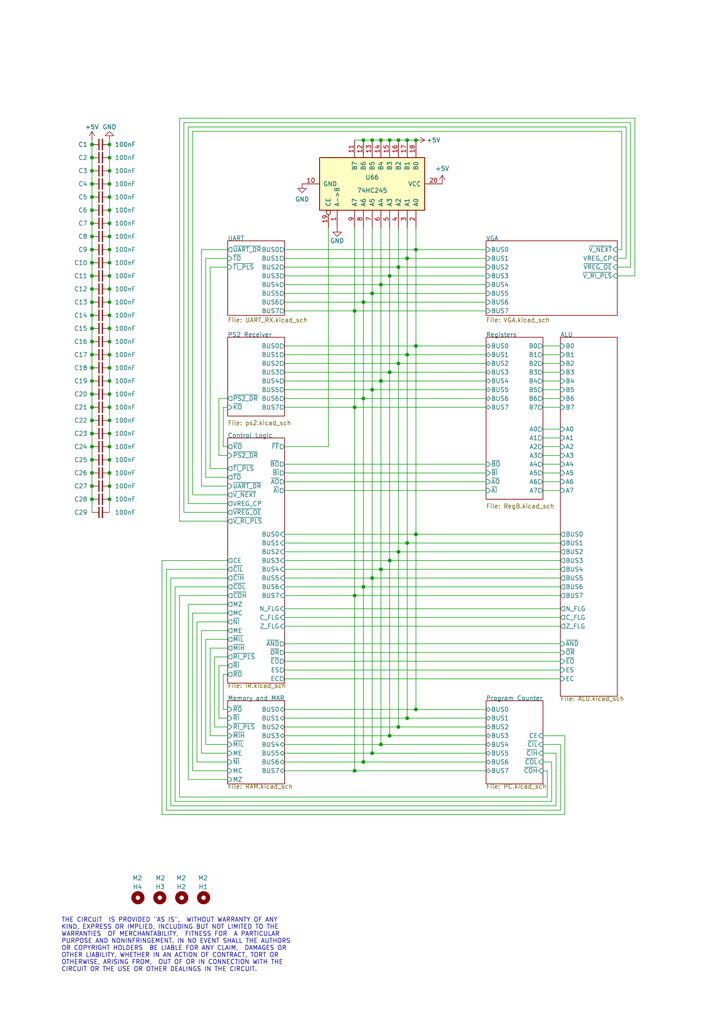
<source format=kicad_sch>
(kicad_sch
	(version 20231120)
	(generator "eeschema")
	(generator_version "8.0")
	(uuid "78f451eb-c174-41d5-8503-c97ea93c08f4")
	(paper "A4" portrait)
	(title_block
		(title "Minimal 64x4 Home Computer")
		(date "2024-10-10")
		(rev "1.1")
		(comment 2 "creativecommons.org/licenses/by-nc-sa/4.0/")
		(comment 3 "This work is licensed under CC BY-NC-SA 4.0")
		(comment 4 "Author: Carsten Herting (slu4)")
	)
	(lib_symbols
		(symbol "8-Bit CPU 32k:74HC245"
			(pin_names
				(offset 1.016)
			)
			(exclude_from_sim no)
			(in_bom yes)
			(on_board yes)
			(property "Reference" "U"
				(at 0 -6.35 90)
				(effects
					(font
						(size 1.27 1.27)
					)
				)
			)
			(property "Value" "74HC245"
				(at 0 2.54 90)
				(effects
					(font
						(size 1.27 1.27)
					)
				)
			)
			(property "Footprint" ""
				(at 0 0 0)
				(effects
					(font
						(size 1.27 1.27)
					)
					(hide yes)
				)
			)
			(property "Datasheet" "http://www.ti.com/lit/gpn/sn74HC245"
				(at 0 -17.78 0)
				(effects
					(font
						(size 1.27 1.27)
					)
					(hide yes)
				)
			)
			(property "Description" "Octal BUS Transceivers, 3-State outputs"
				(at 0 0 0)
				(effects
					(font
						(size 1.27 1.27)
					)
					(hide yes)
				)
			)
			(property "ki_locked" ""
				(at 0 0 0)
				(effects
					(font
						(size 1.27 1.27)
					)
				)
			)
			(property "ki_keywords" "HCMOS BUS 3State"
				(at 0 0 0)
				(effects
					(font
						(size 1.27 1.27)
					)
					(hide yes)
				)
			)
			(property "ki_fp_filters" "DIP?20*"
				(at 0 0 0)
				(effects
					(font
						(size 1.27 1.27)
					)
					(hide yes)
				)
			)
			(symbol "74HC245_1_0"
				(pin input line
					(at -12.7 -10.16 0)
					(length 5.08)
					(name "A->B"
						(effects
							(font
								(size 1.27 1.27)
							)
						)
					)
					(number "1"
						(effects
							(font
								(size 1.27 1.27)
							)
						)
					)
				)
				(pin power_in line
					(at 0 -20.32 90)
					(length 5.08)
					(name "GND"
						(effects
							(font
								(size 1.27 1.27)
							)
						)
					)
					(number "10"
						(effects
							(font
								(size 1.27 1.27)
							)
						)
					)
				)
				(pin input line
					(at 12.7 -5.08 180)
					(length 5.08)
					(name "B7"
						(effects
							(font
								(size 1.27 1.27)
							)
						)
					)
					(number "11"
						(effects
							(font
								(size 1.27 1.27)
							)
						)
					)
				)
				(pin input line
					(at 12.7 -2.54 180)
					(length 5.08)
					(name "B6"
						(effects
							(font
								(size 1.27 1.27)
							)
						)
					)
					(number "12"
						(effects
							(font
								(size 1.27 1.27)
							)
						)
					)
				)
				(pin input line
					(at 12.7 0 180)
					(length 5.08)
					(name "B5"
						(effects
							(font
								(size 1.27 1.27)
							)
						)
					)
					(number "13"
						(effects
							(font
								(size 1.27 1.27)
							)
						)
					)
				)
				(pin input line
					(at 12.7 2.54 180)
					(length 5.08)
					(name "B4"
						(effects
							(font
								(size 1.27 1.27)
							)
						)
					)
					(number "14"
						(effects
							(font
								(size 1.27 1.27)
							)
						)
					)
				)
				(pin input line
					(at 12.7 5.08 180)
					(length 5.08)
					(name "B3"
						(effects
							(font
								(size 1.27 1.27)
							)
						)
					)
					(number "15"
						(effects
							(font
								(size 1.27 1.27)
							)
						)
					)
				)
				(pin input line
					(at 12.7 7.62 180)
					(length 5.08)
					(name "B2"
						(effects
							(font
								(size 1.27 1.27)
							)
						)
					)
					(number "16"
						(effects
							(font
								(size 1.27 1.27)
							)
						)
					)
				)
				(pin input line
					(at 12.7 10.16 180)
					(length 5.08)
					(name "B1"
						(effects
							(font
								(size 1.27 1.27)
							)
						)
					)
					(number "17"
						(effects
							(font
								(size 1.27 1.27)
							)
						)
					)
				)
				(pin input line
					(at 12.7 12.7 180)
					(length 5.08)
					(name "B0"
						(effects
							(font
								(size 1.27 1.27)
							)
						)
					)
					(number "18"
						(effects
							(font
								(size 1.27 1.27)
							)
						)
					)
				)
				(pin input inverted
					(at -12.7 -12.7 0)
					(length 5.08)
					(name "CE"
						(effects
							(font
								(size 1.27 1.27)
							)
						)
					)
					(number "19"
						(effects
							(font
								(size 1.27 1.27)
							)
						)
					)
				)
				(pin tri_state line
					(at -12.7 12.7 0)
					(length 5.08)
					(name "A0"
						(effects
							(font
								(size 1.27 1.27)
							)
						)
					)
					(number "2"
						(effects
							(font
								(size 1.27 1.27)
							)
						)
					)
				)
				(pin power_in line
					(at 0 20.32 270)
					(length 5.08)
					(name "VCC"
						(effects
							(font
								(size 1.27 1.27)
							)
						)
					)
					(number "20"
						(effects
							(font
								(size 1.27 1.27)
							)
						)
					)
				)
				(pin tri_state line
					(at -12.7 10.16 0)
					(length 5.08)
					(name "A1"
						(effects
							(font
								(size 1.27 1.27)
							)
						)
					)
					(number "3"
						(effects
							(font
								(size 1.27 1.27)
							)
						)
					)
				)
				(pin tri_state line
					(at -12.7 7.62 0)
					(length 5.08)
					(name "A2"
						(effects
							(font
								(size 1.27 1.27)
							)
						)
					)
					(number "4"
						(effects
							(font
								(size 1.27 1.27)
							)
						)
					)
				)
				(pin tri_state line
					(at -12.7 5.08 0)
					(length 5.08)
					(name "A3"
						(effects
							(font
								(size 1.27 1.27)
							)
						)
					)
					(number "5"
						(effects
							(font
								(size 1.27 1.27)
							)
						)
					)
				)
				(pin tri_state line
					(at -12.7 2.54 0)
					(length 5.08)
					(name "A4"
						(effects
							(font
								(size 1.27 1.27)
							)
						)
					)
					(number "6"
						(effects
							(font
								(size 1.27 1.27)
							)
						)
					)
				)
				(pin tri_state line
					(at -12.7 0 0)
					(length 5.08)
					(name "A5"
						(effects
							(font
								(size 1.27 1.27)
							)
						)
					)
					(number "7"
						(effects
							(font
								(size 1.27 1.27)
							)
						)
					)
				)
				(pin tri_state line
					(at -12.7 -2.54 0)
					(length 5.08)
					(name "A6"
						(effects
							(font
								(size 1.27 1.27)
							)
						)
					)
					(number "8"
						(effects
							(font
								(size 1.27 1.27)
							)
						)
					)
				)
				(pin tri_state line
					(at -12.7 -5.08 0)
					(length 5.08)
					(name "A7"
						(effects
							(font
								(size 1.27 1.27)
							)
						)
					)
					(number "9"
						(effects
							(font
								(size 1.27 1.27)
							)
						)
					)
				)
			)
			(symbol "74HC245_1_1"
				(rectangle
					(start -7.62 15.24)
					(end 7.62 -15.24)
					(stroke
						(width 0.254)
						(type default)
					)
					(fill
						(type background)
					)
				)
			)
		)
		(symbol "Device:C_Small"
			(pin_numbers hide)
			(pin_names
				(offset 0.254) hide)
			(exclude_from_sim no)
			(in_bom yes)
			(on_board yes)
			(property "Reference" "C"
				(at 0.254 1.778 0)
				(effects
					(font
						(size 1.27 1.27)
					)
					(justify left)
				)
			)
			(property "Value" "C_Small"
				(at 0.254 -2.032 0)
				(effects
					(font
						(size 1.27 1.27)
					)
					(justify left)
				)
			)
			(property "Footprint" ""
				(at 0 0 0)
				(effects
					(font
						(size 1.27 1.27)
					)
					(hide yes)
				)
			)
			(property "Datasheet" "~"
				(at 0 0 0)
				(effects
					(font
						(size 1.27 1.27)
					)
					(hide yes)
				)
			)
			(property "Description" "Unpolarized capacitor, small symbol"
				(at 0 0 0)
				(effects
					(font
						(size 1.27 1.27)
					)
					(hide yes)
				)
			)
			(property "ki_keywords" "capacitor cap"
				(at 0 0 0)
				(effects
					(font
						(size 1.27 1.27)
					)
					(hide yes)
				)
			)
			(property "ki_fp_filters" "C_*"
				(at 0 0 0)
				(effects
					(font
						(size 1.27 1.27)
					)
					(hide yes)
				)
			)
			(symbol "C_Small_0_1"
				(polyline
					(pts
						(xy -1.524 -0.508) (xy 1.524 -0.508)
					)
					(stroke
						(width 0.3302)
						(type default)
					)
					(fill
						(type none)
					)
				)
				(polyline
					(pts
						(xy -1.524 0.508) (xy 1.524 0.508)
					)
					(stroke
						(width 0.3048)
						(type default)
					)
					(fill
						(type none)
					)
				)
			)
			(symbol "C_Small_1_1"
				(pin passive line
					(at 0 2.54 270)
					(length 2.032)
					(name "~"
						(effects
							(font
								(size 1.27 1.27)
							)
						)
					)
					(number "1"
						(effects
							(font
								(size 1.27 1.27)
							)
						)
					)
				)
				(pin passive line
					(at 0 -2.54 90)
					(length 2.032)
					(name "~"
						(effects
							(font
								(size 1.27 1.27)
							)
						)
					)
					(number "2"
						(effects
							(font
								(size 1.27 1.27)
							)
						)
					)
				)
			)
		)
		(symbol "GND_1"
			(power)
			(pin_names
				(offset 0)
			)
			(exclude_from_sim no)
			(in_bom yes)
			(on_board yes)
			(property "Reference" "#PWR"
				(at 0 -6.35 0)
				(effects
					(font
						(size 1.27 1.27)
					)
					(hide yes)
				)
			)
			(property "Value" "GND_1"
				(at 0 -3.81 0)
				(effects
					(font
						(size 1.27 1.27)
					)
				)
			)
			(property "Footprint" ""
				(at 0 0 0)
				(effects
					(font
						(size 1.27 1.27)
					)
					(hide yes)
				)
			)
			(property "Datasheet" ""
				(at 0 0 0)
				(effects
					(font
						(size 1.27 1.27)
					)
					(hide yes)
				)
			)
			(property "Description" "Power symbol creates a global label with name \"GND\" , ground"
				(at 0 0 0)
				(effects
					(font
						(size 1.27 1.27)
					)
					(hide yes)
				)
			)
			(property "ki_keywords" "global power"
				(at 0 0 0)
				(effects
					(font
						(size 1.27 1.27)
					)
					(hide yes)
				)
			)
			(symbol "GND_1_0_1"
				(polyline
					(pts
						(xy 0 0) (xy 0 -1.27) (xy 1.27 -1.27) (xy 0 -2.54) (xy -1.27 -1.27) (xy 0 -1.27)
					)
					(stroke
						(width 0)
						(type default)
					)
					(fill
						(type none)
					)
				)
			)
			(symbol "GND_1_1_1"
				(pin power_in line
					(at 0 0 270)
					(length 0) hide
					(name "GND"
						(effects
							(font
								(size 1.27 1.27)
							)
						)
					)
					(number "1"
						(effects
							(font
								(size 1.27 1.27)
							)
						)
					)
				)
			)
		)
		(symbol "GND_2"
			(power)
			(pin_names
				(offset 0)
			)
			(exclude_from_sim no)
			(in_bom yes)
			(on_board yes)
			(property "Reference" "#PWR"
				(at 0 -6.35 0)
				(effects
					(font
						(size 1.27 1.27)
					)
					(hide yes)
				)
			)
			(property "Value" "GND_2"
				(at 0 -3.81 0)
				(effects
					(font
						(size 1.27 1.27)
					)
				)
			)
			(property "Footprint" ""
				(at 0 0 0)
				(effects
					(font
						(size 1.27 1.27)
					)
					(hide yes)
				)
			)
			(property "Datasheet" ""
				(at 0 0 0)
				(effects
					(font
						(size 1.27 1.27)
					)
					(hide yes)
				)
			)
			(property "Description" "Power symbol creates a global label with name \"GND\" , ground"
				(at 0 0 0)
				(effects
					(font
						(size 1.27 1.27)
					)
					(hide yes)
				)
			)
			(property "ki_keywords" "global power"
				(at 0 0 0)
				(effects
					(font
						(size 1.27 1.27)
					)
					(hide yes)
				)
			)
			(symbol "GND_2_0_1"
				(polyline
					(pts
						(xy 0 0) (xy 0 -1.27) (xy 1.27 -1.27) (xy 0 -2.54) (xy -1.27 -1.27) (xy 0 -1.27)
					)
					(stroke
						(width 0)
						(type default)
					)
					(fill
						(type none)
					)
				)
			)
			(symbol "GND_2_1_1"
				(pin power_in line
					(at 0 0 270)
					(length 0) hide
					(name "GND"
						(effects
							(font
								(size 1.27 1.27)
							)
						)
					)
					(number "1"
						(effects
							(font
								(size 1.27 1.27)
							)
						)
					)
				)
			)
		)
		(symbol "Mechanical:MountingHole"
			(pin_names
				(offset 1.016)
			)
			(exclude_from_sim no)
			(in_bom yes)
			(on_board yes)
			(property "Reference" "H"
				(at 0 5.08 0)
				(effects
					(font
						(size 1.27 1.27)
					)
				)
			)
			(property "Value" "MountingHole"
				(at 0 3.175 0)
				(effects
					(font
						(size 1.27 1.27)
					)
				)
			)
			(property "Footprint" ""
				(at 0 0 0)
				(effects
					(font
						(size 1.27 1.27)
					)
					(hide yes)
				)
			)
			(property "Datasheet" "~"
				(at 0 0 0)
				(effects
					(font
						(size 1.27 1.27)
					)
					(hide yes)
				)
			)
			(property "Description" "Mounting Hole without connection"
				(at 0 0 0)
				(effects
					(font
						(size 1.27 1.27)
					)
					(hide yes)
				)
			)
			(property "ki_keywords" "mounting hole"
				(at 0 0 0)
				(effects
					(font
						(size 1.27 1.27)
					)
					(hide yes)
				)
			)
			(property "ki_fp_filters" "MountingHole*"
				(at 0 0 0)
				(effects
					(font
						(size 1.27 1.27)
					)
					(hide yes)
				)
			)
			(symbol "MountingHole_0_1"
				(circle
					(center 0 0)
					(radius 1.27)
					(stroke
						(width 1.27)
						(type default)
					)
					(fill
						(type none)
					)
				)
			)
		)
		(symbol "power:+5V"
			(power)
			(pin_names
				(offset 0)
			)
			(exclude_from_sim no)
			(in_bom yes)
			(on_board yes)
			(property "Reference" "#PWR"
				(at 0 -3.81 0)
				(effects
					(font
						(size 1.27 1.27)
					)
					(hide yes)
				)
			)
			(property "Value" "+5V"
				(at 0 3.556 0)
				(effects
					(font
						(size 1.27 1.27)
					)
				)
			)
			(property "Footprint" ""
				(at 0 0 0)
				(effects
					(font
						(size 1.27 1.27)
					)
					(hide yes)
				)
			)
			(property "Datasheet" ""
				(at 0 0 0)
				(effects
					(font
						(size 1.27 1.27)
					)
					(hide yes)
				)
			)
			(property "Description" "Power symbol creates a global label with name \"+5V\""
				(at 0 0 0)
				(effects
					(font
						(size 1.27 1.27)
					)
					(hide yes)
				)
			)
			(property "ki_keywords" "power-flag"
				(at 0 0 0)
				(effects
					(font
						(size 1.27 1.27)
					)
					(hide yes)
				)
			)
			(symbol "+5V_0_1"
				(polyline
					(pts
						(xy -0.762 1.27) (xy 0 2.54)
					)
					(stroke
						(width 0)
						(type default)
					)
					(fill
						(type none)
					)
				)
				(polyline
					(pts
						(xy 0 0) (xy 0 2.54)
					)
					(stroke
						(width 0)
						(type default)
					)
					(fill
						(type none)
					)
				)
				(polyline
					(pts
						(xy 0 2.54) (xy 0.762 1.27)
					)
					(stroke
						(width 0)
						(type default)
					)
					(fill
						(type none)
					)
				)
			)
			(symbol "+5V_1_1"
				(pin power_in line
					(at 0 0 90)
					(length 0) hide
					(name "+5V"
						(effects
							(font
								(size 1.27 1.27)
							)
						)
					)
					(number "1"
						(effects
							(font
								(size 1.27 1.27)
							)
						)
					)
				)
			)
		)
		(symbol "power:GND"
			(power)
			(pin_names
				(offset 0)
			)
			(exclude_from_sim no)
			(in_bom yes)
			(on_board yes)
			(property "Reference" "#PWR"
				(at 0 -6.35 0)
				(effects
					(font
						(size 1.27 1.27)
					)
					(hide yes)
				)
			)
			(property "Value" "GND"
				(at 0 -3.81 0)
				(effects
					(font
						(size 1.27 1.27)
					)
				)
			)
			(property "Footprint" ""
				(at 0 0 0)
				(effects
					(font
						(size 1.27 1.27)
					)
					(hide yes)
				)
			)
			(property "Datasheet" ""
				(at 0 0 0)
				(effects
					(font
						(size 1.27 1.27)
					)
					(hide yes)
				)
			)
			(property "Description" "Power symbol creates a global label with name \"GND\" , ground"
				(at 0 0 0)
				(effects
					(font
						(size 1.27 1.27)
					)
					(hide yes)
				)
			)
			(property "ki_keywords" "power-flag"
				(at 0 0 0)
				(effects
					(font
						(size 1.27 1.27)
					)
					(hide yes)
				)
			)
			(symbol "GND_0_1"
				(polyline
					(pts
						(xy 0 0) (xy 0 -1.27) (xy 1.27 -1.27) (xy 0 -2.54) (xy -1.27 -1.27) (xy 0 -1.27)
					)
					(stroke
						(width 0)
						(type default)
					)
					(fill
						(type none)
					)
				)
			)
			(symbol "GND_1_1"
				(pin power_in line
					(at 0 0 270)
					(length 0) hide
					(name "GND"
						(effects
							(font
								(size 1.27 1.27)
							)
						)
					)
					(number "1"
						(effects
							(font
								(size 1.27 1.27)
							)
						)
					)
				)
			)
		)
	)
	(junction
		(at 31.75 125.73)
		(diameter 0)
		(color 0 0 0 0)
		(uuid "07ac8c48-cb90-4faf-b081-57b3e9a695ba")
	)
	(junction
		(at 120.65 100.33)
		(diameter 0)
		(color 0 0 0 0)
		(uuid "07dcb7d0-0ac0-4a04-9d75-edd9b23b94f9")
	)
	(junction
		(at 26.67 49.53)
		(diameter 0)
		(color 0 0 0 0)
		(uuid "0820a4a4-c323-4c02-99e4-3c65a60a3750")
	)
	(junction
		(at 26.67 125.73)
		(diameter 0)
		(color 0 0 0 0)
		(uuid "0c8c7b73-0fec-4c4b-8f0c-e5e5b744a03b")
	)
	(junction
		(at 31.75 129.54)
		(diameter 0)
		(color 0 0 0 0)
		(uuid "0e06ac2c-1cd3-4b0c-8916-a3c68d48d67e")
	)
	(junction
		(at 31.75 102.87)
		(diameter 0)
		(color 0 0 0 0)
		(uuid "0e94a1e8-a963-45d4-9edb-3bf8fc8db558")
	)
	(junction
		(at 26.67 83.82)
		(diameter 0)
		(color 0 0 0 0)
		(uuid "0fdde428-4d27-45a6-bddf-06da09a3ec7e")
	)
	(junction
		(at 31.75 91.44)
		(diameter 0)
		(color 0 0 0 0)
		(uuid "107e3e38-8b39-42bb-80d0-ed8330bcb22d")
	)
	(junction
		(at 31.75 53.34)
		(diameter 0)
		(color 0 0 0 0)
		(uuid "10a4cff1-4ca0-413c-a737-bd4478a815cb")
	)
	(junction
		(at 110.49 215.9)
		(diameter 0)
		(color 0 0 0 0)
		(uuid "11c9f210-4c52-436c-8a76-c141659f41d1")
	)
	(junction
		(at 115.57 210.82)
		(diameter 0)
		(color 0 0 0 0)
		(uuid "128fc5e7-90ab-4ee7-ab26-7aae4f9042be")
	)
	(junction
		(at 107.95 40.64)
		(diameter 0)
		(color 0 0 0 0)
		(uuid "187cfa14-d838-48e7-92bf-526404e5c775")
	)
	(junction
		(at 118.11 74.93)
		(diameter 0)
		(color 0 0 0 0)
		(uuid "18c9f544-df5d-4251-90ad-973d31075f69")
	)
	(junction
		(at 31.75 144.78)
		(diameter 0)
		(color 0 0 0 0)
		(uuid "1d58c7c2-b537-4adc-bba6-b23a4ec3c6cf")
	)
	(junction
		(at 31.75 41.91)
		(diameter 0)
		(color 0 0 0 0)
		(uuid "1df39973-db8d-49ec-a2fc-0ac659ef87c3")
	)
	(junction
		(at 115.57 105.41)
		(diameter 0)
		(color 0 0 0 0)
		(uuid "2008c880-8ed7-40fb-95fb-45f93af670a0")
	)
	(junction
		(at 26.67 144.78)
		(diameter 0)
		(color 0 0 0 0)
		(uuid "2024fe3b-63d0-4972-a363-32d46259b24c")
	)
	(junction
		(at 102.87 223.52)
		(diameter 0)
		(color 0 0 0 0)
		(uuid "2653b595-c8b2-46f5-8997-bcedd63a3eef")
	)
	(junction
		(at 102.87 118.11)
		(diameter 0)
		(color 0 0 0 0)
		(uuid "29c219d2-0759-4938-ac00-63fea9053982")
	)
	(junction
		(at 31.75 57.15)
		(diameter 0)
		(color 0 0 0 0)
		(uuid "2a5400d0-9e85-401f-a58a-3626b0bb90c7")
	)
	(junction
		(at 31.75 99.06)
		(diameter 0)
		(color 0 0 0 0)
		(uuid "2a7154de-5208-441a-b58f-3710270bc387")
	)
	(junction
		(at 102.87 172.72)
		(diameter 0)
		(color 0 0 0 0)
		(uuid "2b6dfb3d-3d63-4c8a-afb7-86a22d4cc525")
	)
	(junction
		(at 26.67 140.97)
		(diameter 0)
		(color 0 0 0 0)
		(uuid "2d29e898-5e33-4429-820e-a71d1a59f5a4")
	)
	(junction
		(at 26.67 99.06)
		(diameter 0)
		(color 0 0 0 0)
		(uuid "2d6567db-3ca8-4cff-85a5-ea664f612eb3")
	)
	(junction
		(at 113.03 107.95)
		(diameter 0)
		(color 0 0 0 0)
		(uuid "2e299ba6-ada3-4574-93ca-974327247e22")
	)
	(junction
		(at 107.95 113.03)
		(diameter 0)
		(color 0 0 0 0)
		(uuid "2e2b2796-0ca4-4069-b49f-6fc3da910a11")
	)
	(junction
		(at 31.75 121.92)
		(diameter 0)
		(color 0 0 0 0)
		(uuid "31dd219e-a172-4bff-9c67-d685576839be")
	)
	(junction
		(at 113.03 40.64)
		(diameter 0)
		(color 0 0 0 0)
		(uuid "324f0b94-43db-4d2e-83ae-b01f24394a02")
	)
	(junction
		(at 105.41 170.18)
		(diameter 0)
		(color 0 0 0 0)
		(uuid "33d0aefa-83f1-4b28-9875-c6b6ae11b4df")
	)
	(junction
		(at 31.75 64.77)
		(diameter 0)
		(color 0 0 0 0)
		(uuid "3959e168-9c68-4a5c-9068-028aaa80d180")
	)
	(junction
		(at 110.49 110.49)
		(diameter 0)
		(color 0 0 0 0)
		(uuid "3d465b10-30b4-445d-90b8-2a4f5e7902f8")
	)
	(junction
		(at 115.57 40.64)
		(diameter 0)
		(color 0 0 0 0)
		(uuid "414fdb41-69e3-441d-9f22-323114890b8c")
	)
	(junction
		(at 26.67 45.72)
		(diameter 0)
		(color 0 0 0 0)
		(uuid "42064b63-560f-4e16-ac63-e56632d4b9cd")
	)
	(junction
		(at 118.11 102.87)
		(diameter 0)
		(color 0 0 0 0)
		(uuid "44f18d31-d955-499d-aa08-dcdd10fb8b27")
	)
	(junction
		(at 31.75 83.82)
		(diameter 0)
		(color 0 0 0 0)
		(uuid "479584e2-f140-46a4-bf17-d0b59fab37e8")
	)
	(junction
		(at 113.03 162.56)
		(diameter 0)
		(color 0 0 0 0)
		(uuid "4a9f446d-ffca-451a-a603-ca76c01f708e")
	)
	(junction
		(at 31.75 60.96)
		(diameter 0)
		(color 0 0 0 0)
		(uuid "4d0faf0c-ad12-4410-8071-8855053bbff4")
	)
	(junction
		(at 26.67 64.77)
		(diameter 0)
		(color 0 0 0 0)
		(uuid "4de2fb7d-be53-49ec-9658-bc9f92e76f4e")
	)
	(junction
		(at 31.75 110.49)
		(diameter 0)
		(color 0 0 0 0)
		(uuid "4e87543f-abec-44fc-ad92-32ef428ca7d4")
	)
	(junction
		(at 31.75 140.97)
		(diameter 0)
		(color 0 0 0 0)
		(uuid "4fce2c28-910c-4b00-8d2f-464bcd465ea9")
	)
	(junction
		(at 105.41 220.98)
		(diameter 0)
		(color 0 0 0 0)
		(uuid "5394164a-7dac-40c7-a824-26ec7c29c5be")
	)
	(junction
		(at 105.41 115.57)
		(diameter 0)
		(color 0 0 0 0)
		(uuid "597e1aa1-15f6-4b15-8160-d7e87611ebff")
	)
	(junction
		(at 26.67 87.63)
		(diameter 0)
		(color 0 0 0 0)
		(uuid "5982f353-bc1b-4cd1-be4b-0dd33db5edab")
	)
	(junction
		(at 26.67 129.54)
		(diameter 0)
		(color 0 0 0 0)
		(uuid "5eb0fc97-015c-4ad4-96f3-a5377fa2d16b")
	)
	(junction
		(at 120.65 72.39)
		(diameter 0)
		(color 0 0 0 0)
		(uuid "5ebde0d1-254f-4a1e-9379-c664757d3b02")
	)
	(junction
		(at 26.67 95.25)
		(diameter 0)
		(color 0 0 0 0)
		(uuid "616c4130-1353-4146-964e-1fce4c4df0e9")
	)
	(junction
		(at 118.11 157.48)
		(diameter 0)
		(color 0 0 0 0)
		(uuid "6432deab-39a5-42ab-8aab-22b0d824a6a8")
	)
	(junction
		(at 26.67 91.44)
		(diameter 0)
		(color 0 0 0 0)
		(uuid "79c1bd70-fda7-4e92-9394-ad2601394868")
	)
	(junction
		(at 110.49 82.55)
		(diameter 0)
		(color 0 0 0 0)
		(uuid "7a1e74a6-5e38-4cbe-bd48-4388d1b24574")
	)
	(junction
		(at 31.75 114.3)
		(diameter 0)
		(color 0 0 0 0)
		(uuid "7b76bc8f-4dd4-4e38-957f-2ab4b9a9fe1b")
	)
	(junction
		(at 31.75 87.63)
		(diameter 0)
		(color 0 0 0 0)
		(uuid "7bd216ff-d962-4ba1-bc75-152c25bc4af8")
	)
	(junction
		(at 26.67 133.35)
		(diameter 0)
		(color 0 0 0 0)
		(uuid "7dc5e2bf-6532-40eb-ae97-ca06de087462")
	)
	(junction
		(at 31.75 68.58)
		(diameter 0)
		(color 0 0 0 0)
		(uuid "8037d246-c9c5-47d9-b872-9f6994cf01f7")
	)
	(junction
		(at 105.41 87.63)
		(diameter 0)
		(color 0 0 0 0)
		(uuid "9369d1e6-80b4-4e4d-9216-0e65a1503cde")
	)
	(junction
		(at 110.49 165.1)
		(diameter 0)
		(color 0 0 0 0)
		(uuid "94d7495b-e1ae-44b7-af8b-4a3beda0384b")
	)
	(junction
		(at 26.67 102.87)
		(diameter 0)
		(color 0 0 0 0)
		(uuid "97cd3108-34cf-4623-a9ba-0e8f2cc60df6")
	)
	(junction
		(at 113.03 80.01)
		(diameter 0)
		(color 0 0 0 0)
		(uuid "9eb46334-df1d-4003-ac08-43e53e3e6d4d")
	)
	(junction
		(at 26.67 121.92)
		(diameter 0)
		(color 0 0 0 0)
		(uuid "a43b106f-6985-46fe-a63a-08a5b4d43635")
	)
	(junction
		(at 31.75 80.01)
		(diameter 0)
		(color 0 0 0 0)
		(uuid "a503b893-5d14-4911-8fff-2a3733536816")
	)
	(junction
		(at 31.75 49.53)
		(diameter 0)
		(color 0 0 0 0)
		(uuid "a6784a66-84a9-4fa4-8f98-869e219fd3fb")
	)
	(junction
		(at 102.87 90.17)
		(diameter 0)
		(color 0 0 0 0)
		(uuid "a8911812-5ab6-43fc-9296-0b9cb247f029")
	)
	(junction
		(at 26.67 137.16)
		(diameter 0)
		(color 0 0 0 0)
		(uuid "aa90deab-d480-4809-85ec-f10ba23aabe6")
	)
	(junction
		(at 31.75 45.72)
		(diameter 0)
		(color 0 0 0 0)
		(uuid "aaa62463-c6e2-4029-bb86-a63f7d62b0a2")
	)
	(junction
		(at 107.95 218.44)
		(diameter 0)
		(color 0 0 0 0)
		(uuid "b08caa4f-9b58-4855-8262-361d4da98a92")
	)
	(junction
		(at 115.57 77.47)
		(diameter 0)
		(color 0 0 0 0)
		(uuid "b166a323-3905-49e7-9939-0049863d310b")
	)
	(junction
		(at 105.41 40.64)
		(diameter 0)
		(color 0 0 0 0)
		(uuid "b2b0d5f3-f263-4724-8e4a-1265ff44e507")
	)
	(junction
		(at 110.49 40.64)
		(diameter 0)
		(color 0 0 0 0)
		(uuid "b52d3b7b-4c91-4f58-8337-db87d2811c39")
	)
	(junction
		(at 120.65 205.74)
		(diameter 0)
		(color 0 0 0 0)
		(uuid "b8bc7e82-f48a-464d-ab44-63e1086b9eaa")
	)
	(junction
		(at 118.11 40.64)
		(diameter 0)
		(color 0 0 0 0)
		(uuid "bceae218-3cd1-40f2-b7c5-fb7cbae3fd99")
	)
	(junction
		(at 26.67 106.68)
		(diameter 0)
		(color 0 0 0 0)
		(uuid "c25b9292-98ce-4624-a3bf-1206bcf3f919")
	)
	(junction
		(at 113.03 213.36)
		(diameter 0)
		(color 0 0 0 0)
		(uuid "c3fd10e6-749d-4799-96d4-3e4f2a437341")
	)
	(junction
		(at 26.67 60.96)
		(diameter 0)
		(color 0 0 0 0)
		(uuid "c4120edc-1983-468d-aafb-122560227427")
	)
	(junction
		(at 26.67 41.91)
		(diameter 0)
		(color 0 0 0 0)
		(uuid "c4c66b83-e7b1-48ad-aba0-11a75fad4ca7")
	)
	(junction
		(at 118.11 208.28)
		(diameter 0)
		(color 0 0 0 0)
		(uuid "c5146bc6-5ab0-4f7c-a289-b421dcb6770e")
	)
	(junction
		(at 31.75 118.11)
		(diameter 0)
		(color 0 0 0 0)
		(uuid "d1710949-afaa-448d-8cf7-17a756468340")
	)
	(junction
		(at 107.95 167.64)
		(diameter 0)
		(color 0 0 0 0)
		(uuid "d586e38d-c18d-4a83-8d85-0dd9eddfb0bd")
	)
	(junction
		(at 120.65 154.94)
		(diameter 0)
		(color 0 0 0 0)
		(uuid "d5e7f8be-f0a3-43cd-8a50-7805b41bd83f")
	)
	(junction
		(at 31.75 137.16)
		(diameter 0)
		(color 0 0 0 0)
		(uuid "d6df5fbf-a98d-4165-bd17-2c03c5523a41")
	)
	(junction
		(at 31.75 72.39)
		(diameter 0)
		(color 0 0 0 0)
		(uuid "d86a7c3b-317b-4c5a-ba73-c0f44c4335c0")
	)
	(junction
		(at 31.75 133.35)
		(diameter 0)
		(color 0 0 0 0)
		(uuid "da3c6a90-2caa-47eb-8f7d-15157c15c050")
	)
	(junction
		(at 26.67 114.3)
		(diameter 0)
		(color 0 0 0 0)
		(uuid "daf042b3-c4dd-4543-8bdb-1e0548ea6d17")
	)
	(junction
		(at 115.57 160.02)
		(diameter 0)
		(color 0 0 0 0)
		(uuid "db675d45-b0b0-4ced-91c5-ce5242041b1f")
	)
	(junction
		(at 31.75 95.25)
		(diameter 0)
		(color 0 0 0 0)
		(uuid "ddd68fbc-e5ef-467d-ad93-0207609de98a")
	)
	(junction
		(at 26.67 110.49)
		(diameter 0)
		(color 0 0 0 0)
		(uuid "e06aaeda-955e-4ab1-966c-80e6e5202c8f")
	)
	(junction
		(at 26.67 68.58)
		(diameter 0)
		(color 0 0 0 0)
		(uuid "e651adc5-d126-431b-9fbd-f0e3414506f8")
	)
	(junction
		(at 107.95 85.09)
		(diameter 0)
		(color 0 0 0 0)
		(uuid "e75066fa-11ac-4af4-9714-724783c1511d")
	)
	(junction
		(at 26.67 57.15)
		(diameter 0)
		(color 0 0 0 0)
		(uuid "e9cf71ea-5551-49d7-92f6-f520a560d712")
	)
	(junction
		(at 26.67 118.11)
		(diameter 0)
		(color 0 0 0 0)
		(uuid "eab24f17-cc05-4eec-b9be-99d283e69c2c")
	)
	(junction
		(at 31.75 106.68)
		(diameter 0)
		(color 0 0 0 0)
		(uuid "ec58342d-96e1-45b1-8dd1-8e90b8fd007e")
	)
	(junction
		(at 26.67 72.39)
		(diameter 0)
		(color 0 0 0 0)
		(uuid "f0d7d374-289f-4363-9249-7dfe5fd6ec02")
	)
	(junction
		(at 31.75 76.2)
		(diameter 0)
		(color 0 0 0 0)
		(uuid "f2b77e74-00af-4bf8-932a-c028c2e8ea85")
	)
	(junction
		(at 26.67 76.2)
		(diameter 0)
		(color 0 0 0 0)
		(uuid "f4c39d6c-1f46-433d-ad85-dd74d72f5b2c")
	)
	(junction
		(at 26.67 80.01)
		(diameter 0)
		(color 0 0 0 0)
		(uuid "f60b1b78-9d0f-4f61-90ee-78427502d3e5")
	)
	(junction
		(at 26.67 53.34)
		(diameter 0)
		(color 0 0 0 0)
		(uuid "f9fda88a-1191-4c4c-bd5b-257534d8a6de")
	)
	(junction
		(at 120.65 40.64)
		(diameter 0)
		(color 0 0 0 0)
		(uuid "fb336c00-a26a-4aac-b3e9-462c159a9d3e")
	)
	(wire
		(pts
			(xy 102.87 118.11) (xy 102.87 172.72)
		)
		(stroke
			(width 0)
			(type default)
		)
		(uuid "0162edd5-e57a-40da-9b5f-96ff873d9899")
	)
	(wire
		(pts
			(xy 82.55 208.28) (xy 118.11 208.28)
		)
		(stroke
			(width 0)
			(type default)
		)
		(uuid "01be0d8d-75d5-49d1-ba8b-a2ac011f04ca")
	)
	(wire
		(pts
			(xy 31.75 41.91) (xy 31.75 40.64)
		)
		(stroke
			(width 0)
			(type default)
		)
		(uuid "030afd14-54bd-43e0-a951-08c28f01dc83")
	)
	(wire
		(pts
			(xy 162.56 118.11) (xy 157.48 118.11)
		)
		(stroke
			(width 0)
			(type default)
		)
		(uuid "03253a34-8858-4934-b466-40f68ac11f17")
	)
	(wire
		(pts
			(xy 31.75 72.39) (xy 31.75 76.2)
		)
		(stroke
			(width 0)
			(type default)
		)
		(uuid "05ab3533-688b-40a5-af58-7f24c1923ee6")
	)
	(wire
		(pts
			(xy 26.67 68.58) (xy 26.67 72.39)
		)
		(stroke
			(width 0)
			(type default)
		)
		(uuid "09e3c485-004e-4efa-814b-e06a166e61c9")
	)
	(wire
		(pts
			(xy 107.95 113.03) (xy 82.55 113.03)
		)
		(stroke
			(width 0)
			(type default)
		)
		(uuid "0a898cd8-b8e7-4a9b-b19e-f86c5c68b7e6")
	)
	(wire
		(pts
			(xy 158.75 223.52) (xy 157.48 223.52)
		)
		(stroke
			(width 0)
			(type default)
		)
		(uuid "0b1bab38-0e76-4989-afcb-9f79d95db4a5")
	)
	(wire
		(pts
			(xy 118.11 157.48) (xy 162.56 157.48)
		)
		(stroke
			(width 0)
			(type default)
		)
		(uuid "0b4d7e84-6128-4ecc-a6eb-1823fc6c134c")
	)
	(wire
		(pts
			(xy 157.48 139.7) (xy 162.56 139.7)
		)
		(stroke
			(width 0)
			(type default)
		)
		(uuid "0c9a56d6-d2ae-4860-9ebe-caee8cbfaf46")
	)
	(wire
		(pts
			(xy 46.99 236.22) (xy 163.83 236.22)
		)
		(stroke
			(width 0)
			(type default)
		)
		(uuid "0d75c773-2698-4427-b314-bb5181be7ee2")
	)
	(wire
		(pts
			(xy 46.99 162.56) (xy 46.99 236.22)
		)
		(stroke
			(width 0)
			(type default)
		)
		(uuid "0e61707e-a3d4-415b-b8ac-9f4de118aaf4")
	)
	(wire
		(pts
			(xy 110.49 82.55) (xy 140.97 82.55)
		)
		(stroke
			(width 0)
			(type default)
		)
		(uuid "0f24953a-c274-43b6-b4b6-34ea98ababc1")
	)
	(wire
		(pts
			(xy 113.03 213.36) (xy 140.97 213.36)
		)
		(stroke
			(width 0)
			(type default)
		)
		(uuid "0f486a10-3311-46fa-b1aa-087486d42e94")
	)
	(wire
		(pts
			(xy 66.04 146.05) (xy 54.61 146.05)
		)
		(stroke
			(width 0)
			(type default)
		)
		(uuid "0f746f7c-d3a8-42e7-ad6b-e660597b4dd9")
	)
	(wire
		(pts
			(xy 105.41 40.64) (xy 107.95 40.64)
		)
		(stroke
			(width 0)
			(type default)
		)
		(uuid "1039930c-d857-4ee6-9046-42ec6159ff5e")
	)
	(wire
		(pts
			(xy 158.75 223.52) (xy 158.75 231.14)
		)
		(stroke
			(width 0)
			(type default)
		)
		(uuid "11d2c938-2119-4e12-8fcd-249cb0d5bf04")
	)
	(wire
		(pts
			(xy 82.55 210.82) (xy 115.57 210.82)
		)
		(stroke
			(width 0)
			(type default)
		)
		(uuid "16393b4e-a4e9-4252-9206-aa9007c81d82")
	)
	(wire
		(pts
			(xy 31.75 144.78) (xy 31.75 148.59)
		)
		(stroke
			(width 0)
			(type default)
		)
		(uuid "165e0c5e-f2a9-4a75-8330-d650e3300770")
	)
	(wire
		(pts
			(xy 82.55 165.1) (xy 110.49 165.1)
		)
		(stroke
			(width 0)
			(type default)
		)
		(uuid "18586590-bb22-4d12-9763-7b3f30a05434")
	)
	(wire
		(pts
			(xy 31.75 133.35) (xy 31.75 137.16)
		)
		(stroke
			(width 0)
			(type default)
		)
		(uuid "1883559c-44c1-41ed-8e30-3cf3da779780")
	)
	(wire
		(pts
			(xy 31.75 95.25) (xy 31.75 99.06)
		)
		(stroke
			(width 0)
			(type default)
		)
		(uuid "199f49ef-1893-40d0-bbeb-4521b014f6ef")
	)
	(wire
		(pts
			(xy 115.57 160.02) (xy 162.56 160.02)
		)
		(stroke
			(width 0)
			(type default)
		)
		(uuid "19f8fa4f-be52-40e2-a96e-bc54baa7910d")
	)
	(wire
		(pts
			(xy 26.67 41.91) (xy 26.67 40.64)
		)
		(stroke
			(width 0)
			(type default)
		)
		(uuid "1a0c3426-d467-42d7-bdf5-9d7bd1c5c5ff")
	)
	(wire
		(pts
			(xy 113.03 162.56) (xy 82.55 162.56)
		)
		(stroke
			(width 0)
			(type default)
		)
		(uuid "1ccb6cc4-0eb8-448c-8b4a-32677eb6f6bc")
	)
	(wire
		(pts
			(xy 115.57 160.02) (xy 115.57 210.82)
		)
		(stroke
			(width 0)
			(type default)
		)
		(uuid "1cde6598-8148-47e5-9855-d29dd8cc4714")
	)
	(wire
		(pts
			(xy 31.75 49.53) (xy 31.75 53.34)
		)
		(stroke
			(width 0)
			(type default)
		)
		(uuid "1cf0b6ae-696f-473e-b434-dfd4ea070eab")
	)
	(wire
		(pts
			(xy 120.65 154.94) (xy 162.56 154.94)
		)
		(stroke
			(width 0)
			(type default)
		)
		(uuid "1d031069-e7e8-47ca-9824-3d197ab1db18")
	)
	(wire
		(pts
			(xy 26.67 140.97) (xy 26.67 144.78)
		)
		(stroke
			(width 0)
			(type default)
		)
		(uuid "1d88988f-a0a2-4f52-9354-8789d616798d")
	)
	(wire
		(pts
			(xy 115.57 66.04) (xy 115.57 77.47)
		)
		(stroke
			(width 0)
			(type default)
		)
		(uuid "1dce6f90-ce11-4500-95a8-218c3d6f8272")
	)
	(wire
		(pts
			(xy 58.42 218.44) (xy 66.04 218.44)
		)
		(stroke
			(width 0)
			(type default)
		)
		(uuid "1f192260-09ea-42ac-aec6-ff785c6bae8b")
	)
	(wire
		(pts
			(xy 107.95 85.09) (xy 107.95 113.03)
		)
		(stroke
			(width 0)
			(type default)
		)
		(uuid "201ae63b-28f7-4305-a1b3-1278593e6ebe")
	)
	(wire
		(pts
			(xy 64.77 129.54) (xy 64.77 118.11)
		)
		(stroke
			(width 0)
			(type default)
		)
		(uuid "203fad3f-4c05-4e3a-a2a6-5049b355f683")
	)
	(wire
		(pts
			(xy 26.67 72.39) (xy 26.67 76.2)
		)
		(stroke
			(width 0)
			(type default)
		)
		(uuid "205ee18c-d26f-44ed-9483-0e69c8964709")
	)
	(wire
		(pts
			(xy 63.5 115.57) (xy 66.04 115.57)
		)
		(stroke
			(width 0)
			(type default)
		)
		(uuid "209c9b8e-db83-4bcf-a84f-8a5954be4224")
	)
	(wire
		(pts
			(xy 163.83 213.36) (xy 163.83 236.22)
		)
		(stroke
			(width 0)
			(type default)
		)
		(uuid "214152af-9dc7-49a1-b761-4892c82788c6")
	)
	(wire
		(pts
			(xy 110.49 82.55) (xy 110.49 110.49)
		)
		(stroke
			(width 0)
			(type default)
		)
		(uuid "219db73e-f098-4d88-92e4-1e24da2a7fd0")
	)
	(wire
		(pts
			(xy 120.65 154.94) (xy 120.65 205.74)
		)
		(stroke
			(width 0)
			(type default)
		)
		(uuid "224b6074-1561-4a87-916e-2f044ca27d7f")
	)
	(wire
		(pts
			(xy 118.11 40.64) (xy 120.65 40.64)
		)
		(stroke
			(width 0)
			(type default)
		)
		(uuid "22aed388-9360-4a6f-b2d1-a10490129248")
	)
	(wire
		(pts
			(xy 31.75 140.97) (xy 31.75 144.78)
		)
		(stroke
			(width 0)
			(type default)
		)
		(uuid "23102aec-68bb-4671-868b-7fb7d8d2d542")
	)
	(wire
		(pts
			(xy 66.04 190.5) (xy 62.23 190.5)
		)
		(stroke
			(width 0)
			(type default)
		)
		(uuid "2376b9f9-04bd-4d32-9937-246e2fee9f8e")
	)
	(wire
		(pts
			(xy 31.75 45.72) (xy 31.75 49.53)
		)
		(stroke
			(width 0)
			(type default)
		)
		(uuid "245089a7-f8b1-40cf-b443-4a92101bcacc")
	)
	(wire
		(pts
			(xy 113.03 162.56) (xy 113.03 213.36)
		)
		(stroke
			(width 0)
			(type default)
		)
		(uuid "25e2d0da-923e-448b-92fd-d44517dd4faa")
	)
	(wire
		(pts
			(xy 66.04 172.72) (xy 52.07 172.72)
		)
		(stroke
			(width 0)
			(type default)
		)
		(uuid "26b8d512-710c-4f97-9dfa-7f036fed7c7a")
	)
	(wire
		(pts
			(xy 82.55 72.39) (xy 120.65 72.39)
		)
		(stroke
			(width 0)
			(type default)
		)
		(uuid "26c22ada-5081-47e3-a452-9b08f41c71cd")
	)
	(wire
		(pts
			(xy 52.07 34.29) (xy 184.15 34.29)
		)
		(stroke
			(width 0)
			(type default)
		)
		(uuid "27912091-1f2a-48e8-b3e7-76b9e1f33539")
	)
	(wire
		(pts
			(xy 107.95 167.64) (xy 82.55 167.64)
		)
		(stroke
			(width 0)
			(type default)
		)
		(uuid "27dbde4e-2132-4086-a26c-b6d45e311cf6")
	)
	(wire
		(pts
			(xy 66.04 182.88) (xy 58.42 182.88)
		)
		(stroke
			(width 0)
			(type default)
		)
		(uuid "280e8465-8782-4c15-962f-49bd23e8108d")
	)
	(wire
		(pts
			(xy 82.55 87.63) (xy 105.41 87.63)
		)
		(stroke
			(width 0)
			(type default)
		)
		(uuid "2b787ede-44e8-412a-8436-8909a0cf8d14")
	)
	(wire
		(pts
			(xy 110.49 165.1) (xy 110.49 215.9)
		)
		(stroke
			(width 0)
			(type default)
		)
		(uuid "2c088516-a456-43d3-b7d5-4fa0e6f35f73")
	)
	(wire
		(pts
			(xy 95.25 66.04) (xy 95.25 129.54)
		)
		(stroke
			(width 0)
			(type default)
		)
		(uuid "2c62182e-e5c5-438a-add4-5e420608a7c9")
	)
	(wire
		(pts
			(xy 31.75 121.92) (xy 31.75 125.73)
		)
		(stroke
			(width 0)
			(type default)
		)
		(uuid "2e29ff88-766f-47d9-a0ab-ee92d30f3150")
	)
	(wire
		(pts
			(xy 31.75 83.82) (xy 31.75 87.63)
		)
		(stroke
			(width 0)
			(type default)
		)
		(uuid "2ea7c23a-6126-4306-a711-e947ac2e9443")
	)
	(wire
		(pts
			(xy 31.75 87.63) (xy 31.75 91.44)
		)
		(stroke
			(width 0)
			(type default)
		)
		(uuid "2f698a23-7617-4397-bd2f-1a4d7be508c7")
	)
	(wire
		(pts
			(xy 102.87 90.17) (xy 102.87 118.11)
		)
		(stroke
			(width 0)
			(type default)
		)
		(uuid "2f894a4e-2d80-4875-871e-527009dddf63")
	)
	(wire
		(pts
			(xy 26.67 99.06) (xy 26.67 102.87)
		)
		(stroke
			(width 0)
			(type default)
		)
		(uuid "32c06014-d908-47ce-9678-55d2e3a87a4b")
	)
	(wire
		(pts
			(xy 66.04 195.58) (xy 64.77 195.58)
		)
		(stroke
			(width 0)
			(type default)
		)
		(uuid "338a137a-3b6b-44ea-89a3-16dee482440e")
	)
	(wire
		(pts
			(xy 157.48 132.08) (xy 162.56 132.08)
		)
		(stroke
			(width 0)
			(type default)
		)
		(uuid "33931dce-9280-49eb-b0c5-f624ccdd4b01")
	)
	(wire
		(pts
			(xy 115.57 40.64) (xy 118.11 40.64)
		)
		(stroke
			(width 0)
			(type default)
		)
		(uuid "36df2a9f-84a2-4752-81a0-72c1b95bfcf9")
	)
	(wire
		(pts
			(xy 82.55 154.94) (xy 120.65 154.94)
		)
		(stroke
			(width 0)
			(type default)
		)
		(uuid "37542819-55c2-4cc3-9480-673f3d7f3dd3")
	)
	(wire
		(pts
			(xy 82.55 191.77) (xy 162.56 191.77)
		)
		(stroke
			(width 0)
			(type default)
		)
		(uuid "3acda3b0-8dda-41e7-8fbe-1172edc4acd9")
	)
	(wire
		(pts
			(xy 59.69 215.9) (xy 66.04 215.9)
		)
		(stroke
			(width 0)
			(type default)
		)
		(uuid "3b4e9719-1259-4156-afd4-3918069203fa")
	)
	(wire
		(pts
			(xy 82.55 160.02) (xy 115.57 160.02)
		)
		(stroke
			(width 0)
			(type default)
		)
		(uuid "3bd85b99-a24d-47a5-b794-46a8d3b21e47")
	)
	(wire
		(pts
			(xy 54.61 175.26) (xy 66.04 175.26)
		)
		(stroke
			(width 0)
			(type default)
		)
		(uuid "3c155c63-7443-4330-98c8-032a0db59999")
	)
	(wire
		(pts
			(xy 59.69 74.93) (xy 59.69 138.43)
		)
		(stroke
			(width 0)
			(type default)
		)
		(uuid "3e4908ba-6a58-4105-8938-1848ee531718")
	)
	(wire
		(pts
			(xy 31.75 102.87) (xy 31.75 106.68)
		)
		(stroke
			(width 0)
			(type default)
		)
		(uuid "3f7000b3-acbe-4a68-bae5-3d01fb1c944d")
	)
	(wire
		(pts
			(xy 180.34 72.39) (xy 180.34 38.1)
		)
		(stroke
			(width 0)
			(type default)
		)
		(uuid "40410f86-9c9d-4c8e-be7b-524535a091ce")
	)
	(wire
		(pts
			(xy 26.67 87.63) (xy 26.67 91.44)
		)
		(stroke
			(width 0)
			(type default)
		)
		(uuid "408ac956-63cd-4887-be49-5e5a50544035")
	)
	(wire
		(pts
			(xy 26.67 57.15) (xy 26.67 60.96)
		)
		(stroke
			(width 0)
			(type default)
		)
		(uuid "40d2f314-e8fb-4095-a13e-8077d78d884f")
	)
	(wire
		(pts
			(xy 118.11 66.04) (xy 118.11 74.93)
		)
		(stroke
			(width 0)
			(type default)
		)
		(uuid "40ed945d-a4d5-4aa6-bbcd-6aad6313d03d")
	)
	(wire
		(pts
			(xy 26.67 83.82) (xy 26.67 87.63)
		)
		(stroke
			(width 0)
			(type default)
		)
		(uuid "411a8316-4291-487f-a60b-36fffb700419")
	)
	(wire
		(pts
			(xy 26.67 125.73) (xy 26.67 129.54)
		)
		(stroke
			(width 0)
			(type default)
		)
		(uuid "413ba21a-71b1-4f57-9099-25f109d2be02")
	)
	(wire
		(pts
			(xy 60.96 187.96) (xy 60.96 213.36)
		)
		(stroke
			(width 0)
			(type default)
		)
		(uuid "42ba83a7-7b7d-4644-ae65-d53498138d3f")
	)
	(wire
		(pts
			(xy 31.75 68.58) (xy 31.75 72.39)
		)
		(stroke
			(width 0)
			(type default)
		)
		(uuid "43527a8a-b7f1-4c31-9133-0d2317ee3d09")
	)
	(wire
		(pts
			(xy 102.87 223.52) (xy 140.97 223.52)
		)
		(stroke
			(width 0)
			(type default)
		)
		(uuid "440a6969-7bfa-41fb-815a-1254921744e4")
	)
	(wire
		(pts
			(xy 82.55 186.69) (xy 162.56 186.69)
		)
		(stroke
			(width 0)
			(type default)
		)
		(uuid "4453a269-1d60-4090-aca1-4777ad1eaa1c")
	)
	(wire
		(pts
			(xy 66.04 185.42) (xy 59.69 185.42)
		)
		(stroke
			(width 0)
			(type default)
		)
		(uuid "4638bc31-9130-4981-b5b9-8474eaf40b83")
	)
	(wire
		(pts
			(xy 58.42 72.39) (xy 66.04 72.39)
		)
		(stroke
			(width 0)
			(type default)
		)
		(uuid "46fc3811-0d88-4b7b-9749-6f29ec9fb5e3")
	)
	(wire
		(pts
			(xy 59.69 185.42) (xy 59.69 215.9)
		)
		(stroke
			(width 0)
			(type default)
		)
		(uuid "491a6e60-aeea-4ee3-8439-12d0cb291dd9")
	)
	(wire
		(pts
			(xy 113.03 162.56) (xy 162.56 162.56)
		)
		(stroke
			(width 0)
			(type default)
		)
		(uuid "49646a62-cf4f-4406-8f07-fbb615de120f")
	)
	(wire
		(pts
			(xy 82.55 85.09) (xy 107.95 85.09)
		)
		(stroke
			(width 0)
			(type default)
		)
		(uuid "4c3b5e96-3811-4739-adae-072f80deb240")
	)
	(wire
		(pts
			(xy 82.55 137.16) (xy 140.97 137.16)
		)
		(stroke
			(width 0)
			(type default)
		)
		(uuid "4c409a0d-017c-41a8-ac09-b3f5dca4ca7f")
	)
	(wire
		(pts
			(xy 82.55 139.7) (xy 140.97 139.7)
		)
		(stroke
			(width 0)
			(type default)
		)
		(uuid "4c4a880a-2c9e-4b86-8504-cf02e23fad86")
	)
	(wire
		(pts
			(xy 63.5 208.28) (xy 66.04 208.28)
		)
		(stroke
			(width 0)
			(type default)
		)
		(uuid "4d51d37d-9ad6-45ff-816f-7afe51fb9375")
	)
	(wire
		(pts
			(xy 82.55 218.44) (xy 107.95 218.44)
		)
		(stroke
			(width 0)
			(type default)
		)
		(uuid "4dcdbde7-0663-46ef-b23b-a595a7356eff")
	)
	(wire
		(pts
			(xy 82.55 205.74) (xy 120.65 205.74)
		)
		(stroke
			(width 0)
			(type default)
		)
		(uuid "4e5015d6-deaf-4f0f-8196-436c03dd64ac")
	)
	(wire
		(pts
			(xy 31.75 114.3) (xy 31.75 118.11)
		)
		(stroke
			(width 0)
			(type default)
		)
		(uuid "4f7c93b2-3803-445e-ac6e-072dca9f06e9")
	)
	(wire
		(pts
			(xy 105.41 170.18) (xy 162.56 170.18)
		)
		(stroke
			(width 0)
			(type default)
		)
		(uuid "4f9d56ea-f931-46a1-87be-62c378e16822")
	)
	(wire
		(pts
			(xy 118.11 157.48) (xy 118.11 208.28)
		)
		(stroke
			(width 0)
			(type default)
		)
		(uuid "4fe537e8-ef8d-4acd-a4af-1ff712ce0cb7")
	)
	(wire
		(pts
			(xy 26.67 80.01) (xy 26.67 83.82)
		)
		(stroke
			(width 0)
			(type default)
		)
		(uuid "510fdc94-bcb4-481f-9245-043de38abcef")
	)
	(wire
		(pts
			(xy 31.75 99.06) (xy 31.75 102.87)
		)
		(stroke
			(width 0)
			(type default)
		)
		(uuid "5113c30c-684d-4765-a9fb-f2101c433bce")
	)
	(wire
		(pts
			(xy 26.67 91.44) (xy 26.67 95.25)
		)
		(stroke
			(width 0)
			(type default)
		)
		(uuid "51809cb5-b30f-480c-aba0-323e39ee2957")
	)
	(wire
		(pts
			(xy 26.67 49.53) (xy 26.67 53.34)
		)
		(stroke
			(width 0)
			(type default)
		)
		(uuid "52ab5a4b-5846-4248-babb-98158fd0cc38")
	)
	(wire
		(pts
			(xy 66.04 165.1) (xy 48.26 165.1)
		)
		(stroke
			(width 0)
			(type default)
		)
		(uuid "545189f5-9b79-4996-9ae5-40c7ffb8c623")
	)
	(wire
		(pts
			(xy 162.56 215.9) (xy 157.48 215.9)
		)
		(stroke
			(width 0)
			(type default)
		)
		(uuid "5496f06d-0054-4386-a6ab-fd0568a80d5f")
	)
	(wire
		(pts
			(xy 31.75 53.34) (xy 31.75 57.15)
		)
		(stroke
			(width 0)
			(type default)
		)
		(uuid "54e74878-5cdb-4088-87ba-15f4317853fd")
	)
	(wire
		(pts
			(xy 179.07 72.39) (xy 180.34 72.39)
		)
		(stroke
			(width 0)
			(type default)
		)
		(uuid "581d5e52-1412-4d09-930a-90fd26fd985e")
	)
	(wire
		(pts
			(xy 66.04 226.06) (xy 54.61 226.06)
		)
		(stroke
			(width 0)
			(type default)
		)
		(uuid "581eae6e-93dc-416e-9cce-49d135fa5648")
	)
	(wire
		(pts
			(xy 63.5 193.04) (xy 63.5 208.28)
		)
		(stroke
			(width 0)
			(type default)
		)
		(uuid "583ba8cf-9503-452f-82e7-a8f176aa02d3")
	)
	(wire
		(pts
			(xy 82.55 194.31) (xy 162.56 194.31)
		)
		(stroke
			(width 0)
			(type default)
		)
		(uuid "5945d63b-06ce-44e4-9e3e-636cceaff67e")
	)
	(wire
		(pts
			(xy 82.55 134.62) (xy 140.97 134.62)
		)
		(stroke
			(width 0)
			(type default)
		)
		(uuid "59c549b1-e05d-4d71-83f7-6f1c217d31e9")
	)
	(wire
		(pts
			(xy 107.95 113.03) (xy 107.95 167.64)
		)
		(stroke
			(width 0)
			(type default)
		)
		(uuid "5ab4461c-3ac5-4532-a03f-8b12761e0401")
	)
	(wire
		(pts
			(xy 62.23 210.82) (xy 66.04 210.82)
		)
		(stroke
			(width 0)
			(type default)
		)
		(uuid "5c2171a2-9729-44de-ad32-3e38a2427c94")
	)
	(wire
		(pts
			(xy 82.55 118.11) (xy 102.87 118.11)
		)
		(stroke
			(width 0)
			(type default)
		)
		(uuid "5eda7a5c-0823-4418-8210-c498b7920d21")
	)
	(wire
		(pts
			(xy 55.88 177.8) (xy 66.04 177.8)
		)
		(stroke
			(width 0)
			(type default)
		)
		(uuid "5ee190cd-d734-49db-8119-099ac4b00fab")
	)
	(wire
		(pts
			(xy 157.48 110.49) (xy 162.56 110.49)
		)
		(stroke
			(width 0)
			(type default)
		)
		(uuid "5ff96ecc-a22d-4047-a390-46b4e55763a5")
	)
	(wire
		(pts
			(xy 64.77 118.11) (xy 66.04 118.11)
		)
		(stroke
			(width 0)
			(type default)
		)
		(uuid "6162ef29-b374-47de-a39b-b5c9168f2965")
	)
	(wire
		(pts
			(xy 160.02 220.98) (xy 160.02 232.41)
		)
		(stroke
			(width 0)
			(type default)
		)
		(uuid "61916d16-3e8e-4e00-824b-6881055ab1c5")
	)
	(wire
		(pts
			(xy 113.03 66.04) (xy 113.03 80.01)
		)
		(stroke
			(width 0)
			(type default)
		)
		(uuid "62fcefe7-5bf3-4dbd-ad07-361464737513")
	)
	(wire
		(pts
			(xy 82.55 142.24) (xy 140.97 142.24)
		)
		(stroke
			(width 0)
			(type default)
		)
		(uuid "63c06b6b-9462-48c8-992a-00393f72305c")
	)
	(wire
		(pts
			(xy 66.04 135.89) (xy 60.96 135.89)
		)
		(stroke
			(width 0)
			(type default)
		)
		(uuid "6592e18b-96ea-4461-9b03-5a6e316ce9b7")
	)
	(wire
		(pts
			(xy 52.07 151.13) (xy 52.07 34.29)
		)
		(stroke
			(width 0)
			(type default)
		)
		(uuid "66312ff4-c778-4f4d-940f-f71bd1473761")
	)
	(wire
		(pts
			(xy 26.67 144.78) (xy 26.67 148.59)
		)
		(stroke
			(width 0)
			(type default)
		)
		(uuid "67622a0a-901c-4b35-9f44-d03134cde702")
	)
	(wire
		(pts
			(xy 82.55 110.49) (xy 110.49 110.49)
		)
		(stroke
			(width 0)
			(type default)
		)
		(uuid "6762c339-15d3-4882-bd17-9a75bfa13618")
	)
	(wire
		(pts
			(xy 157.48 134.62) (xy 162.56 134.62)
		)
		(stroke
			(width 0)
			(type default)
		)
		(uuid "6815c3b3-4833-480a-a14c-cf02f2d482b3")
	)
	(wire
		(pts
			(xy 102.87 172.72) (xy 82.55 172.72)
		)
		(stroke
			(width 0)
			(type default)
		)
		(uuid "681d0e74-53c1-4331-8a19-afebb209c6b8")
	)
	(wire
		(pts
			(xy 95.25 129.54) (xy 82.55 129.54)
		)
		(stroke
			(width 0)
			(type default)
		)
		(uuid "69447344-39f5-4bdc-83a2-f322ce63d9c7")
	)
	(wire
		(pts
			(xy 26.67 114.3) (xy 26.67 118.11)
		)
		(stroke
			(width 0)
			(type default)
		)
		(uuid "6ad782de-c999-426f-91b9-d2ac30b7046f")
	)
	(wire
		(pts
			(xy 54.61 146.05) (xy 54.61 36.83)
		)
		(stroke
			(width 0)
			(type default)
		)
		(uuid "6aeb36b9-6ba3-4b45-b544-91c6c228c4cf")
	)
	(wire
		(pts
			(xy 179.07 77.47) (xy 182.88 77.47)
		)
		(stroke
			(width 0)
			(type default)
		)
		(uuid "6c6512b3-980c-497e-805e-1b5cd84a581a")
	)
	(wire
		(pts
			(xy 157.48 218.44) (xy 161.29 218.44)
		)
		(stroke
			(width 0)
			(type default)
		)
		(uuid "6c9c766c-6d46-45e3-b3b6-51a6c8a65265")
	)
	(wire
		(pts
			(xy 50.8 170.18) (xy 50.8 232.41)
		)
		(stroke
			(width 0)
			(type default)
		)
		(uuid "6dbed66c-89dd-4b72-8eb7-2fb62249def8")
	)
	(wire
		(pts
			(xy 157.48 127) (xy 162.56 127)
		)
		(stroke
			(width 0)
			(type default)
		)
		(uuid "6e32fd90-f290-4d32-8261-ad60df5d989e")
	)
	(wire
		(pts
			(xy 63.5 132.08) (xy 63.5 115.57)
		)
		(stroke
			(width 0)
			(type default)
		)
		(uuid "6e37117c-645c-48a1-a03e-2ba19f95021a")
	)
	(wire
		(pts
			(xy 162.56 107.95) (xy 157.48 107.95)
		)
		(stroke
			(width 0)
			(type default)
		)
		(uuid "704e1a0c-a7ba-4678-83d6-7374e33681c1")
	)
	(wire
		(pts
			(xy 62.23 190.5) (xy 62.23 210.82)
		)
		(stroke
			(width 0)
			(type default)
		)
		(uuid "710c5a07-ba88-4ccb-8618-632383e4aa81")
	)
	(wire
		(pts
			(xy 102.87 66.04) (xy 102.87 90.17)
		)
		(stroke
			(width 0)
			(type default)
		)
		(uuid "711bb65a-4487-480f-9e01-552cae484bbe")
	)
	(wire
		(pts
			(xy 181.61 74.93) (xy 179.07 74.93)
		)
		(stroke
			(width 0)
			(type default)
		)
		(uuid "7194391c-db42-48c4-a20b-c4567bcaf773")
	)
	(wire
		(pts
			(xy 26.67 64.77) (xy 26.67 68.58)
		)
		(stroke
			(width 0)
			(type default)
		)
		(uuid "72abcc18-15f1-4989-b9dd-f153da406ead")
	)
	(wire
		(pts
			(xy 120.65 66.04) (xy 120.65 72.39)
		)
		(stroke
			(width 0)
			(type default)
		)
		(uuid "74b1075c-1c6a-4b57-a6a5-62b9605bf8d5")
	)
	(wire
		(pts
			(xy 107.95 218.44) (xy 140.97 218.44)
		)
		(stroke
			(width 0)
			(type default)
		)
		(uuid "76bb26de-7fc8-4cda-97c5-34a81e462412")
	)
	(wire
		(pts
			(xy 82.55 90.17) (xy 102.87 90.17)
		)
		(stroke
			(width 0)
			(type default)
		)
		(uuid "76ef7bf2-a5db-47d9-a02b-080160aeb481")
	)
	(wire
		(pts
			(xy 60.96 77.47) (xy 66.04 77.47)
		)
		(stroke
			(width 0)
			(type default)
		)
		(uuid "777fc619-f326-478a-8822-4515e7abf103")
	)
	(wire
		(pts
			(xy 66.04 143.51) (xy 55.88 143.51)
		)
		(stroke
			(width 0)
			(type default)
		)
		(uuid "77b85463-e6a1-40dc-bbaa-a6e56ea1f5b3")
	)
	(wire
		(pts
			(xy 157.48 124.46) (xy 162.56 124.46)
		)
		(stroke
			(width 0)
			(type default)
		)
		(uuid "782b35a0-c7cd-4d6c-8a56-c262031f7e7e")
	)
	(wire
		(pts
			(xy 31.75 91.44) (xy 31.75 95.25)
		)
		(stroke
			(width 0)
			(type default)
		)
		(uuid "79309369-2a0a-4e33-af04-f68ea38ab8c2")
	)
	(wire
		(pts
			(xy 50.8 232.41) (xy 160.02 232.41)
		)
		(stroke
			(width 0)
			(type default)
		)
		(uuid "7b5ab649-5914-4833-bea2-c25fbb595781")
	)
	(wire
		(pts
			(xy 66.04 138.43) (xy 59.69 138.43)
		)
		(stroke
			(width 0)
			(type default)
		)
		(uuid "7ba5043c-fca1-447f-834e-e8ed0422f310")
	)
	(wire
		(pts
			(xy 64.77 205.74) (xy 64.77 195.58)
		)
		(stroke
			(width 0)
			(type default)
		)
		(uuid "7bb06b0c-e767-4db3-af3a-9a6acd7ef9f3")
	)
	(wire
		(pts
			(xy 162.56 176.53) (xy 82.55 176.53)
		)
		(stroke
			(width 0)
			(type default)
		)
		(uuid "7f4dbd39-9b5d-4990-a150-09374815f674")
	)
	(wire
		(pts
			(xy 26.67 76.2) (xy 26.67 80.01)
		)
		(stroke
			(width 0)
			(type default)
		)
		(uuid "7fc68c53-8d72-4cc7-9980-1dff40bee9e6")
	)
	(wire
		(pts
			(xy 82.55 100.33) (xy 120.65 100.33)
		)
		(stroke
			(width 0)
			(type default)
		)
		(uuid "8046b1a1-ece8-4e40-b1c1-16b1aba27ca6")
	)
	(wire
		(pts
			(xy 140.97 102.87) (xy 118.11 102.87)
		)
		(stroke
			(width 0)
			(type default)
		)
		(uuid "85d07d44-b353-4a4e-b6cf-2514b2b3c697")
	)
	(wire
		(pts
			(xy 48.26 165.1) (xy 48.26 234.95)
		)
		(stroke
			(width 0)
			(type default)
		)
		(uuid "8776aeb4-3435-498b-8820-a36a477636de")
	)
	(wire
		(pts
			(xy 82.55 80.01) (xy 113.03 80.01)
		)
		(stroke
			(width 0)
			(type default)
		)
		(uuid "88029a71-3eb1-44a7-ad9e-494918ca8b9b")
	)
	(wire
		(pts
			(xy 110.49 110.49) (xy 110.49 165.1)
		)
		(stroke
			(width 0)
			(type default)
		)
		(uuid "897f247f-4a1d-44e7-ba3f-eac0afec1e34")
	)
	(wire
		(pts
			(xy 66.04 220.98) (xy 57.15 220.98)
		)
		(stroke
			(width 0)
			(type default)
		)
		(uuid "8ceba38d-9996-4f61-acd8-ea9a15151c9e")
	)
	(wire
		(pts
			(xy 118.11 208.28) (xy 140.97 208.28)
		)
		(stroke
			(width 0)
			(type default)
		)
		(uuid "8e3224c6-b73c-4d8e-be05-8e3365d51a28")
	)
	(wire
		(pts
			(xy 66.04 162.56) (xy 46.99 162.56)
		)
		(stroke
			(width 0)
			(type default)
		)
		(uuid "8e5a1801-b9f4-42f9-aa73-dcfbe24c8e20")
	)
	(wire
		(pts
			(xy 107.95 40.64) (xy 110.49 40.64)
		)
		(stroke
			(width 0)
			(type default)
		)
		(uuid "8e7c40ad-496e-47f0-abd7-aef8848a833f")
	)
	(wire
		(pts
			(xy 157.48 213.36) (xy 163.83 213.36)
		)
		(stroke
			(width 0)
			(type default)
		)
		(uuid "8ea90337-44bf-4357-93fe-b1de0432d5b5")
	)
	(wire
		(pts
			(xy 31.75 118.11) (xy 31.75 121.92)
		)
		(stroke
			(width 0)
			(type default)
		)
		(uuid "8fcaa790-abbe-47de-8025-d3afb94143ec")
	)
	(wire
		(pts
			(xy 162.56 215.9) (xy 162.56 234.95)
		)
		(stroke
			(width 0)
			(type default)
		)
		(uuid "912bea38-7e0a-4621-89c7-5d625c77582c")
	)
	(wire
		(pts
			(xy 184.15 34.29) (xy 184.15 80.01)
		)
		(stroke
			(width 0)
			(type default)
		)
		(uuid "91ab7dab-31b8-4139-9f9d-4987d41ff5c1")
	)
	(wire
		(pts
			(xy 66.04 140.97) (xy 58.42 140.97)
		)
		(stroke
			(width 0)
			(type default)
		)
		(uuid "92330f5a-c164-480d-8294-4b427d893717")
	)
	(wire
		(pts
			(xy 82.55 189.23) (xy 162.56 189.23)
		)
		(stroke
			(width 0)
			(type default)
		)
		(uuid "938c2f60-cf8c-4637-a278-9e09108a6088")
	)
	(wire
		(pts
			(xy 66.04 187.96) (xy 60.96 187.96)
		)
		(stroke
			(width 0)
			(type default)
		)
		(uuid "938ff342-f9d4-4c87-b853-4400bcac874f")
	)
	(wire
		(pts
			(xy 26.67 102.87) (xy 26.67 106.68)
		)
		(stroke
			(width 0)
			(type default)
		)
		(uuid "94d07f1f-6e4c-4ed4-9f95-5fd9c7de99ff")
	)
	(wire
		(pts
			(xy 110.49 40.64) (xy 113.03 40.64)
		)
		(stroke
			(width 0)
			(type default)
		)
		(uuid "953999ed-3958-4481-aa7e-1e3885d8bd5a")
	)
	(wire
		(pts
			(xy 49.53 167.64) (xy 49.53 233.68)
		)
		(stroke
			(width 0)
			(type default)
		)
		(uuid "955b4495-9d55-4d7e-8b1c-3bf741357eda")
	)
	(wire
		(pts
			(xy 157.48 137.16) (xy 162.56 137.16)
		)
		(stroke
			(width 0)
			(type default)
		)
		(uuid "95759b74-762f-46e1-ac0c-b24c5c32881e")
	)
	(wire
		(pts
			(xy 64.77 205.74) (xy 66.04 205.74)
		)
		(stroke
			(width 0)
			(type default)
		)
		(uuid "95d9e9ac-13bb-43c4-843b-c09abcba7143")
	)
	(wire
		(pts
			(xy 115.57 77.47) (xy 115.57 105.41)
		)
		(stroke
			(width 0)
			(type default)
		)
		(uuid "9787f47b-c77f-48dd-b31d-9276eededfac")
	)
	(wire
		(pts
			(xy 26.67 129.54) (xy 26.67 133.35)
		)
		(stroke
			(width 0)
			(type default)
		)
		(uuid "97936175-b38b-450b-94dc-9d9a763ae7ec")
	)
	(wire
		(pts
			(xy 113.03 107.95) (xy 113.03 162.56)
		)
		(stroke
			(width 0)
			(type default)
		)
		(uuid "991c63b2-b37b-4bdc-9c26-d51b7aac4ae8")
	)
	(wire
		(pts
			(xy 157.48 105.41) (xy 162.56 105.41)
		)
		(stroke
			(width 0)
			(type default)
		)
		(uuid "992e92d0-aec9-4379-9ca0-38c89af5bd1f")
	)
	(wire
		(pts
			(xy 161.29 218.44) (xy 161.29 233.68)
		)
		(stroke
			(width 0)
			(type default)
		)
		(uuid "99afb4fd-85dd-4bda-afc6-0b02bc33f7ac")
	)
	(wire
		(pts
			(xy 107.95 113.03) (xy 140.97 113.03)
		)
		(stroke
			(width 0)
			(type default)
		)
		(uuid "9a76a92b-208c-4aae-b19b-e29d1a295f4d")
	)
	(wire
		(pts
			(xy 113.03 107.95) (xy 82.55 107.95)
		)
		(stroke
			(width 0)
			(type default)
		)
		(uuid "9a96ba56-d4ce-438f-a3cf-da3f88518466")
	)
	(wire
		(pts
			(xy 113.03 80.01) (xy 113.03 107.95)
		)
		(stroke
			(width 0)
			(type default)
		)
		(uuid "9baa3193-545c-4ee7-b047-f74ca9347c0e")
	)
	(wire
		(pts
			(xy 57.15 180.34) (xy 57.15 220.98)
		)
		(stroke
			(width 0)
			(type default)
		)
		(uuid "9d56b749-a858-44fa-9869-14d5ccea4c2c")
	)
	(wire
		(pts
			(xy 120.65 72.39) (xy 140.97 72.39)
		)
		(stroke
			(width 0)
			(type default)
		)
		(uuid "9ec74e6e-d163-4ef2-ab85-796f8529dd4f")
	)
	(wire
		(pts
			(xy 64.77 129.54) (xy 66.04 129.54)
		)
		(stroke
			(width 0)
			(type default)
		)
		(uuid "9f322f4f-e24b-4621-b097-67a247d54ce5")
	)
	(wire
		(pts
			(xy 26.67 121.92) (xy 26.67 125.73)
		)
		(stroke
			(width 0)
			(type default)
		)
		(uuid "9f53de7f-f8f8-407b-8217-7b93da758272")
	)
	(wire
		(pts
			(xy 140.97 90.17) (xy 102.87 90.17)
		)
		(stroke
			(width 0)
			(type default)
		)
		(uuid "9fa0695d-15f1-4264-a8c8-00a49ec655e1")
	)
	(wire
		(pts
			(xy 105.41 87.63) (xy 105.41 115.57)
		)
		(stroke
			(width 0)
			(type default)
		)
		(uuid "a0e0e1ce-fab3-46ec-835c-87a47d8d7d36")
	)
	(wire
		(pts
			(xy 82.55 215.9) (xy 110.49 215.9)
		)
		(stroke
			(width 0)
			(type default)
		)
		(uuid "a1206125-68f4-4ddd-818f-b713d2a37440")
	)
	(wire
		(pts
			(xy 107.95 85.09) (xy 140.97 85.09)
		)
		(stroke
			(width 0)
			(type default)
		)
		(uuid "a4e015e6-b9e9-4040-8551-f4de88faf763")
	)
	(wire
		(pts
			(xy 102.87 40.64) (xy 105.41 40.64)
		)
		(stroke
			(width 0)
			(type default)
		)
		(uuid "a59575f6-784b-4ece-a77d-662f5dcf085e")
	)
	(wire
		(pts
			(xy 140.97 80.01) (xy 113.03 80.01)
		)
		(stroke
			(width 0)
			(type default)
		)
		(uuid "a5a13647-1c25-4cfe-b374-629dbdbf4680")
	)
	(wire
		(pts
			(xy 63.5 132.08) (xy 66.04 132.08)
		)
		(stroke
			(width 0)
			(type default)
		)
		(uuid "a6c84132-837b-4988-bec6-961c11f3151f")
	)
	(wire
		(pts
			(xy 82.55 213.36) (xy 113.03 213.36)
		)
		(stroke
			(width 0)
			(type default)
		)
		(uuid "a70c2935-89e2-4aaf-9c75-c9e78c9e626c")
	)
	(wire
		(pts
			(xy 105.41 66.04) (xy 105.41 87.63)
		)
		(stroke
			(width 0)
			(type default)
		)
		(uuid "a83a213f-8f19-402a-8eec-45ad235bb644")
	)
	(wire
		(pts
			(xy 118.11 157.48) (xy 82.55 157.48)
		)
		(stroke
			(width 0)
			(type default)
		)
		(uuid "a89ea26f-fb72-43df-8349-b8c2a21e5d1e")
	)
	(wire
		(pts
			(xy 26.67 95.25) (xy 26.67 99.06)
		)
		(stroke
			(width 0)
			(type default)
		)
		(uuid "a9622912-e110-4983-a697-cde647060a9f")
	)
	(wire
		(pts
			(xy 110.49 215.9) (xy 140.97 215.9)
		)
		(stroke
			(width 0)
			(type default)
		)
		(uuid "a9f57bb8-d80a-4fca-abc7-9e114ee08162")
	)
	(wire
		(pts
			(xy 157.48 102.87) (xy 162.56 102.87)
		)
		(stroke
			(width 0)
			(type default)
		)
		(uuid "aa5de046-1be4-4217-9bbe-ea8e4fb0722c")
	)
	(wire
		(pts
			(xy 66.04 74.93) (xy 59.69 74.93)
		)
		(stroke
			(width 0)
			(type default)
		)
		(uuid "aacc84bf-222e-46ca-bfb4-e5d01e5c23ab")
	)
	(wire
		(pts
			(xy 60.96 135.89) (xy 60.96 77.47)
		)
		(stroke
			(width 0)
			(type default)
		)
		(uuid "ab32f81b-0593-4f92-988c-57ced9b62e66")
	)
	(wire
		(pts
			(xy 120.65 205.74) (xy 140.97 205.74)
		)
		(stroke
			(width 0)
			(type default)
		)
		(uuid "ab59dc57-0a1b-4fd3-83e9-9d2cc5919324")
	)
	(wire
		(pts
			(xy 26.67 45.72) (xy 26.67 49.53)
		)
		(stroke
			(width 0)
			(type default)
		)
		(uuid "ab885a59-981c-4d8c-ac4b-32c02894de12")
	)
	(wire
		(pts
			(xy 31.75 60.96) (xy 31.75 64.77)
		)
		(stroke
			(width 0)
			(type default)
		)
		(uuid "ad750fec-cae2-42d2-98ab-a5b298d97930")
	)
	(wire
		(pts
			(xy 105.41 115.57) (xy 105.41 170.18)
		)
		(stroke
			(width 0)
			(type default)
		)
		(uuid "ad794c9f-4189-4ad5-824e-cb0c353aff9f")
	)
	(wire
		(pts
			(xy 107.95 167.64) (xy 107.95 218.44)
		)
		(stroke
			(width 0)
			(type default)
		)
		(uuid "ade42de9-7829-4125-aac6-66377edb6bb5")
	)
	(wire
		(pts
			(xy 162.56 234.95) (xy 48.26 234.95)
		)
		(stroke
			(width 0)
			(type default)
		)
		(uuid "adf0dafe-6cc5-426b-88a3-8b8ff3b00877")
	)
	(wire
		(pts
			(xy 26.67 140.97) (xy 26.67 137.16)
		)
		(stroke
			(width 0)
			(type default)
		)
		(uuid "afad3b75-fd2b-4e54-aa8d-f015b759c368")
	)
	(wire
		(pts
			(xy 82.55 82.55) (xy 110.49 82.55)
		)
		(stroke
			(width 0)
			(type default)
		)
		(uuid "b0b19a3a-03b9-446a-972a-c1c198c226ec")
	)
	(wire
		(pts
			(xy 107.95 66.04) (xy 107.95 85.09)
		)
		(stroke
			(width 0)
			(type default)
		)
		(uuid "b436ff17-3dba-4345-9b21-ac48dd1a8535")
	)
	(wire
		(pts
			(xy 157.48 115.57) (xy 162.56 115.57)
		)
		(stroke
			(width 0)
			(type default)
		)
		(uuid "b4da9751-70b8-4e0f-9ed9-7e5d0eafa714")
	)
	(wire
		(pts
			(xy 161.29 233.68) (xy 49.53 233.68)
		)
		(stroke
			(width 0)
			(type default)
		)
		(uuid "b68b4045-ccfb-452c-8dc2-e25967813cde")
	)
	(wire
		(pts
			(xy 26.67 133.35) (xy 26.67 137.16)
		)
		(stroke
			(width 0)
			(type default)
		)
		(uuid "b733ce73-4c68-4941-a682-2dca67b36d2e")
	)
	(wire
		(pts
			(xy 118.11 74.93) (xy 118.11 102.87)
		)
		(stroke
			(width 0)
			(type default)
		)
		(uuid "b7cb278c-37cb-468a-9d08-97730477e69c")
	)
	(wire
		(pts
			(xy 66.04 180.34) (xy 57.15 180.34)
		)
		(stroke
			(width 0)
			(type default)
		)
		(uuid "b96ab564-4923-487c-9017-9a1bfcbb550e")
	)
	(wire
		(pts
			(xy 55.88 223.52) (xy 55.88 177.8)
		)
		(stroke
			(width 0)
			(type default)
		)
		(uuid "b98b2159-c766-4cd2-b144-48156bfad8dd")
	)
	(wire
		(pts
			(xy 82.55 105.41) (xy 115.57 105.41)
		)
		(stroke
			(width 0)
			(type default)
		)
		(uuid "ba22aa01-1539-4d74-8cfa-ca10c84b764f")
	)
	(wire
		(pts
			(xy 118.11 74.93) (xy 140.97 74.93)
		)
		(stroke
			(width 0)
			(type default)
		)
		(uuid "ba2ced40-f420-4f08-8731-1caf19c5ae6d")
	)
	(wire
		(pts
			(xy 115.57 210.82) (xy 140.97 210.82)
		)
		(stroke
			(width 0)
			(type default)
		)
		(uuid "bc92d8b2-b568-4c3e-82ae-676c73211cef")
	)
	(wire
		(pts
			(xy 31.75 64.77) (xy 31.75 68.58)
		)
		(stroke
			(width 0)
			(type default)
		)
		(uuid "bcff6477-c692-4830-96cd-acfe53ddc197")
	)
	(wire
		(pts
			(xy 26.67 53.34) (xy 26.67 57.15)
		)
		(stroke
			(width 0)
			(type default)
		)
		(uuid "bdbab24d-c0ea-4995-8fd0-335e98e6883e")
	)
	(wire
		(pts
			(xy 82.55 220.98) (xy 105.41 220.98)
		)
		(stroke
			(width 0)
			(type default)
		)
		(uuid "bed9d8bc-f886-437c-b36f-49fbd48e345c")
	)
	(wire
		(pts
			(xy 184.15 80.01) (xy 179.07 80.01)
		)
		(stroke
			(width 0)
			(type default)
		)
		(uuid "bf016819-d2dd-4263-99d5-4989b27f4bd2")
	)
	(wire
		(pts
			(xy 158.75 231.14) (xy 52.07 231.14)
		)
		(stroke
			(width 0)
			(type default)
		)
		(uuid "bf271acb-ce51-45e6-840d-7a824e6d6c87")
	)
	(wire
		(pts
			(xy 54.61 226.06) (xy 54.61 175.26)
		)
		(stroke
			(width 0)
			(type default)
		)
		(uuid "bfe64d03-d592-4b4c-8953-05c468f4ab06")
	)
	(wire
		(pts
			(xy 105.41 170.18) (xy 105.41 220.98)
		)
		(stroke
			(width 0)
			(type default)
		)
		(uuid "c17ca0fa-cf7d-4a22-87af-f3fea2b4b4f7")
	)
	(wire
		(pts
			(xy 53.34 148.59) (xy 66.04 148.59)
		)
		(stroke
			(width 0)
			(type default)
		)
		(uuid "c2a9dfad-950b-461d-b84e-ffa1c54371a8")
	)
	(wire
		(pts
			(xy 157.48 142.24) (xy 162.56 142.24)
		)
		(stroke
			(width 0)
			(type default)
		)
		(uuid "c30debe7-2e8b-497f-ac21-e5fddd0b20d1")
	)
	(wire
		(pts
			(xy 120.65 72.39) (xy 120.65 100.33)
		)
		(stroke
			(width 0)
			(type default)
		)
		(uuid "c47816e9-63ed-43a8-a9f0-efc03ea96ebf")
	)
	(wire
		(pts
			(xy 105.41 87.63) (xy 140.97 87.63)
		)
		(stroke
			(width 0)
			(type default)
		)
		(uuid "c4a5e946-0c0e-4190-a2b2-985d37e7d7e4")
	)
	(wire
		(pts
			(xy 140.97 110.49) (xy 110.49 110.49)
		)
		(stroke
			(width 0)
			(type default)
		)
		(uuid "c5ddaa4f-8535-490f-94ea-bed509358ef7")
	)
	(wire
		(pts
			(xy 58.42 140.97) (xy 58.42 72.39)
		)
		(stroke
			(width 0)
			(type default)
		)
		(uuid "c8b5a6bf-f5f1-4328-83a0-84e9959927b4")
	)
	(wire
		(pts
			(xy 82.55 170.18) (xy 105.41 170.18)
		)
		(stroke
			(width 0)
			(type default)
		)
		(uuid "ca737597-f249-41e1-9b17-080361a7e720")
	)
	(wire
		(pts
			(xy 102.87 172.72) (xy 162.56 172.72)
		)
		(stroke
			(width 0)
			(type default)
		)
		(uuid "ca77e003-14db-49f3-b29e-1647eec92a6c")
	)
	(wire
		(pts
			(xy 31.75 76.2) (xy 31.75 80.01)
		)
		(stroke
			(width 0)
			(type default)
		)
		(uuid "cac56c0d-83e7-41d1-8336-0406d90ecc63")
	)
	(wire
		(pts
			(xy 82.55 77.47) (xy 115.57 77.47)
		)
		(stroke
			(width 0)
			(type default)
		)
		(uuid "cb41ee36-25ac-4f5b-91ab-34d82aee170e")
	)
	(wire
		(pts
			(xy 182.88 77.47) (xy 182.88 35.56)
		)
		(stroke
			(width 0)
			(type default)
		)
		(uuid "cb5bb786-4721-42d9-a8ed-4641b9d08b98")
	)
	(wire
		(pts
			(xy 115.57 105.41) (xy 115.57 160.02)
		)
		(stroke
			(width 0)
			(type default)
		)
		(uuid "cddbe736-552e-4f7a-a173-10114ce381e4")
	)
	(wire
		(pts
			(xy 58.42 182.88) (xy 58.42 218.44)
		)
		(stroke
			(width 0)
			(type default)
		)
		(uuid "ce883460-d1f9-463e-a1c5-ee89e117a53b")
	)
	(wire
		(pts
			(xy 102.87 172.72) (xy 102.87 223.52)
		)
		(stroke
			(width 0)
			(type default)
		)
		(uuid "d13ac4e2-63e2-4c71-ad48-32af431a4d21")
	)
	(wire
		(pts
			(xy 66.04 223.52) (xy 55.88 223.52)
		)
		(stroke
			(width 0)
			(type default)
		)
		(uuid "d184e1cc-20f5-42ca-b20c-6c367d8b4760")
	)
	(wire
		(pts
			(xy 26.67 118.11) (xy 26.67 121.92)
		)
		(stroke
			(width 0)
			(type default)
		)
		(uuid "d6dabb37-80fd-4358-a124-2296275bc7dc")
	)
	(wire
		(pts
			(xy 26.67 45.72) (xy 26.67 41.91)
		)
		(stroke
			(width 0)
			(type default)
		)
		(uuid "d702237c-2a9d-4620-aa56-d710b5958e30")
	)
	(wire
		(pts
			(xy 26.67 110.49) (xy 26.67 114.3)
		)
		(stroke
			(width 0)
			(type default)
		)
		(uuid "d7346ed6-d4ca-47d0-bf77-a838dee4640a")
	)
	(wire
		(pts
			(xy 55.88 38.1) (xy 55.88 143.51)
		)
		(stroke
			(width 0)
			(type default)
		)
		(uuid "d74488fd-3cd4-41fd-b871-66845182fc85")
	)
	(wire
		(pts
			(xy 140.97 118.11) (xy 102.87 118.11)
		)
		(stroke
			(width 0)
			(type default)
		)
		(uuid "d833d731-112e-47a8-9a74-d5998c8585cd")
	)
	(wire
		(pts
			(xy 54.61 36.83) (xy 181.61 36.83)
		)
		(stroke
			(width 0)
			(type default)
		)
		(uuid "d8be0f6f-5606-4c26-b224-4e03c494ac8e")
	)
	(wire
		(pts
			(xy 110.49 165.1) (xy 162.56 165.1)
		)
		(stroke
			(width 0)
			(type default)
		)
		(uuid "d959f9c6-0146-4033-a173-34c1b7ea35d9")
	)
	(wire
		(pts
			(xy 26.67 60.96) (xy 26.67 64.77)
		)
		(stroke
			(width 0)
			(type default)
		)
		(uuid "d9d12f8e-d906-4b07-bd3d-a04c5c473a17")
	)
	(wire
		(pts
			(xy 120.65 100.33) (xy 120.65 154.94)
		)
		(stroke
			(width 0)
			(type default)
		)
		(uuid "dc036e4e-f08a-4327-93d1-fbc09cd94b63")
	)
	(wire
		(pts
			(xy 31.75 110.49) (xy 31.75 114.3)
		)
		(stroke
			(width 0)
			(type default)
		)
		(uuid "ddb97c46-bcd4-483d-9838-23141cf43d2a")
	)
	(wire
		(pts
			(xy 115.57 77.47) (xy 140.97 77.47)
		)
		(stroke
			(width 0)
			(type default)
		)
		(uuid "de17b1bf-fdf3-4437-bbe5-4704adc6c045")
	)
	(wire
		(pts
			(xy 53.34 35.56) (xy 53.34 148.59)
		)
		(stroke
			(width 0)
			(type default)
		)
		(uuid "deb2b4ae-714e-4874-8d9c-864aa7130956")
	)
	(wire
		(pts
			(xy 182.88 35.56) (xy 53.34 35.56)
		)
		(stroke
			(width 0)
			(type default)
		)
		(uuid "df9ff147-f36a-4078-a59d-05da0cc759c8")
	)
	(wire
		(pts
			(xy 162.56 179.07) (xy 82.55 179.07)
		)
		(stroke
			(width 0)
			(type default)
		)
		(uuid "e1ec0980-0f62-4dc7-b87f-87eddf77e108")
	)
	(wire
		(pts
			(xy 31.75 140.97) (xy 31.75 137.16)
		)
		(stroke
			(width 0)
			(type default)
		)
		(uuid "e396009f-e3a2-4e3d-9679-b0472a0d22c6")
	)
	(wire
		(pts
			(xy 140.97 105.41) (xy 115.57 105.41)
		)
		(stroke
			(width 0)
			(type default)
		)
		(uuid "e3e6b49d-8e7d-4256-b8b4-576e9b305a45")
	)
	(wire
		(pts
			(xy 118.11 102.87) (xy 82.55 102.87)
		)
		(stroke
			(width 0)
			(type default)
		)
		(uuid "e414923d-6ea7-44dd-8967-c7ba9a04b1e0")
	)
	(wire
		(pts
			(xy 162.56 181.61) (xy 82.55 181.61)
		)
		(stroke
			(width 0)
			(type default)
		)
		(uuid "e5d9c2ec-1f38-44f9-979d-16c2ff6a3e97")
	)
	(wire
		(pts
			(xy 82.55 115.57) (xy 105.41 115.57)
		)
		(stroke
			(width 0)
			(type default)
		)
		(uuid "e68a97de-b0f8-40c6-b3f1-efd752089fb8")
	)
	(wire
		(pts
			(xy 113.03 40.64) (xy 115.57 40.64)
		)
		(stroke
			(width 0)
			(type default)
		)
		(uuid "e6d20746-84ac-4072-b074-cb4f4a44e439")
	)
	(wire
		(pts
			(xy 31.75 57.15) (xy 31.75 60.96)
		)
		(stroke
			(width 0)
			(type default)
		)
		(uuid "e72a0fef-4177-4699-b2f8-9b648ea35781")
	)
	(wire
		(pts
			(xy 82.55 74.93) (xy 118.11 74.93)
		)
		(stroke
			(width 0)
			(type default)
		)
		(uuid "e7bd2d4f-ee77-4953-8fa1-e52a4134253b")
	)
	(wire
		(pts
			(xy 110.49 66.04) (xy 110.49 82.55)
		)
		(stroke
			(width 0)
			(type default)
		)
		(uuid "e806981b-9220-41fe-890d-a51f6cdf3909")
	)
	(wire
		(pts
			(xy 66.04 151.13) (xy 52.07 151.13)
		)
		(stroke
			(width 0)
			(type default)
		)
		(uuid "e83ba019-f606-458a-a520-5de8fd60a3aa")
	)
	(wire
		(pts
			(xy 162.56 113.03) (xy 157.48 113.03)
		)
		(stroke
			(width 0)
			(type default)
		)
		(uuid "e858b988-df83-4957-b59a-e4f1fac04d2f")
	)
	(wire
		(pts
			(xy 107.95 167.64) (xy 162.56 167.64)
		)
		(stroke
			(width 0)
			(type default)
		)
		(uuid "e86d51b1-c068-4b92-a17d-c91a3d99a295")
	)
	(wire
		(pts
			(xy 31.75 80.01) (xy 31.75 83.82)
		)
		(stroke
			(width 0)
			(type default)
		)
		(uuid "e8c735e6-7014-45a1-9bd4-0a49bfef7841")
	)
	(wire
		(pts
			(xy 31.75 45.72) (xy 31.75 41.91)
		)
		(stroke
			(width 0)
			(type default)
		)
		(uuid "e8d0e8e5-e197-4f47-9584-050bff38a4ef")
	)
	(wire
		(pts
			(xy 82.55 223.52) (xy 102.87 223.52)
		)
		(stroke
			(width 0)
			(type default)
		)
		(uuid "e9a1b7da-2593-4936-92f0-a8222cfd6505")
	)
	(wire
		(pts
			(xy 157.48 129.54) (xy 162.56 129.54)
		)
		(stroke
			(width 0)
			(type default)
		)
		(uuid "e9ab45a1-ef42-41d8-ba5d-06a64de38b1c")
	)
	(wire
		(pts
			(xy 66.04 167.64) (xy 49.53 167.64)
		)
		(stroke
			(width 0)
			(type default)
		)
		(uuid "eca22b87-bf1d-4362-a445-19c6483bb395")
	)
	(wire
		(pts
			(xy 66.04 193.04) (xy 63.5 193.04)
		)
		(stroke
			(width 0)
			(type default)
		)
		(uuid "eeae576e-0d1d-4646-acab-11831bd8448a")
	)
	(wire
		(pts
			(xy 31.75 129.54) (xy 31.75 133.35)
		)
		(stroke
			(width 0)
			(type default)
		)
		(uuid "ef821984-8480-4d7d-ac5a-8ac5bae43f5f")
	)
	(wire
		(pts
			(xy 52.07 172.72) (xy 52.07 231.14)
		)
		(stroke
			(width 0)
			(type default)
		)
		(uuid "ef82669e-d28b-4d0a-b173-043ce53d3c04")
	)
	(wire
		(pts
			(xy 118.11 102.87) (xy 118.11 157.48)
		)
		(stroke
			(width 0)
			(type default)
		)
		(uuid "f0511bcb-0489-46bd-ade4-1214159667d7")
	)
	(wire
		(pts
			(xy 60.96 213.36) (xy 66.04 213.36)
		)
		(stroke
			(width 0)
			(type default)
		)
		(uuid "f13171e2-b05a-48a2-849b-3bae64f8be13")
	)
	(wire
		(pts
			(xy 66.04 170.18) (xy 50.8 170.18)
		)
		(stroke
			(width 0)
			(type default)
		)
		(uuid "f2bc8b33-e7fd-407f-8af4-14b6a366af95")
	)
	(wire
		(pts
			(xy 105.41 220.98) (xy 140.97 220.98)
		)
		(stroke
			(width 0)
			(type default)
		)
		(uuid "f311783e-fe7f-41f0-b5bc-bd211e1d5c01")
	)
	(wire
		(pts
			(xy 26.67 106.68) (xy 26.67 110.49)
		)
		(stroke
			(width 0)
			(type default)
		)
		(uuid "f341c8cb-29e1-4616-974b-5ddf88984b97")
	)
	(wire
		(pts
			(xy 31.75 125.73) (xy 31.75 129.54)
		)
		(stroke
			(width 0)
			(type default)
		)
		(uuid "f5243f39-97c8-4f2e-b244-545388e10d53")
	)
	(wire
		(pts
			(xy 31.75 106.68) (xy 31.75 110.49)
		)
		(stroke
			(width 0)
			(type default)
		)
		(uuid "f5c182f7-6351-4352-8fb2-9f1a3680c87b")
	)
	(wire
		(pts
			(xy 160.02 220.98) (xy 157.48 220.98)
		)
		(stroke
			(width 0)
			(type default)
		)
		(uuid "f75df93a-167c-4715-8f9f-67e372ed48f4")
	)
	(wire
		(pts
			(xy 82.55 196.85) (xy 162.56 196.85)
		)
		(stroke
			(width 0)
			(type default)
		)
		(uuid "f7e19ff5-c4c1-42de-8fe4-a2903a573548")
	)
	(wire
		(pts
			(xy 140.97 100.33) (xy 120.65 100.33)
		)
		(stroke
			(width 0)
			(type default)
		)
		(uuid "f80700d2-e1c3-41f4-a50b-7cc60e6fdee7")
	)
	(wire
		(pts
			(xy 181.61 36.83) (xy 181.61 74.93)
		)
		(stroke
			(width 0)
			(type default)
		)
		(uuid "fc3375de-4f54-4f14-8ee4-4b51470e7c4a")
	)
	(wire
		(pts
			(xy 113.03 107.95) (xy 140.97 107.95)
		)
		(stroke
			(width 0)
			(type default)
		)
		(uuid "fcb23c0c-a31f-45b6-9d33-c14479d4220c")
	)
	(wire
		(pts
			(xy 157.48 100.33) (xy 162.56 100.33)
		)
		(stroke
			(width 0)
			(type default)
		)
		(uuid "fcc84446-e3dd-4adf-a8da-91e155d3721a")
	)
	(wire
		(pts
			(xy 180.34 38.1) (xy 55.88 38.1)
		)
		(stroke
			(width 0)
			(type default)
		)
		(uuid "ff0f99d3-9cea-4012-9f47-f41a397756f4")
	)
	(wire
		(pts
			(xy 140.97 115.57) (xy 105.41 115.57)
		)
		(stroke
			(width 0)
			(type default)
		)
		(uuid "ff6d16a8-2857-4a15-add5-991edfc4c818")
	)
	(text "THE CIRCUIT  IS PROVIDED \"AS IS\",  WITHOUT WARRANTY OF ANY\nKIND, EXPRESS OR IMPLIED, INCLUDING BUT NOT LIMITED TO THE\nWARRANTIES  OF MERCHANTABILITY,  FITNESS FOR  A PARTICULAR\nPURPOSE AND NONINFRINGEMENT. IN NO EVENT SHALL THE AUTHORS\nOR COPYRIGHT HOLDERS  BE LIABLE FOR ANY CLAIM,  DAMAGES OR\nOTHER LIABILITY, WHETHER IN AN ACTION OF CONTRACT, TORT OR\nOTHERWISE, ARISING FROM,  OUT OF OR IN CONNECTION WITH THE\nCIRCUIT OR THE USE OR OTHER DEALINGS IN THE CIRCUIT."
		(exclude_from_sim no)
		(at 17.78 281.94 0)
		(effects
			(font
				(size 1.27 1.27)
			)
			(justify left bottom)
		)
		(uuid "f84e4647-2e83-4c74-b4a1-af6fd9338b9a")
	)
	(symbol
		(lib_id "power:+5V")
		(at 26.67 40.64 0)
		(mirror y)
		(unit 1)
		(exclude_from_sim no)
		(in_bom yes)
		(on_board yes)
		(dnp no)
		(uuid "02a142ad-3f83-401f-9656-f7acb930997a")
		(property "Reference" "#PWR01"
			(at 26.67 44.45 0)
			(effects
				(font
					(size 1.27 1.27)
				)
				(hide yes)
			)
		)
		(property "Value" "+5V"
			(at 26.67 36.83 0)
			(effects
				(font
					(size 1.27 1.27)
				)
			)
		)
		(property "Footprint" ""
			(at 26.67 40.64 0)
			(effects
				(font
					(size 1.27 1.27)
				)
				(hide yes)
			)
		)
		(property "Datasheet" ""
			(at 26.67 40.64 0)
			(effects
				(font
					(size 1.27 1.27)
				)
				(hide yes)
			)
		)
		(property "Description" ""
			(at 26.67 40.64 0)
			(effects
				(font
					(size 1.27 1.27)
				)
				(hide yes)
			)
		)
		(pin "1"
			(uuid "bef8ad14-e4ef-46e9-bf80-1235e2d4ff92")
		)
		(instances
			(project "8-Bit CPU 32k"
				(path "/78f451eb-c174-41d5-8503-c97ea93c08f4"
					(reference "#PWR01")
					(unit 1)
				)
			)
		)
	)
	(symbol
		(lib_id "power:GND")
		(at 31.75 40.64 180)
		(unit 1)
		(exclude_from_sim no)
		(in_bom yes)
		(on_board yes)
		(dnp no)
		(uuid "0696c525-75a0-41ac-b268-aeccb0c230fa")
		(property "Reference" "#PWR02"
			(at 31.75 34.29 0)
			(effects
				(font
					(size 1.27 1.27)
				)
				(hide yes)
			)
		)
		(property "Value" "GND"
			(at 31.75 36.83 0)
			(effects
				(font
					(size 1.27 1.27)
				)
			)
		)
		(property "Footprint" ""
			(at 31.75 40.64 0)
			(effects
				(font
					(size 1.27 1.27)
				)
				(hide yes)
			)
		)
		(property "Datasheet" ""
			(at 31.75 40.64 0)
			(effects
				(font
					(size 1.27 1.27)
				)
				(hide yes)
			)
		)
		(property "Description" ""
			(at 31.75 40.64 0)
			(effects
				(font
					(size 1.27 1.27)
				)
				(hide yes)
			)
		)
		(pin "1"
			(uuid "ae9dc14a-6988-4270-8a36-a32814cf55be")
		)
		(instances
			(project "8-Bit CPU 32k"
				(path "/78f451eb-c174-41d5-8503-c97ea93c08f4"
					(reference "#PWR02")
					(unit 1)
				)
			)
		)
	)
	(symbol
		(lib_id "Device:C_Small")
		(at 29.21 41.91 90)
		(mirror x)
		(unit 1)
		(exclude_from_sim no)
		(in_bom yes)
		(on_board yes)
		(dnp no)
		(uuid "0796307c-3007-4318-a27d-ad17b676cf5f")
		(property "Reference" "C1"
			(at 25.4 41.91 90)
			(effects
				(font
					(size 1.27 1.27)
				)
				(justify left)
			)
		)
		(property "Value" "100nF"
			(at 39.37 41.91 90)
			(effects
				(font
					(size 1.27 1.27)
				)
				(justify left)
			)
		)
		(property "Footprint" "Capacitor_THT:C_Disc_D3.4mm_W2.1mm_P2.50mm"
			(at 29.21 41.91 0)
			(effects
				(font
					(size 1.27 1.27)
				)
				(hide yes)
			)
		)
		(property "Datasheet" "~"
			(at 29.21 41.91 0)
			(effects
				(font
					(size 1.27 1.27)
				)
				(hide yes)
			)
		)
		(property "Description" ""
			(at 29.21 41.91 0)
			(effects
				(font
					(size 1.27 1.27)
				)
				(hide yes)
			)
		)
		(pin "1"
			(uuid "55eb2e78-466d-4eb4-867f-b1b3c5d29383")
		)
		(pin "2"
			(uuid "54d07b28-1ffb-432d-9f0a-8661e9e5e619")
		)
		(instances
			(project "8-Bit CPU 32k"
				(path "/78f451eb-c174-41d5-8503-c97ea93c08f4"
					(reference "C1")
					(unit 1)
				)
			)
		)
	)
	(symbol
		(lib_id "Device:C_Small")
		(at 29.21 118.11 90)
		(mirror x)
		(unit 1)
		(exclude_from_sim no)
		(in_bom yes)
		(on_board yes)
		(dnp no)
		(uuid "10102da2-8167-48a7-af2b-02f8acf90b5c")
		(property "Reference" "C21"
			(at 25.4 118.11 90)
			(effects
				(font
					(size 1.27 1.27)
				)
				(justify left)
			)
		)
		(property "Value" "100nF"
			(at 39.37 118.11 90)
			(effects
				(font
					(size 1.27 1.27)
				)
				(justify left)
			)
		)
		(property "Footprint" "Capacitor_THT:C_Disc_D3.4mm_W2.1mm_P2.50mm"
			(at 29.21 118.11 0)
			(effects
				(font
					(size 1.27 1.27)
				)
				(hide yes)
			)
		)
		(property "Datasheet" "~"
			(at 29.21 118.11 0)
			(effects
				(font
					(size 1.27 1.27)
				)
				(hide yes)
			)
		)
		(property "Description" ""
			(at 29.21 118.11 0)
			(effects
				(font
					(size 1.27 1.27)
				)
				(hide yes)
			)
		)
		(pin "1"
			(uuid "9607f4e0-5bed-4f90-95d5-596c4db912f7")
		)
		(pin "2"
			(uuid "f935e4a6-37df-48a4-8143-c461b19d4344")
		)
		(instances
			(project "8-Bit CPU 32k"
				(path "/78f451eb-c174-41d5-8503-c97ea93c08f4"
					(reference "C21")
					(unit 1)
				)
			)
		)
	)
	(symbol
		(lib_id "Device:C_Small")
		(at 29.21 148.59 90)
		(mirror x)
		(unit 1)
		(exclude_from_sim no)
		(in_bom yes)
		(on_board yes)
		(dnp no)
		(uuid "10583af1-a439-4508-aa3a-eb099cb085f7")
		(property "Reference" "C29"
			(at 25.4 148.59 90)
			(effects
				(font
					(size 1.27 1.27)
				)
				(justify left)
			)
		)
		(property "Value" "100nF"
			(at 39.37 148.59 90)
			(effects
				(font
					(size 1.27 1.27)
				)
				(justify left)
			)
		)
		(property "Footprint" "Capacitor_THT:C_Disc_D3.4mm_W2.1mm_P2.50mm"
			(at 29.21 148.59 0)
			(effects
				(font
					(size 1.27 1.27)
				)
				(hide yes)
			)
		)
		(property "Datasheet" "~"
			(at 29.21 148.59 0)
			(effects
				(font
					(size 1.27 1.27)
				)
				(hide yes)
			)
		)
		(property "Description" ""
			(at 29.21 148.59 0)
			(effects
				(font
					(size 1.27 1.27)
				)
				(hide yes)
			)
		)
		(pin "1"
			(uuid "a62a4664-0575-4728-99cc-730ba6c5dcad")
		)
		(pin "2"
			(uuid "6df7c72b-e901-47d9-8675-c102b7a2c69d")
		)
		(instances
			(project "8-Bit CPU 32k"
				(path "/78f451eb-c174-41d5-8503-c97ea93c08f4"
					(reference "C29")
					(unit 1)
				)
			)
		)
	)
	(symbol
		(lib_id "Mechanical:MountingHole")
		(at 52.705 260.35 270)
		(unit 1)
		(exclude_from_sim no)
		(in_bom yes)
		(on_board yes)
		(dnp no)
		(uuid "15ed106d-774e-4379-8f3c-1ec4db68bfd5")
		(property "Reference" "H2"
			(at 53.975 257.1719 90)
			(effects
				(font
					(size 1.27 1.27)
				)
				(justify right)
			)
		)
		(property "Value" "M2"
			(at 53.975 254.635 90)
			(effects
				(font
					(size 1.27 1.27)
				)
				(justify right)
			)
		)
		(property "Footprint" "MountingHole:MountingHole_2.2mm_M2"
			(at 52.705 260.35 0)
			(effects
				(font
					(size 1.27 1.27)
				)
				(hide yes)
			)
		)
		(property "Datasheet" "~"
			(at 52.705 260.35 0)
			(effects
				(font
					(size 1.27 1.27)
				)
				(hide yes)
			)
		)
		(property "Description" ""
			(at 52.705 260.35 0)
			(effects
				(font
					(size 1.27 1.27)
				)
				(hide yes)
			)
		)
		(instances
			(project "8-Bit CPU 32k"
				(path "/78f451eb-c174-41d5-8503-c97ea93c08f4"
					(reference "H2")
					(unit 1)
				)
			)
		)
	)
	(symbol
		(lib_id "Device:C_Small")
		(at 29.21 91.44 90)
		(mirror x)
		(unit 1)
		(exclude_from_sim no)
		(in_bom yes)
		(on_board yes)
		(dnp no)
		(uuid "1795d6ed-e3df-4a81-b406-78492bf17756")
		(property "Reference" "C14"
			(at 25.4 91.44 90)
			(effects
				(font
					(size 1.27 1.27)
				)
				(justify left)
			)
		)
		(property "Value" "100nF"
			(at 39.37 91.44 90)
			(effects
				(font
					(size 1.27 1.27)
				)
				(justify left)
			)
		)
		(property "Footprint" "Capacitor_THT:C_Disc_D3.4mm_W2.1mm_P2.50mm"
			(at 29.21 91.44 0)
			(effects
				(font
					(size 1.27 1.27)
				)
				(hide yes)
			)
		)
		(property "Datasheet" "~"
			(at 29.21 91.44 0)
			(effects
				(font
					(size 1.27 1.27)
				)
				(hide yes)
			)
		)
		(property "Description" ""
			(at 29.21 91.44 0)
			(effects
				(font
					(size 1.27 1.27)
				)
				(hide yes)
			)
		)
		(pin "1"
			(uuid "16444455-da15-460b-ae7c-85fce6a0bb6d")
		)
		(pin "2"
			(uuid "042da57d-8b7a-4ac2-ba9a-e05a20862d94")
		)
		(instances
			(project "8-Bit CPU 32k"
				(path "/78f451eb-c174-41d5-8503-c97ea93c08f4"
					(reference "C14")
					(unit 1)
				)
			)
		)
	)
	(symbol
		(lib_id "Mechanical:MountingHole")
		(at 59.055 260.35 270)
		(unit 1)
		(exclude_from_sim no)
		(in_bom yes)
		(on_board yes)
		(dnp no)
		(uuid "1c56cae3-a586-44b4-b06b-5ca70f9ab604")
		(property "Reference" "H1"
			(at 60.325 257.1719 90)
			(effects
				(font
					(size 1.27 1.27)
				)
				(justify right)
			)
		)
		(property "Value" "M2"
			(at 60.325 254.635 90)
			(effects
				(font
					(size 1.27 1.27)
				)
				(justify right)
			)
		)
		(property "Footprint" "MountingHole:MountingHole_2.2mm_M2"
			(at 59.055 260.35 0)
			(effects
				(font
					(size 1.27 1.27)
				)
				(hide yes)
			)
		)
		(property "Datasheet" "~"
			(at 59.055 260.35 0)
			(effects
				(font
					(size 1.27 1.27)
				)
				(hide yes)
			)
		)
		(property "Description" ""
			(at 59.055 260.35 0)
			(effects
				(font
					(size 1.27 1.27)
				)
				(hide yes)
			)
		)
		(instances
			(project "8-Bit CPU 32k"
				(path "/78f451eb-c174-41d5-8503-c97ea93c08f4"
					(reference "H1")
					(unit 1)
				)
			)
		)
	)
	(symbol
		(lib_id "Device:C_Small")
		(at 29.21 45.72 90)
		(mirror x)
		(unit 1)
		(exclude_from_sim no)
		(in_bom yes)
		(on_board yes)
		(dnp no)
		(uuid "1f265966-1f5f-426d-bedd-4942c0b167fd")
		(property "Reference" "C2"
			(at 25.4 45.72 90)
			(effects
				(font
					(size 1.27 1.27)
				)
				(justify left)
			)
		)
		(property "Value" "100nF"
			(at 39.37 45.72 90)
			(effects
				(font
					(size 1.27 1.27)
				)
				(justify left)
			)
		)
		(property "Footprint" "Capacitor_THT:C_Disc_D3.4mm_W2.1mm_P2.50mm"
			(at 29.21 45.72 0)
			(effects
				(font
					(size 1.27 1.27)
				)
				(hide yes)
			)
		)
		(property "Datasheet" "~"
			(at 29.21 45.72 0)
			(effects
				(font
					(size 1.27 1.27)
				)
				(hide yes)
			)
		)
		(property "Description" ""
			(at 29.21 45.72 0)
			(effects
				(font
					(size 1.27 1.27)
				)
				(hide yes)
			)
		)
		(pin "1"
			(uuid "40a896ff-8a66-4063-bbef-a9e0d7623477")
		)
		(pin "2"
			(uuid "3d630cba-ba38-46eb-bf77-c5e074589c2c")
		)
		(instances
			(project "8-Bit CPU 32k"
				(path "/78f451eb-c174-41d5-8503-c97ea93c08f4"
					(reference "C2")
					(unit 1)
				)
			)
		)
	)
	(symbol
		(lib_id "Device:C_Small")
		(at 29.21 80.01 90)
		(mirror x)
		(unit 1)
		(exclude_from_sim no)
		(in_bom yes)
		(on_board yes)
		(dnp no)
		(uuid "2e3aa20e-2379-4cff-81bc-1e03cd29fc14")
		(property "Reference" "C11"
			(at 25.4 80.01 90)
			(effects
				(font
					(size 1.27 1.27)
				)
				(justify left)
			)
		)
		(property "Value" "100nF"
			(at 39.37 80.01 90)
			(effects
				(font
					(size 1.27 1.27)
				)
				(justify left)
			)
		)
		(property "Footprint" "Capacitor_THT:C_Disc_D3.4mm_W2.1mm_P2.50mm"
			(at 29.21 80.01 0)
			(effects
				(font
					(size 1.27 1.27)
				)
				(hide yes)
			)
		)
		(property "Datasheet" "~"
			(at 29.21 80.01 0)
			(effects
				(font
					(size 1.27 1.27)
				)
				(hide yes)
			)
		)
		(property "Description" ""
			(at 29.21 80.01 0)
			(effects
				(font
					(size 1.27 1.27)
				)
				(hide yes)
			)
		)
		(pin "1"
			(uuid "a37e6604-410b-499b-8981-c91418a5dad2")
		)
		(pin "2"
			(uuid "308299e7-e822-4f69-985d-1784cdd79009")
		)
		(instances
			(project "8-Bit CPU 32k"
				(path "/78f451eb-c174-41d5-8503-c97ea93c08f4"
					(reference "C11")
					(unit 1)
				)
			)
		)
	)
	(symbol
		(lib_id "Device:C_Small")
		(at 29.21 140.97 90)
		(mirror x)
		(unit 1)
		(exclude_from_sim no)
		(in_bom yes)
		(on_board yes)
		(dnp no)
		(uuid "32d6fe91-7630-4da6-b5a4-f1622e1b70d4")
		(property "Reference" "C27"
			(at 25.4 140.97 90)
			(effects
				(font
					(size 1.27 1.27)
				)
				(justify left)
			)
		)
		(property "Value" "100nF"
			(at 39.37 140.97 90)
			(effects
				(font
					(size 1.27 1.27)
				)
				(justify left)
			)
		)
		(property "Footprint" "Capacitor_THT:C_Disc_D3.4mm_W2.1mm_P2.50mm"
			(at 29.21 140.97 0)
			(effects
				(font
					(size 1.27 1.27)
				)
				(hide yes)
			)
		)
		(property "Datasheet" "~"
			(at 29.21 140.97 0)
			(effects
				(font
					(size 1.27 1.27)
				)
				(hide yes)
			)
		)
		(property "Description" ""
			(at 29.21 140.97 0)
			(effects
				(font
					(size 1.27 1.27)
				)
				(hide yes)
			)
		)
		(pin "1"
			(uuid "944c922c-3071-4fe7-959c-1563abf0a1b0")
		)
		(pin "2"
			(uuid "89696d2e-2637-41fb-929d-ec84d15ec526")
		)
		(instances
			(project "8-Bit CPU 32k"
				(path "/78f451eb-c174-41d5-8503-c97ea93c08f4"
					(reference "C27")
					(unit 1)
				)
			)
		)
	)
	(symbol
		(lib_id "Device:C_Small")
		(at 29.21 129.54 90)
		(mirror x)
		(unit 1)
		(exclude_from_sim no)
		(in_bom yes)
		(on_board yes)
		(dnp no)
		(uuid "4436c00f-db13-4dc8-8656-9521c8399b0a")
		(property "Reference" "C24"
			(at 25.4 129.54 90)
			(effects
				(font
					(size 1.27 1.27)
				)
				(justify left)
			)
		)
		(property "Value" "100nF"
			(at 39.37 129.54 90)
			(effects
				(font
					(size 1.27 1.27)
				)
				(justify left)
			)
		)
		(property "Footprint" "Capacitor_THT:C_Disc_D3.4mm_W2.1mm_P2.50mm"
			(at 29.21 129.54 0)
			(effects
				(font
					(size 1.27 1.27)
				)
				(hide yes)
			)
		)
		(property "Datasheet" "~"
			(at 29.21 129.54 0)
			(effects
				(font
					(size 1.27 1.27)
				)
				(hide yes)
			)
		)
		(property "Description" ""
			(at 29.21 129.54 0)
			(effects
				(font
					(size 1.27 1.27)
				)
				(hide yes)
			)
		)
		(pin "1"
			(uuid "8b6a5de9-513c-43b7-b698-3b9eba460207")
		)
		(pin "2"
			(uuid "05acb830-29f3-4e88-b975-ff8268f37c41")
		)
		(instances
			(project "8-Bit CPU 32k"
				(path "/78f451eb-c174-41d5-8503-c97ea93c08f4"
					(reference "C24")
					(unit 1)
				)
			)
		)
	)
	(symbol
		(lib_id "Device:C_Small")
		(at 29.21 102.87 90)
		(mirror x)
		(unit 1)
		(exclude_from_sim no)
		(in_bom yes)
		(on_board yes)
		(dnp no)
		(uuid "460f4d7b-fd54-4530-aaa3-5766a7f6fb3a")
		(property "Reference" "C17"
			(at 25.4 102.87 90)
			(effects
				(font
					(size 1.27 1.27)
				)
				(justify left)
			)
		)
		(property "Value" "100nF"
			(at 39.37 102.87 90)
			(effects
				(font
					(size 1.27 1.27)
				)
				(justify left)
			)
		)
		(property "Footprint" "Capacitor_THT:C_Disc_D3.4mm_W2.1mm_P2.50mm"
			(at 29.21 102.87 0)
			(effects
				(font
					(size 1.27 1.27)
				)
				(hide yes)
			)
		)
		(property "Datasheet" "~"
			(at 29.21 102.87 0)
			(effects
				(font
					(size 1.27 1.27)
				)
				(hide yes)
			)
		)
		(property "Description" ""
			(at 29.21 102.87 0)
			(effects
				(font
					(size 1.27 1.27)
				)
				(hide yes)
			)
		)
		(pin "1"
			(uuid "e0857a57-808a-4ffb-b72d-37499a73106d")
		)
		(pin "2"
			(uuid "a8ac4ef5-2074-4fdf-90e5-fd597624fc4d")
		)
		(instances
			(project "8-Bit CPU 32k"
				(path "/78f451eb-c174-41d5-8503-c97ea93c08f4"
					(reference "C17")
					(unit 1)
				)
			)
		)
	)
	(symbol
		(lib_id "Device:C_Small")
		(at 29.21 95.25 90)
		(mirror x)
		(unit 1)
		(exclude_from_sim no)
		(in_bom yes)
		(on_board yes)
		(dnp no)
		(uuid "46894cfe-52ee-4ff9-b013-bc8dbb6fb659")
		(property "Reference" "C15"
			(at 25.4 95.25 90)
			(effects
				(font
					(size 1.27 1.27)
				)
				(justify left)
			)
		)
		(property "Value" "100nF"
			(at 39.37 95.25 90)
			(effects
				(font
					(size 1.27 1.27)
				)
				(justify left)
			)
		)
		(property "Footprint" "Capacitor_THT:C_Disc_D3.4mm_W2.1mm_P2.50mm"
			(at 29.21 95.25 0)
			(effects
				(font
					(size 1.27 1.27)
				)
				(hide yes)
			)
		)
		(property "Datasheet" "~"
			(at 29.21 95.25 0)
			(effects
				(font
					(size 1.27 1.27)
				)
				(hide yes)
			)
		)
		(property "Description" ""
			(at 29.21 95.25 0)
			(effects
				(font
					(size 1.27 1.27)
				)
				(hide yes)
			)
		)
		(pin "1"
			(uuid "0ebc2f6f-4dbb-429a-b397-991493134c16")
		)
		(pin "2"
			(uuid "9d22d327-2466-461c-8839-fd7d7ba5fd4d")
		)
		(instances
			(project "8-Bit CPU 32k"
				(path "/78f451eb-c174-41d5-8503-c97ea93c08f4"
					(reference "C15")
					(unit 1)
				)
			)
		)
	)
	(symbol
		(lib_id "Device:C_Small")
		(at 29.21 137.16 90)
		(mirror x)
		(unit 1)
		(exclude_from_sim no)
		(in_bom yes)
		(on_board yes)
		(dnp no)
		(uuid "5aa230e2-fa5c-4f60-9dae-8399bd821eba")
		(property "Reference" "C26"
			(at 25.4 137.16 90)
			(effects
				(font
					(size 1.27 1.27)
				)
				(justify left)
			)
		)
		(property "Value" "100nF"
			(at 39.37 137.16 90)
			(effects
				(font
					(size 1.27 1.27)
				)
				(justify left)
			)
		)
		(property "Footprint" "Capacitor_THT:C_Disc_D3.4mm_W2.1mm_P2.50mm"
			(at 29.21 137.16 0)
			(effects
				(font
					(size 1.27 1.27)
				)
				(hide yes)
			)
		)
		(property "Datasheet" "~"
			(at 29.21 137.16 0)
			(effects
				(font
					(size 1.27 1.27)
				)
				(hide yes)
			)
		)
		(property "Description" ""
			(at 29.21 137.16 0)
			(effects
				(font
					(size 1.27 1.27)
				)
				(hide yes)
			)
		)
		(pin "1"
			(uuid "d0c76ebc-a54f-49c5-9b51-f00b98321045")
		)
		(pin "2"
			(uuid "b05f88d0-95b5-4bd0-ba9d-565214fda550")
		)
		(instances
			(project "8-Bit CPU 32k"
				(path "/78f451eb-c174-41d5-8503-c97ea93c08f4"
					(reference "C26")
					(unit 1)
				)
			)
		)
	)
	(symbol
		(lib_id "Device:C_Small")
		(at 29.21 144.78 90)
		(mirror x)
		(unit 1)
		(exclude_from_sim no)
		(in_bom yes)
		(on_board yes)
		(dnp no)
		(uuid "5d6126e9-69f3-44ca-b17b-5c7af4ba0531")
		(property "Reference" "C28"
			(at 25.4 144.78 90)
			(effects
				(font
					(size 1.27 1.27)
				)
				(justify left)
			)
		)
		(property "Value" "100nF"
			(at 39.37 144.78 90)
			(effects
				(font
					(size 1.27 1.27)
				)
				(justify left)
			)
		)
		(property "Footprint" "Capacitor_THT:C_Disc_D3.4mm_W2.1mm_P2.50mm"
			(at 29.21 144.78 0)
			(effects
				(font
					(size 1.27 1.27)
				)
				(hide yes)
			)
		)
		(property "Datasheet" "~"
			(at 29.21 144.78 0)
			(effects
				(font
					(size 1.27 1.27)
				)
				(hide yes)
			)
		)
		(property "Description" ""
			(at 29.21 144.78 0)
			(effects
				(font
					(size 1.27 1.27)
				)
				(hide yes)
			)
		)
		(pin "1"
			(uuid "c26ab668-e6c0-48b6-9c32-744525b2e5e7")
		)
		(pin "2"
			(uuid "a93b94b9-9792-445d-b412-b18ad9d55eed")
		)
		(instances
			(project "8-Bit CPU 32k"
				(path "/78f451eb-c174-41d5-8503-c97ea93c08f4"
					(reference "C28")
					(unit 1)
				)
			)
		)
	)
	(symbol
		(lib_id "Device:C_Small")
		(at 29.21 110.49 90)
		(mirror x)
		(unit 1)
		(exclude_from_sim no)
		(in_bom yes)
		(on_board yes)
		(dnp no)
		(uuid "5f954f88-3485-4a36-8c84-b1dafeb8d9b3")
		(property "Reference" "C19"
			(at 25.4 110.49 90)
			(effects
				(font
					(size 1.27 1.27)
				)
				(justify left)
			)
		)
		(property "Value" "100nF"
			(at 39.37 110.49 90)
			(effects
				(font
					(size 1.27 1.27)
				)
				(justify left)
			)
		)
		(property "Footprint" "Capacitor_THT:C_Disc_D3.4mm_W2.1mm_P2.50mm"
			(at 29.21 110.49 0)
			(effects
				(font
					(size 1.27 1.27)
				)
				(hide yes)
			)
		)
		(property "Datasheet" "~"
			(at 29.21 110.49 0)
			(effects
				(font
					(size 1.27 1.27)
				)
				(hide yes)
			)
		)
		(property "Description" ""
			(at 29.21 110.49 0)
			(effects
				(font
					(size 1.27 1.27)
				)
				(hide yes)
			)
		)
		(pin "1"
			(uuid "545ae2f1-4c6e-464e-a8c3-dbffc955142e")
		)
		(pin "2"
			(uuid "3287ae0b-49e2-435b-a740-2d21a68b0359")
		)
		(instances
			(project "8-Bit CPU 32k"
				(path "/78f451eb-c174-41d5-8503-c97ea93c08f4"
					(reference "C19")
					(unit 1)
				)
			)
		)
	)
	(symbol
		(lib_id "Device:C_Small")
		(at 29.21 125.73 90)
		(mirror x)
		(unit 1)
		(exclude_from_sim no)
		(in_bom yes)
		(on_board yes)
		(dnp no)
		(uuid "637c4937-0e9a-4eb2-a6ca-d615b6f49647")
		(property "Reference" "C23"
			(at 25.4 125.73 90)
			(effects
				(font
					(size 1.27 1.27)
				)
				(justify left)
			)
		)
		(property "Value" "100nF"
			(at 39.37 125.73 90)
			(effects
				(font
					(size 1.27 1.27)
				)
				(justify left)
			)
		)
		(property "Footprint" "Capacitor_THT:C_Disc_D3.4mm_W2.1mm_P2.50mm"
			(at 29.21 125.73 0)
			(effects
				(font
					(size 1.27 1.27)
				)
				(hide yes)
			)
		)
		(property "Datasheet" "~"
			(at 29.21 125.73 0)
			(effects
				(font
					(size 1.27 1.27)
				)
				(hide yes)
			)
		)
		(property "Description" ""
			(at 29.21 125.73 0)
			(effects
				(font
					(size 1.27 1.27)
				)
				(hide yes)
			)
		)
		(pin "1"
			(uuid "f975a4a8-53b6-4bc6-a517-26fb7805fb22")
		)
		(pin "2"
			(uuid "c8cdc204-b002-4465-beda-094a2ec3e6c1")
		)
		(instances
			(project "8-Bit CPU 32k"
				(path "/78f451eb-c174-41d5-8503-c97ea93c08f4"
					(reference "C23")
					(unit 1)
				)
			)
		)
	)
	(symbol
		(lib_id "Device:C_Small")
		(at 29.21 72.39 90)
		(mirror x)
		(unit 1)
		(exclude_from_sim no)
		(in_bom yes)
		(on_board yes)
		(dnp no)
		(uuid "845c036c-3e0e-431e-887f-e754a7008ffd")
		(property "Reference" "C9"
			(at 25.4 72.39 90)
			(effects
				(font
					(size 1.27 1.27)
				)
				(justify left)
			)
		)
		(property "Value" "100nF"
			(at 39.37 72.39 90)
			(effects
				(font
					(size 1.27 1.27)
				)
				(justify left)
			)
		)
		(property "Footprint" "Capacitor_THT:C_Disc_D3.4mm_W2.1mm_P2.50mm"
			(at 29.21 72.39 0)
			(effects
				(font
					(size 1.27 1.27)
				)
				(hide yes)
			)
		)
		(property "Datasheet" "~"
			(at 29.21 72.39 0)
			(effects
				(font
					(size 1.27 1.27)
				)
				(hide yes)
			)
		)
		(property "Description" ""
			(at 29.21 72.39 0)
			(effects
				(font
					(size 1.27 1.27)
				)
				(hide yes)
			)
		)
		(pin "1"
			(uuid "38b21b77-0f2a-45f1-8201-07ff48d06ba8")
		)
		(pin "2"
			(uuid "dfb15f27-193b-446c-8fae-d8a225932091")
		)
		(instances
			(project "8-Bit CPU 32k"
				(path "/78f451eb-c174-41d5-8503-c97ea93c08f4"
					(reference "C9")
					(unit 1)
				)
			)
		)
	)
	(symbol
		(lib_name "GND_2")
		(lib_id "power:GND")
		(at 97.79 66.04 0)
		(unit 1)
		(exclude_from_sim no)
		(in_bom yes)
		(on_board yes)
		(dnp no)
		(uuid "85ffc9c3-61a5-444e-a403-b05e4fbdd267")
		(property "Reference" "#PWR0249"
			(at 97.79 72.39 0)
			(effects
				(font
					(size 1.27 1.27)
				)
				(hide yes)
			)
		)
		(property "Value" "GND"
			(at 97.79 69.85 0)
			(effects
				(font
					(size 1.27 1.27)
				)
			)
		)
		(property "Footprint" ""
			(at 97.79 66.04 0)
			(effects
				(font
					(size 1.27 1.27)
				)
				(hide yes)
			)
		)
		(property "Datasheet" ""
			(at 97.79 66.04 0)
			(effects
				(font
					(size 1.27 1.27)
				)
				(hide yes)
			)
		)
		(property "Description" ""
			(at 97.79 66.04 0)
			(effects
				(font
					(size 1.27 1.27)
				)
				(hide yes)
			)
		)
		(pin "1"
			(uuid "f3bf58d8-2d09-4a31-b587-f92d8815eff7")
		)
		(instances
			(project "8-Bit CPU 32k"
				(path "/78f451eb-c174-41d5-8503-c97ea93c08f4"
					(reference "#PWR0249")
					(unit 1)
				)
			)
		)
	)
	(symbol
		(lib_id "Device:C_Small")
		(at 29.21 53.34 90)
		(mirror x)
		(unit 1)
		(exclude_from_sim no)
		(in_bom yes)
		(on_board yes)
		(dnp no)
		(uuid "8fccb202-5460-4c8c-b673-e717e4d25f78")
		(property "Reference" "C4"
			(at 25.4 53.34 90)
			(effects
				(font
					(size 1.27 1.27)
				)
				(justify left)
			)
		)
		(property "Value" "100nF"
			(at 39.37 53.34 90)
			(effects
				(font
					(size 1.27 1.27)
				)
				(justify left)
			)
		)
		(property "Footprint" "Capacitor_THT:C_Disc_D3.4mm_W2.1mm_P2.50mm"
			(at 29.21 53.34 0)
			(effects
				(font
					(size 1.27 1.27)
				)
				(hide yes)
			)
		)
		(property "Datasheet" "~"
			(at 29.21 53.34 0)
			(effects
				(font
					(size 1.27 1.27)
				)
				(hide yes)
			)
		)
		(property "Description" ""
			(at 29.21 53.34 0)
			(effects
				(font
					(size 1.27 1.27)
				)
				(hide yes)
			)
		)
		(pin "1"
			(uuid "ab64c8ae-01b9-4502-a5c9-c6317d8c65e9")
		)
		(pin "2"
			(uuid "932b2264-450f-4069-9d58-fd14ccca4ce8")
		)
		(instances
			(project "8-Bit CPU 32k"
				(path "/78f451eb-c174-41d5-8503-c97ea93c08f4"
					(reference "C4")
					(unit 1)
				)
			)
		)
	)
	(symbol
		(lib_id "Device:C_Small")
		(at 29.21 68.58 90)
		(mirror x)
		(unit 1)
		(exclude_from_sim no)
		(in_bom yes)
		(on_board yes)
		(dnp no)
		(uuid "90055ab0-f67e-4246-9257-2d704acb456d")
		(property "Reference" "C8"
			(at 25.4 68.58 90)
			(effects
				(font
					(size 1.27 1.27)
				)
				(justify left)
			)
		)
		(property "Value" "100nF"
			(at 39.37 68.58 90)
			(effects
				(font
					(size 1.27 1.27)
				)
				(justify left)
			)
		)
		(property "Footprint" "Capacitor_THT:C_Disc_D3.4mm_W2.1mm_P2.50mm"
			(at 29.21 68.58 0)
			(effects
				(font
					(size 1.27 1.27)
				)
				(hide yes)
			)
		)
		(property "Datasheet" "~"
			(at 29.21 68.58 0)
			(effects
				(font
					(size 1.27 1.27)
				)
				(hide yes)
			)
		)
		(property "Description" ""
			(at 29.21 68.58 0)
			(effects
				(font
					(size 1.27 1.27)
				)
				(hide yes)
			)
		)
		(pin "1"
			(uuid "e5dcfa8f-68a9-4d62-9962-1778c14af5ab")
		)
		(pin "2"
			(uuid "b5496ae3-06bd-4e71-8b73-eda205f609ed")
		)
		(instances
			(project "8-Bit CPU 32k"
				(path "/78f451eb-c174-41d5-8503-c97ea93c08f4"
					(reference "C8")
					(unit 1)
				)
			)
		)
	)
	(symbol
		(lib_id "Device:C_Small")
		(at 29.21 57.15 90)
		(mirror x)
		(unit 1)
		(exclude_from_sim no)
		(in_bom yes)
		(on_board yes)
		(dnp no)
		(uuid "96af8ebc-e859-4a32-90cf-282de4717890")
		(property "Reference" "C5"
			(at 25.4 57.15 90)
			(effects
				(font
					(size 1.27 1.27)
				)
				(justify left)
			)
		)
		(property "Value" "100nF"
			(at 39.37 57.15 90)
			(effects
				(font
					(size 1.27 1.27)
				)
				(justify left)
			)
		)
		(property "Footprint" "Capacitor_THT:C_Disc_D3.4mm_W2.1mm_P2.50mm"
			(at 29.21 57.15 0)
			(effects
				(font
					(size 1.27 1.27)
				)
				(hide yes)
			)
		)
		(property "Datasheet" "~"
			(at 29.21 57.15 0)
			(effects
				(font
					(size 1.27 1.27)
				)
				(hide yes)
			)
		)
		(property "Description" ""
			(at 29.21 57.15 0)
			(effects
				(font
					(size 1.27 1.27)
				)
				(hide yes)
			)
		)
		(pin "1"
			(uuid "ba614831-c993-458e-bcae-5f79750c9097")
		)
		(pin "2"
			(uuid "4e501a55-9675-4573-ad0e-22885ebe563f")
		)
		(instances
			(project "8-Bit CPU 32k"
				(path "/78f451eb-c174-41d5-8503-c97ea93c08f4"
					(reference "C5")
					(unit 1)
				)
			)
		)
	)
	(symbol
		(lib_id "Device:C_Small")
		(at 29.21 64.77 90)
		(mirror x)
		(unit 1)
		(exclude_from_sim no)
		(in_bom yes)
		(on_board yes)
		(dnp no)
		(uuid "a7b127a4-1677-4300-8cb8-2142e21ca839")
		(property "Reference" "C7"
			(at 25.4 64.77 90)
			(effects
				(font
					(size 1.27 1.27)
				)
				(justify left)
			)
		)
		(property "Value" "100nF"
			(at 39.37 64.77 90)
			(effects
				(font
					(size 1.27 1.27)
				)
				(justify left)
			)
		)
		(property "Footprint" "Capacitor_THT:C_Disc_D3.4mm_W2.1mm_P2.50mm"
			(at 29.21 64.77 0)
			(effects
				(font
					(size 1.27 1.27)
				)
				(hide yes)
			)
		)
		(property "Datasheet" "~"
			(at 29.21 64.77 0)
			(effects
				(font
					(size 1.27 1.27)
				)
				(hide yes)
			)
		)
		(property "Description" ""
			(at 29.21 64.77 0)
			(effects
				(font
					(size 1.27 1.27)
				)
				(hide yes)
			)
		)
		(pin "1"
			(uuid "6d0f08f6-8184-4e86-bd70-0dfe6ca404dd")
		)
		(pin "2"
			(uuid "7dcf649f-ef5f-4080-8ad8-330d9f8abc0c")
		)
		(instances
			(project "8-Bit CPU 32k"
				(path "/78f451eb-c174-41d5-8503-c97ea93c08f4"
					(reference "C7")
					(unit 1)
				)
			)
		)
	)
	(symbol
		(lib_id "power:+5V")
		(at 120.65 40.64 270)
		(unit 1)
		(exclude_from_sim no)
		(in_bom yes)
		(on_board yes)
		(dnp no)
		(uuid "ad6722ca-1184-4e70-b272-06750610a98e")
		(property "Reference" "#PWR0257"
			(at 116.84 40.64 0)
			(effects
				(font
					(size 1.27 1.27)
				)
				(hide yes)
			)
		)
		(property "Value" "+5V"
			(at 125.73 40.64 90)
			(effects
				(font
					(size 1.27 1.27)
				)
			)
		)
		(property "Footprint" ""
			(at 120.65 40.64 0)
			(effects
				(font
					(size 1.27 1.27)
				)
				(hide yes)
			)
		)
		(property "Datasheet" ""
			(at 120.65 40.64 0)
			(effects
				(font
					(size 1.27 1.27)
				)
				(hide yes)
			)
		)
		(property "Description" ""
			(at 120.65 40.64 0)
			(effects
				(font
					(size 1.27 1.27)
				)
				(hide yes)
			)
		)
		(pin "1"
			(uuid "2608aca5-51f4-4970-bd9c-21502607147b")
		)
		(instances
			(project "8-Bit CPU 32k"
				(path "/78f451eb-c174-41d5-8503-c97ea93c08f4"
					(reference "#PWR0257")
					(unit 1)
				)
			)
		)
	)
	(symbol
		(lib_id "Device:C_Small")
		(at 29.21 106.68 90)
		(mirror x)
		(unit 1)
		(exclude_from_sim no)
		(in_bom yes)
		(on_board yes)
		(dnp no)
		(uuid "b48cfd5f-638e-4f2b-884e-d50ecd5f4bfe")
		(property "Reference" "C18"
			(at 25.4 106.68 90)
			(effects
				(font
					(size 1.27 1.27)
				)
				(justify left)
			)
		)
		(property "Value" "100nF"
			(at 39.37 106.68 90)
			(effects
				(font
					(size 1.27 1.27)
				)
				(justify left)
			)
		)
		(property "Footprint" "Capacitor_THT:C_Disc_D3.4mm_W2.1mm_P2.50mm"
			(at 29.21 106.68 0)
			(effects
				(font
					(size 1.27 1.27)
				)
				(hide yes)
			)
		)
		(property "Datasheet" "~"
			(at 29.21 106.68 0)
			(effects
				(font
					(size 1.27 1.27)
				)
				(hide yes)
			)
		)
		(property "Description" ""
			(at 29.21 106.68 0)
			(effects
				(font
					(size 1.27 1.27)
				)
				(hide yes)
			)
		)
		(pin "1"
			(uuid "93bfc045-ba44-453d-b579-639b97842039")
		)
		(pin "2"
			(uuid "e1b27f29-ebc0-477c-9a34-3745db9ffe43")
		)
		(instances
			(project "8-Bit CPU 32k"
				(path "/78f451eb-c174-41d5-8503-c97ea93c08f4"
					(reference "C18")
					(unit 1)
				)
			)
		)
	)
	(symbol
		(lib_id "Device:C_Small")
		(at 29.21 133.35 90)
		(mirror x)
		(unit 1)
		(exclude_from_sim no)
		(in_bom yes)
		(on_board yes)
		(dnp no)
		(uuid "bca5af15-c0c0-405e-82b4-bf2c42953722")
		(property "Reference" "C25"
			(at 25.4 133.35 90)
			(effects
				(font
					(size 1.27 1.27)
				)
				(justify left)
			)
		)
		(property "Value" "100nF"
			(at 39.37 133.35 90)
			(effects
				(font
					(size 1.27 1.27)
				)
				(justify left)
			)
		)
		(property "Footprint" "Capacitor_THT:C_Disc_D3.4mm_W2.1mm_P2.50mm"
			(at 29.21 133.35 0)
			(effects
				(font
					(size 1.27 1.27)
				)
				(hide yes)
			)
		)
		(property "Datasheet" "~"
			(at 29.21 133.35 0)
			(effects
				(font
					(size 1.27 1.27)
				)
				(hide yes)
			)
		)
		(property "Description" ""
			(at 29.21 133.35 0)
			(effects
				(font
					(size 1.27 1.27)
				)
				(hide yes)
			)
		)
		(pin "1"
			(uuid "009843d4-fa92-4ddd-a758-03370be774b4")
		)
		(pin "2"
			(uuid "f7933dd7-799e-4dd9-91b2-f1e7cead5133")
		)
		(instances
			(project "8-Bit CPU 32k"
				(path "/78f451eb-c174-41d5-8503-c97ea93c08f4"
					(reference "C25")
					(unit 1)
				)
			)
		)
	)
	(symbol
		(lib_id "Device:C_Small")
		(at 29.21 49.53 90)
		(mirror x)
		(unit 1)
		(exclude_from_sim no)
		(in_bom yes)
		(on_board yes)
		(dnp no)
		(uuid "cf297748-9703-487e-8327-15090873f90f")
		(property "Reference" "C3"
			(at 25.4 49.53 90)
			(effects
				(font
					(size 1.27 1.27)
				)
				(justify left)
			)
		)
		(property "Value" "100nF"
			(at 39.37 49.53 90)
			(effects
				(font
					(size 1.27 1.27)
				)
				(justify left)
			)
		)
		(property "Footprint" "Capacitor_THT:C_Disc_D3.4mm_W2.1mm_P2.50mm"
			(at 29.21 49.53 0)
			(effects
				(font
					(size 1.27 1.27)
				)
				(hide yes)
			)
		)
		(property "Datasheet" "~"
			(at 29.21 49.53 0)
			(effects
				(font
					(size 1.27 1.27)
				)
				(hide yes)
			)
		)
		(property "Description" ""
			(at 29.21 49.53 0)
			(effects
				(font
					(size 1.27 1.27)
				)
				(hide yes)
			)
		)
		(pin "1"
			(uuid "7e5c43bf-5a65-4a75-a20b-6bfce2042778")
		)
		(pin "2"
			(uuid "59ce6bbb-1c6d-4891-90a0-d2e7c90d3deb")
		)
		(instances
			(project "8-Bit CPU 32k"
				(path "/78f451eb-c174-41d5-8503-c97ea93c08f4"
					(reference "C3")
					(unit 1)
				)
			)
		)
	)
	(symbol
		(lib_id "Device:C_Small")
		(at 29.21 121.92 90)
		(mirror x)
		(unit 1)
		(exclude_from_sim no)
		(in_bom yes)
		(on_board yes)
		(dnp no)
		(uuid "cffd5ad9-f921-48a3-adf0-a5cb90219e4c")
		(property "Reference" "C22"
			(at 25.4 121.92 90)
			(effects
				(font
					(size 1.27 1.27)
				)
				(justify left)
			)
		)
		(property "Value" "100nF"
			(at 39.37 121.92 90)
			(effects
				(font
					(size 1.27 1.27)
				)
				(justify left)
			)
		)
		(property "Footprint" "Capacitor_THT:C_Disc_D3.4mm_W2.1mm_P2.50mm"
			(at 29.21 121.92 0)
			(effects
				(font
					(size 1.27 1.27)
				)
				(hide yes)
			)
		)
		(property "Datasheet" "~"
			(at 29.21 121.92 0)
			(effects
				(font
					(size 1.27 1.27)
				)
				(hide yes)
			)
		)
		(property "Description" ""
			(at 29.21 121.92 0)
			(effects
				(font
					(size 1.27 1.27)
				)
				(hide yes)
			)
		)
		(pin "1"
			(uuid "14424918-1d4f-4e39-b0f9-36f99ac8ab8f")
		)
		(pin "2"
			(uuid "ca404017-cfa4-41aa-8614-16a9fc5095d5")
		)
		(instances
			(project "8-Bit CPU 32k"
				(path "/78f451eb-c174-41d5-8503-c97ea93c08f4"
					(reference "C22")
					(unit 1)
				)
			)
		)
	)
	(symbol
		(lib_id "Device:C_Small")
		(at 29.21 76.2 90)
		(mirror x)
		(unit 1)
		(exclude_from_sim no)
		(in_bom yes)
		(on_board yes)
		(dnp no)
		(uuid "d30bbfab-9b84-4b54-a778-3d3293e5d951")
		(property "Reference" "C10"
			(at 25.4 76.2 90)
			(effects
				(font
					(size 1.27 1.27)
				)
				(justify left)
			)
		)
		(property "Value" "100nF"
			(at 39.37 76.2 90)
			(effects
				(font
					(size 1.27 1.27)
				)
				(justify left)
			)
		)
		(property "Footprint" "Capacitor_THT:C_Disc_D3.4mm_W2.1mm_P2.50mm"
			(at 29.21 76.2 0)
			(effects
				(font
					(size 1.27 1.27)
				)
				(hide yes)
			)
		)
		(property "Datasheet" "~"
			(at 29.21 76.2 0)
			(effects
				(font
					(size 1.27 1.27)
				)
				(hide yes)
			)
		)
		(property "Description" ""
			(at 29.21 76.2 0)
			(effects
				(font
					(size 1.27 1.27)
				)
				(hide yes)
			)
		)
		(pin "1"
			(uuid "6dd4f12f-9d3f-49c2-a54d-4b93f7b685eb")
		)
		(pin "2"
			(uuid "4eb4fa2d-42f7-4d64-9da8-bbd55da03384")
		)
		(instances
			(project "8-Bit CPU 32k"
				(path "/78f451eb-c174-41d5-8503-c97ea93c08f4"
					(reference "C10")
					(unit 1)
				)
			)
		)
	)
	(symbol
		(lib_name "GND_1")
		(lib_id "power:GND")
		(at 87.63 53.34 0)
		(unit 1)
		(exclude_from_sim no)
		(in_bom yes)
		(on_board yes)
		(dnp no)
		(uuid "d3926100-08d6-45ba-bf46-f7321d38052b")
		(property "Reference" "#PWR03"
			(at 87.63 59.69 0)
			(effects
				(font
					(size 1.27 1.27)
				)
				(hide yes)
			)
		)
		(property "Value" "GND"
			(at 87.63 57.785 0)
			(effects
				(font
					(size 1.27 1.27)
				)
			)
		)
		(property "Footprint" ""
			(at 87.63 53.34 0)
			(effects
				(font
					(size 1.27 1.27)
				)
				(hide yes)
			)
		)
		(property "Datasheet" ""
			(at 87.63 53.34 0)
			(effects
				(font
					(size 1.27 1.27)
				)
				(hide yes)
			)
		)
		(property "Description" ""
			(at 87.63 53.34 0)
			(effects
				(font
					(size 1.27 1.27)
				)
				(hide yes)
			)
		)
		(pin "1"
			(uuid "0cb3c0e2-caac-44e3-a62e-3b8fb4dff1d1")
		)
		(instances
			(project "8-Bit CPU 32k"
				(path "/78f451eb-c174-41d5-8503-c97ea93c08f4"
					(reference "#PWR03")
					(unit 1)
				)
			)
		)
	)
	(symbol
		(lib_id "Device:C_Small")
		(at 29.21 99.06 90)
		(mirror x)
		(unit 1)
		(exclude_from_sim no)
		(in_bom yes)
		(on_board yes)
		(dnp no)
		(uuid "d392cfe2-6adf-4c86-8ea8-fe906a52de20")
		(property "Reference" "C16"
			(at 25.4 99.06 90)
			(effects
				(font
					(size 1.27 1.27)
				)
				(justify left)
			)
		)
		(property "Value" "100nF"
			(at 39.37 99.06 90)
			(effects
				(font
					(size 1.27 1.27)
				)
				(justify left)
			)
		)
		(property "Footprint" "Capacitor_THT:C_Disc_D3.4mm_W2.1mm_P2.50mm"
			(at 29.21 99.06 0)
			(effects
				(font
					(size 1.27 1.27)
				)
				(hide yes)
			)
		)
		(property "Datasheet" "~"
			(at 29.21 99.06 0)
			(effects
				(font
					(size 1.27 1.27)
				)
				(hide yes)
			)
		)
		(property "Description" ""
			(at 29.21 99.06 0)
			(effects
				(font
					(size 1.27 1.27)
				)
				(hide yes)
			)
		)
		(pin "1"
			(uuid "34854ed3-de92-461a-a3c5-cab91c2df33c")
		)
		(pin "2"
			(uuid "5438e9d7-1876-47a3-9b5f-9ed7f674131b")
		)
		(instances
			(project "8-Bit CPU 32k"
				(path "/78f451eb-c174-41d5-8503-c97ea93c08f4"
					(reference "C16")
					(unit 1)
				)
			)
		)
	)
	(symbol
		(lib_id "Device:C_Small")
		(at 29.21 83.82 90)
		(mirror x)
		(unit 1)
		(exclude_from_sim no)
		(in_bom yes)
		(on_board yes)
		(dnp no)
		(uuid "dcf34bce-3d6b-4d0a-b9f0-77f7f18cd9da")
		(property "Reference" "C12"
			(at 25.4 83.82 90)
			(effects
				(font
					(size 1.27 1.27)
				)
				(justify left)
			)
		)
		(property "Value" "100nF"
			(at 39.37 83.82 90)
			(effects
				(font
					(size 1.27 1.27)
				)
				(justify left)
			)
		)
		(property "Footprint" "Capacitor_THT:C_Disc_D3.4mm_W2.1mm_P2.50mm"
			(at 29.21 83.82 0)
			(effects
				(font
					(size 1.27 1.27)
				)
				(hide yes)
			)
		)
		(property "Datasheet" "~"
			(at 29.21 83.82 0)
			(effects
				(font
					(size 1.27 1.27)
				)
				(hide yes)
			)
		)
		(property "Description" ""
			(at 29.21 83.82 0)
			(effects
				(font
					(size 1.27 1.27)
				)
				(hide yes)
			)
		)
		(pin "1"
			(uuid "78c5e40f-6f8d-4f36-8ce5-61e906c2a028")
		)
		(pin "2"
			(uuid "17d0a2fa-118d-4c3e-b2eb-a3b0c05baeae")
		)
		(instances
			(project "8-Bit CPU 32k"
				(path "/78f451eb-c174-41d5-8503-c97ea93c08f4"
					(reference "C12")
					(unit 1)
				)
			)
		)
	)
	(symbol
		(lib_id "Device:C_Small")
		(at 29.21 114.3 90)
		(mirror x)
		(unit 1)
		(exclude_from_sim no)
		(in_bom yes)
		(on_board yes)
		(dnp no)
		(uuid "e32b6e47-8591-4a03-8688-7ef92a49a3d2")
		(property "Reference" "C20"
			(at 25.4 114.3 90)
			(effects
				(font
					(size 1.27 1.27)
				)
				(justify left)
			)
		)
		(property "Value" "100nF"
			(at 39.37 114.3 90)
			(effects
				(font
					(size 1.27 1.27)
				)
				(justify left)
			)
		)
		(property "Footprint" "Capacitor_THT:C_Disc_D3.4mm_W2.1mm_P2.50mm"
			(at 29.21 114.3 0)
			(effects
				(font
					(size 1.27 1.27)
				)
				(hide yes)
			)
		)
		(property "Datasheet" "~"
			(at 29.21 114.3 0)
			(effects
				(font
					(size 1.27 1.27)
				)
				(hide yes)
			)
		)
		(property "Description" ""
			(at 29.21 114.3 0)
			(effects
				(font
					(size 1.27 1.27)
				)
				(hide yes)
			)
		)
		(pin "1"
			(uuid "d150e0a6-4f4c-493a-b58e-22c03c4b4312")
		)
		(pin "2"
			(uuid "a81647d3-cb58-459b-b5d9-a083f249789f")
		)
		(instances
			(project "8-Bit CPU 32k"
				(path "/78f451eb-c174-41d5-8503-c97ea93c08f4"
					(reference "C20")
					(unit 1)
				)
			)
		)
	)
	(symbol
		(lib_id "power:+5V")
		(at 128.27 53.34 0)
		(unit 1)
		(exclude_from_sim no)
		(in_bom yes)
		(on_board yes)
		(dnp no)
		(uuid "e855d829-263e-472f-979c-bc22fc667ce5")
		(property "Reference" "#PWR0258"
			(at 128.27 57.15 0)
			(effects
				(font
					(size 1.27 1.27)
				)
				(hide yes)
			)
		)
		(property "Value" "+5V"
			(at 128.27 48.895 0)
			(effects
				(font
					(size 1.27 1.27)
				)
			)
		)
		(property "Footprint" ""
			(at 128.27 53.34 0)
			(effects
				(font
					(size 1.27 1.27)
				)
				(hide yes)
			)
		)
		(property "Datasheet" ""
			(at 128.27 53.34 0)
			(effects
				(font
					(size 1.27 1.27)
				)
				(hide yes)
			)
		)
		(property "Description" ""
			(at 128.27 53.34 0)
			(effects
				(font
					(size 1.27 1.27)
				)
				(hide yes)
			)
		)
		(pin "1"
			(uuid "12dfd338-d467-4e43-8c7d-010a0985e148")
		)
		(instances
			(project "8-Bit CPU 32k"
				(path "/78f451eb-c174-41d5-8503-c97ea93c08f4"
					(reference "#PWR0258")
					(unit 1)
				)
			)
		)
	)
	(symbol
		(lib_id "Mechanical:MountingHole")
		(at 46.355 260.35 0)
		(unit 1)
		(exclude_from_sim no)
		(in_bom yes)
		(on_board yes)
		(dnp no)
		(uuid "e91ed3b6-2e3d-4860-a58c-3f11b66d826c")
		(property "Reference" "H3"
			(at 45.085 257.1719 0)
			(effects
				(font
					(size 1.27 1.27)
				)
				(justify left)
			)
		)
		(property "Value" "M2"
			(at 45.085 254.635 0)
			(effects
				(font
					(size 1.27 1.27)
				)
				(justify left)
			)
		)
		(property "Footprint" "MountingHole:MountingHole_2.2mm_M2"
			(at 46.355 260.35 0)
			(effects
				(font
					(size 1.27 1.27)
				)
				(hide yes)
			)
		)
		(property "Datasheet" "~"
			(at 46.355 260.35 0)
			(effects
				(font
					(size 1.27 1.27)
				)
				(hide yes)
			)
		)
		(property "Description" ""
			(at 46.355 260.35 0)
			(effects
				(font
					(size 1.27 1.27)
				)
				(hide yes)
			)
		)
		(instances
			(project "8-Bit CPU 32k"
				(path "/78f451eb-c174-41d5-8503-c97ea93c08f4"
					(reference "H3")
					(unit 1)
				)
			)
		)
	)
	(symbol
		(lib_id "8-Bit CPU 32k:74HC245")
		(at 107.95 53.34 270)
		(mirror x)
		(unit 1)
		(exclude_from_sim no)
		(in_bom yes)
		(on_board yes)
		(dnp no)
		(uuid "eb1983e5-7693-4f53-b770-250c1b04197c")
		(property "Reference" "U66"
			(at 107.95 51.435 90)
			(effects
				(font
					(size 1.27 1.27)
				)
			)
		)
		(property "Value" "74HC245"
			(at 107.95 55.245 90)
			(effects
				(font
					(size 1.27 1.27)
				)
			)
		)
		(property "Footprint" "Package_DIP:DIP-20_W7.62mm_Socket"
			(at 107.95 53.34 0)
			(effects
				(font
					(size 1.27 1.27)
				)
				(hide yes)
			)
		)
		(property "Datasheet" "http://www.ti.com/lit/gpn/sn74HC245"
			(at 90.17 53.34 0)
			(effects
				(font
					(size 1.27 1.27)
				)
				(hide yes)
			)
		)
		(property "Description" "Octal BUS Transceivers, 3-State outputs"
			(at 107.95 53.34 0)
			(effects
				(font
					(size 1.27 1.27)
				)
				(hide yes)
			)
		)
		(pin "1"
			(uuid "0c54d794-659d-4b17-9de4-238cd86bc692")
		)
		(pin "10"
			(uuid "e1b57dae-5394-49d9-b83a-ed8671511f16")
		)
		(pin "11"
			(uuid "1d7d676e-b0ba-46c2-a3da-ab07e3734390")
		)
		(pin "12"
			(uuid "05a486af-4c63-4be2-978d-b991b84225a8")
		)
		(pin "13"
			(uuid "759ab758-e481-46da-a807-778a37a076a3")
		)
		(pin "14"
			(uuid "2bfbe49b-3a2a-4162-96be-a0d305877f08")
		)
		(pin "15"
			(uuid "a4fedb05-b01f-499a-96d6-63eb950eee6a")
		)
		(pin "16"
			(uuid "04ce737b-103f-4008-ab35-e54d91e0649b")
		)
		(pin "17"
			(uuid "2ba8b7c2-7770-4d71-9386-7d429512bd1e")
		)
		(pin "18"
			(uuid "0dc446a6-2d76-479e-9f34-3ee5411b0335")
		)
		(pin "19"
			(uuid "cf125573-99ea-4f36-930e-4052f657eb96")
		)
		(pin "2"
			(uuid "574c1618-5172-4103-8108-dcedbfa0e8e9")
		)
		(pin "20"
			(uuid "6823cf7b-680c-49ac-949c-e1f92b3e7349")
		)
		(pin "3"
			(uuid "c6d8d0a7-91e4-445f-b800-976d5c1ec0c8")
		)
		(pin "4"
			(uuid "bb9a9656-7ef4-4295-b3d1-590ce1351253")
		)
		(pin "5"
			(uuid "ce912086-c708-4079-9ed9-c4fb2d102d4e")
		)
		(pin "6"
			(uuid "802de22e-94ef-40a6-9545-88ce7622f1c8")
		)
		(pin "7"
			(uuid "26f86778-7bbb-44de-bbaf-5bebc36cd486")
		)
		(pin "8"
			(uuid "a72e159d-d9f7-4088-9bbd-62fe7075cf74")
		)
		(pin "9"
			(uuid "ac9fab94-fc44-4b59-9d6a-e23f6b3de8ec")
		)
		(instances
			(project "8-Bit CPU 32k"
				(path "/78f451eb-c174-41d5-8503-c97ea93c08f4"
					(reference "U66")
					(unit 1)
				)
			)
		)
	)
	(symbol
		(lib_id "Device:C_Small")
		(at 29.21 60.96 90)
		(mirror x)
		(unit 1)
		(exclude_from_sim no)
		(in_bom yes)
		(on_board yes)
		(dnp no)
		(uuid "fbd5276b-0b32-4740-9a2e-e1f36eb2eae5")
		(property "Reference" "C6"
			(at 25.4 60.96 90)
			(effects
				(font
					(size 1.27 1.27)
				)
				(justify left)
			)
		)
		(property "Value" "100nF"
			(at 39.37 60.96 90)
			(effects
				(font
					(size 1.27 1.27)
				)
				(justify left)
			)
		)
		(property "Footprint" "Capacitor_THT:C_Disc_D3.4mm_W2.1mm_P2.50mm"
			(at 29.21 60.96 0)
			(effects
				(font
					(size 1.27 1.27)
				)
				(hide yes)
			)
		)
		(property "Datasheet" "~"
			(at 29.21 60.96 0)
			(effects
				(font
					(size 1.27 1.27)
				)
				(hide yes)
			)
		)
		(property "Description" ""
			(at 29.21 60.96 0)
			(effects
				(font
					(size 1.27 1.27)
				)
				(hide yes)
			)
		)
		(pin "1"
			(uuid "ea32662b-d047-4f15-8861-8a10700da6e3")
		)
		(pin "2"
			(uuid "83544f8d-619a-4672-9ef0-da588fb9a90d")
		)
		(instances
			(project "8-Bit CPU 32k"
				(path "/78f451eb-c174-41d5-8503-c97ea93c08f4"
					(reference "C6")
					(unit 1)
				)
			)
		)
	)
	(symbol
		(lib_id "Mechanical:MountingHole")
		(at 40.005 260.35 270)
		(unit 1)
		(exclude_from_sim no)
		(in_bom yes)
		(on_board yes)
		(dnp no)
		(uuid "fc9e94ef-f0ca-4a8a-bd46-6c3f87c36cc2")
		(property "Reference" "H4"
			(at 41.275 257.175 90)
			(effects
				(font
					(size 1.27 1.27)
				)
				(justify right)
			)
		)
		(property "Value" "M2"
			(at 41.275 254.6381 90)
			(effects
				(font
					(size 1.27 1.27)
				)
				(justify right)
			)
		)
		(property "Footprint" "MountingHole:MountingHole_2.2mm_M2"
			(at 40.005 260.35 0)
			(effects
				(font
					(size 1.27 1.27)
				)
				(hide yes)
			)
		)
		(property "Datasheet" "~"
			(at 40.005 260.35 0)
			(effects
				(font
					(size 1.27 1.27)
				)
				(hide yes)
			)
		)
		(property "Description" ""
			(at 40.005 260.35 0)
			(effects
				(font
					(size 1.27 1.27)
				)
				(hide yes)
			)
		)
		(instances
			(project "8-Bit CPU 32k"
				(path "/78f451eb-c174-41d5-8503-c97ea93c08f4"
					(reference "H4")
					(unit 1)
				)
			)
		)
	)
	(symbol
		(lib_id "Device:C_Small")
		(at 29.21 87.63 90)
		(mirror x)
		(unit 1)
		(exclude_from_sim no)
		(in_bom yes)
		(on_board yes)
		(dnp no)
		(uuid "fdb2799e-238f-4ffc-b991-1dffc115f600")
		(property "Reference" "C13"
			(at 25.4 87.63 90)
			(effects
				(font
					(size 1.27 1.27)
				)
				(justify left)
			)
		)
		(property "Value" "100nF"
			(at 39.37 87.63 90)
			(effects
				(font
					(size 1.27 1.27)
				)
				(justify left)
			)
		)
		(property "Footprint" "Capacitor_THT:C_Disc_D3.4mm_W2.1mm_P2.50mm"
			(at 29.21 87.63 0)
			(effects
				(font
					(size 1.27 1.27)
				)
				(hide yes)
			)
		)
		(property "Datasheet" "~"
			(at 29.21 87.63 0)
			(effects
				(font
					(size 1.27 1.27)
				)
				(hide yes)
			)
		)
		(property "Description" ""
			(at 29.21 87.63 0)
			(effects
				(font
					(size 1.27 1.27)
				)
				(hide yes)
			)
		)
		(pin "1"
			(uuid "fafddb63-0a99-466d-822e-36b77184bf19")
		)
		(pin "2"
			(uuid "2c482038-f81e-4f3b-9bd6-3aaccfac6a6d")
		)
		(instances
			(project "8-Bit CPU 32k"
				(path "/78f451eb-c174-41d5-8503-c97ea93c08f4"
					(reference "C13")
					(unit 1)
				)
			)
		)
	)
	(sheet
		(at 140.97 203.2)
		(size 16.51 24.13)
		(stroke
			(width 0)
			(type solid)
		)
		(fill
			(color 0 0 0 0.0000)
		)
		(uuid "00000000-0000-0000-0000-00005ec5738f")
		(property "Sheetname" "Program Counter"
			(at 140.97 203.2 0)
			(effects
				(font
					(size 1.27 1.27)
				)
				(justify left bottom)
			)
		)
		(property "Sheetfile" "PC.kicad_sch"
			(at 140.97 227.33 0)
			(effects
				(font
					(size 1.27 1.27)
				)
				(justify left top)
			)
		)
		(pin "CE" input
			(at 157.48 213.36 0)
			(effects
				(font
					(size 1.27 1.27)
				)
				(justify right)
			)
			(uuid "bd34683d-96db-4c04-842f-f70ae6c6c4d7")
		)
		(pin "~{CIL}" input
			(at 157.48 215.9 0)
			(effects
				(font
					(size 1.27 1.27)
				)
				(justify right)
			)
			(uuid "0e6b6739-d450-4778-9e8f-6f9fa6eaf0d9")
		)
		(pin "~{CIH}" input
			(at 157.48 218.44 0)
			(effects
				(font
					(size 1.27 1.27)
				)
				(justify right)
			)
			(uuid "6f892bc3-2e1f-4fea-a81f-7d8e6cd2cc87")
		)
		(pin "~{COH}" input
			(at 157.48 223.52 0)
			(effects
				(font
					(size 1.27 1.27)
				)
				(justify right)
			)
			(uuid "14909d6a-a27c-4032-8812-701b6d1c672e")
		)
		(pin "~{COL}" input
			(at 157.48 220.98 0)
			(effects
				(font
					(size 1.27 1.27)
				)
				(justify right)
			)
			(uuid "03e5516c-2979-460d-ad56-3b3ec9cb3edd")
		)
		(pin "BUS3" tri_state
			(at 140.97 213.36 180)
			(effects
				(font
					(size 1.27 1.27)
				)
				(justify left)
			)
			(uuid "2bd5eb4d-2c64-4c6a-99ed-2be7c611783b")
		)
		(pin "BUS1" tri_state
			(at 140.97 208.28 180)
			(effects
				(font
					(size 1.27 1.27)
				)
				(justify left)
			)
			(uuid "fbc83fa5-d03b-41a9-b4c8-86b0fd9b0d83")
		)
		(pin "BUS0" tri_state
			(at 140.97 205.74 180)
			(effects
				(font
					(size 1.27 1.27)
				)
				(justify left)
			)
			(uuid "a3e45c28-59c7-4526-b9a0-7e51e801712c")
		)
		(pin "BUS2" tri_state
			(at 140.97 210.82 180)
			(effects
				(font
					(size 1.27 1.27)
				)
				(justify left)
			)
			(uuid "14af787c-77cf-4e7d-b0fb-60509a06f528")
		)
		(pin "BUS4" tri_state
			(at 140.97 215.9 180)
			(effects
				(font
					(size 1.27 1.27)
				)
				(justify left)
			)
			(uuid "11ec7533-d0a6-4c63-b2b6-aa4c87f928cb")
		)
		(pin "BUS6" tri_state
			(at 140.97 220.98 180)
			(effects
				(font
					(size 1.27 1.27)
				)
				(justify left)
			)
			(uuid "7e31cfb6-0600-4c8d-8f71-4f09de0f5641")
		)
		(pin "BUS7" tri_state
			(at 140.97 223.52 180)
			(effects
				(font
					(size 1.27 1.27)
				)
				(justify left)
			)
			(uuid "7276b8a9-c5a4-4113-81a5-efbf355102c8")
		)
		(pin "BUS5" tri_state
			(at 140.97 218.44 180)
			(effects
				(font
					(size 1.27 1.27)
				)
				(justify left)
			)
			(uuid "c82c6a51-bc37-49c7-94b2-b692735b8e3b")
		)
		(instances
			(project "8-Bit CPU 32k"
				(path "/78f451eb-c174-41d5-8503-c97ea93c08f4"
					(page "9")
				)
			)
		)
	)
	(sheet
		(at 66.04 127)
		(size 16.51 71.12)
		(stroke
			(width 0)
			(type solid)
		)
		(fill
			(color 0 0 0 0.0000)
		)
		(uuid "00000000-0000-0000-0000-00005ec57429")
		(property "Sheetname" "Control Logic"
			(at 66.04 127 0)
			(effects
				(font
					(size 1.27 1.27)
				)
				(justify left bottom)
			)
		)
		(property "Sheetfile" "IR.kicad_sch"
			(at 66.04 198.12 0)
			(effects
				(font
					(size 1.27 1.27)
				)
				(justify left top)
			)
		)
		(pin "BUS0" input
			(at 82.55 154.94 0)
			(effects
				(font
					(size 1.27 1.27)
				)
				(justify right)
			)
			(uuid "4a5110bd-176c-4e04-a8e3-3177a8a115a0")
		)
		(pin "BUS1" input
			(at 82.55 157.48 0)
			(effects
				(font
					(size 1.27 1.27)
				)
				(justify right)
			)
			(uuid "38d9f0fa-2672-4f56-9419-c11579f650d2")
		)
		(pin "BUS2" input
			(at 82.55 160.02 0)
			(effects
				(font
					(size 1.27 1.27)
				)
				(justify right)
			)
			(uuid "0a41ea20-f4c4-4e32-b3fc-739796beb83a")
		)
		(pin "BUS3" input
			(at 82.55 162.56 0)
			(effects
				(font
					(size 1.27 1.27)
				)
				(justify right)
			)
			(uuid "25804099-b164-4276-9daf-6a5abe9b816e")
		)
		(pin "BUS4" input
			(at 82.55 165.1 0)
			(effects
				(font
					(size 1.27 1.27)
				)
				(justify right)
			)
			(uuid "3293e38e-2f84-4eb0-8886-db3ea8550b6b")
		)
		(pin "BUS5" input
			(at 82.55 167.64 0)
			(effects
				(font
					(size 1.27 1.27)
				)
				(justify right)
			)
			(uuid "f34cbdba-123e-43d7-b26b-1d43c37e6151")
		)
		(pin "~{AO}" output
			(at 82.55 139.7 0)
			(effects
				(font
					(size 1.27 1.27)
				)
				(justify right)
			)
			(uuid "7146eb9c-5559-4e5b-ba0c-6e8d24508bfd")
		)
		(pin "~{BO}" output
			(at 82.55 134.62 0)
			(effects
				(font
					(size 1.27 1.27)
				)
				(justify right)
			)
			(uuid "5d79b451-641e-4666-8a95-8fdcd4797e2a")
		)
		(pin "~{EO}" output
			(at 82.55 191.77 0)
			(effects
				(font
					(size 1.27 1.27)
				)
				(justify right)
			)
			(uuid "0e045c9c-19b8-480c-b34c-73f48579c2c5")
		)
		(pin "ES" output
			(at 82.55 194.31 0)
			(effects
				(font
					(size 1.27 1.27)
				)
				(justify right)
			)
			(uuid "8400c1fa-ef94-4409-801a-06181f6a06dd")
		)
		(pin "EC" output
			(at 82.55 196.85 0)
			(effects
				(font
					(size 1.27 1.27)
				)
				(justify right)
			)
			(uuid "53c98d84-6665-4ccd-b967-05d91c510685")
		)
		(pin "~{RO}" output
			(at 66.04 195.58 180)
			(effects
				(font
					(size 1.27 1.27)
				)
				(justify left)
			)
			(uuid "40e9c11e-afe9-4628-b5fe-1f7aaec7c696")
		)
		(pin "C_FLG" input
			(at 82.55 179.07 0)
			(effects
				(font
					(size 1.27 1.27)
				)
				(justify right)
			)
			(uuid "a5b50b9f-13cc-4633-9307-038523e963ef")
		)
		(pin "~{TO}" output
			(at 66.04 138.43 180)
			(effects
				(font
					(size 1.27 1.27)
				)
				(justify left)
			)
			(uuid "658af8f2-acc9-4ce3-b3f9-8986a69e16d1")
		)
		(pin "~{UART_DR}" input
			(at 66.04 140.97 180)
			(effects
				(font
					(size 1.27 1.27)
				)
				(justify left)
			)
			(uuid "f922704e-c9cc-4239-b6b7-8de6102f1518")
		)
		(pin "Z_FLG" input
			(at 82.55 181.61 0)
			(effects
				(font
					(size 1.27 1.27)
				)
				(justify right)
			)
			(uuid "2326e5b3-4856-4ed3-96ac-5be81a211848")
		)
		(pin "~{NI}" output
			(at 66.04 180.34 180)
			(effects
				(font
					(size 1.27 1.27)
				)
				(justify left)
			)
			(uuid "7c7e5ab8-cfc8-4ac1-8788-aa201b3853eb")
		)
		(pin "~{MIL}" output
			(at 66.04 185.42 180)
			(effects
				(font
					(size 1.27 1.27)
				)
				(justify left)
			)
			(uuid "f6cbbe5a-a518-4247-860a-dc7131f9dac8")
		)
		(pin "~{MIH}" output
			(at 66.04 187.96 180)
			(effects
				(font
					(size 1.27 1.27)
				)
				(justify left)
			)
			(uuid "a30b557c-1150-4b6c-ba34-a1f6ebec0201")
		)
		(pin "~{CIL}" output
			(at 66.04 165.1 180)
			(effects
				(font
					(size 1.27 1.27)
				)
				(justify left)
			)
			(uuid "736f000f-d4b2-4eec-b417-cb4970cc20a7")
		)
		(pin "~{CIH}" output
			(at 66.04 167.64 180)
			(effects
				(font
					(size 1.27 1.27)
				)
				(justify left)
			)
			(uuid "efafb8ff-30f9-4432-a17d-f751325c227c")
		)
		(pin "CE" output
			(at 66.04 162.56 180)
			(effects
				(font
					(size 1.27 1.27)
				)
				(justify left)
			)
			(uuid "7f3bc15a-4465-4b55-ac3b-836f04665726")
		)
		(pin "ME" output
			(at 66.04 182.88 180)
			(effects
				(font
					(size 1.27 1.27)
				)
				(justify left)
			)
			(uuid "a45e12f8-3bf3-418e-b25d-9a41f3e9e14f")
		)
		(pin "BUS6" input
			(at 82.55 170.18 0)
			(effects
				(font
					(size 1.27 1.27)
				)
				(justify right)
			)
			(uuid "772427fa-3748-4507-88d9-5962432bdaa8")
		)
		(pin "BUS7" input
			(at 82.55 172.72 0)
			(effects
				(font
					(size 1.27 1.27)
				)
				(justify right)
			)
			(uuid "3c0dd897-ee49-42b4-bfd3-55f74f8067f5")
		)
		(pin "~{COL}" output
			(at 66.04 170.18 180)
			(effects
				(font
					(size 1.27 1.27)
				)
				(justify left)
			)
			(uuid "c377a3a9-0a18-469a-aceb-bcbdc6fd8a22")
		)
		(pin "~{COH}" output
			(at 66.04 172.72 180)
			(effects
				(font
					(size 1.27 1.27)
				)
				(justify left)
			)
			(uuid "56b5cf85-9da7-4087-a35d-457cbd63d2de")
		)
		(pin "~{KO}" output
			(at 66.04 129.54 180)
			(effects
				(font
					(size 1.27 1.27)
				)
				(justify left)
			)
			(uuid "cc135c93-ecb0-46f3-9550-f1b7ef1fdc56")
		)
		(pin "~{PS2_DR}" input
			(at 66.04 132.08 180)
			(effects
				(font
					(size 1.27 1.27)
				)
				(justify left)
			)
			(uuid "beb14973-0911-4cec-8331-558a67a0216d")
		)
		(pin "~{FF}" output
			(at 82.55 129.54 0)
			(effects
				(font
					(size 1.27 1.27)
				)
				(justify right)
			)
			(uuid "02388a85-286d-4cf2-a443-848ea12c6691")
		)
		(pin "~{OR}" output
			(at 82.55 189.23 0)
			(effects
				(font
					(size 1.27 1.27)
				)
				(justify right)
			)
			(uuid "aeb33214-000d-4662-8b18-47126f61cd69")
		)
		(pin "~{AND}" output
			(at 82.55 186.69 0)
			(effects
				(font
					(size 1.27 1.27)
				)
				(justify right)
			)
			(uuid "0e23305f-7d29-4c65-815d-cc64a75bdaba")
		)
		(pin "~{AI}" output
			(at 82.55 142.24 0)
			(effects
				(font
					(size 1.27 1.27)
				)
				(justify right)
			)
			(uuid "55b54bd9-2943-480a-9b82-b9981be99b33")
		)
		(pin "~{BI}" output
			(at 82.55 137.16 0)
			(effects
				(font
					(size 1.27 1.27)
				)
				(justify right)
			)
			(uuid "29f26815-5e7d-4afe-a71b-03eb694778fb")
		)
		(pin "~{TI_PLS}" output
			(at 66.04 135.89 180)
			(effects
				(font
					(size 1.27 1.27)
				)
				(justify left)
			)
			(uuid "728f3dbe-ebe0-4463-be18-31be9872e360")
		)
		(pin "~{RI_PLS}" output
			(at 66.04 190.5 180)
			(effects
				(font
					(size 1.27 1.27)
				)
				(justify left)
			)
			(uuid "b880242d-1a3a-4a26-838a-065d10e86d6c")
		)
		(pin "~{RI}" output
			(at 66.04 193.04 180)
			(effects
				(font
					(size 1.27 1.27)
				)
				(justify left)
			)
			(uuid "2172545e-a8a0-4370-87d1-68be4aeab85f")
		)
		(pin "MC" output
			(at 66.04 177.8 180)
			(effects
				(font
					(size 1.27 1.27)
				)
				(justify left)
			)
			(uuid "ed60b5e9-de91-43b8-be04-ee23b2c47f18")
		)
		(pin "~{V_NEXT}" output
			(at 66.04 143.51 180)
			(effects
				(font
					(size 1.27 1.27)
				)
				(justify left)
			)
			(uuid "f1d0480d-0220-406d-94b1-9aea8ce5ac5a")
		)
		(pin "VREG_CP" output
			(at 66.04 146.05 180)
			(effects
				(font
					(size 1.27 1.27)
				)
				(justify left)
			)
			(uuid "1711d43c-3e3d-483a-b289-f2165ffa33c7")
		)
		(pin "~{VREG_OE}" output
			(at 66.04 148.59 180)
			(effects
				(font
					(size 1.27 1.27)
				)
				(justify left)
			)
			(uuid "df174874-0a41-4178-b14a-85f01deb4ade")
		)
		(pin "~{V_RI_PLS}" output
			(at 66.04 151.13 180)
			(effects
				(font
					(size 1.27 1.27)
				)
				(justify left)
			)
			(uuid "48f81b2f-d954-4653-b46a-4b58fd068c08")
		)
		(pin "MZ" output
			(at 66.04 175.26 180)
			(effects
				(font
					(size 1.27 1.27)
				)
				(justify left)
			)
			(uuid "5ac25eb5-8792-499d-921a-c60f93f7c1e0")
		)
		(pin "N_FLG" input
			(at 82.55 176.53 0)
			(effects
				(font
					(size 1.27 1.27)
				)
				(justify right)
			)
			(uuid "c394ea3a-58b6-4521-b0ea-637a5f51bef6")
		)
		(instances
			(project "8-Bit CPU 32k"
				(path "/78f451eb-c174-41d5-8503-c97ea93c08f4"
					(page "4")
				)
			)
		)
	)
	(sheet
		(at 66.04 203.2)
		(size 16.51 24.13)
		(stroke
			(width 0)
			(type solid)
		)
		(fill
			(color 0 0 0 0.0000)
		)
		(uuid "00000000-0000-0000-0000-00005ec57456")
		(property "Sheetname" "Memory and MAR"
			(at 66.04 203.2 0)
			(effects
				(font
					(size 1.27 1.27)
				)
				(justify left bottom)
			)
		)
		(property "Sheetfile" "RAM.kicad_sch"
			(at 66.04 227.33 0)
			(effects
				(font
					(size 1.27 1.27)
				)
				(justify left top)
			)
		)
		(pin "BUS0" bidirectional
			(at 82.55 205.74 0)
			(effects
				(font
					(size 1.27 1.27)
				)
				(justify right)
			)
			(uuid "7fe67d35-af00-40a8-8987-c656c12066e3")
		)
		(pin "BUS1" bidirectional
			(at 82.55 208.28 0)
			(effects
				(font
					(size 1.27 1.27)
				)
				(justify right)
			)
			(uuid "339ac875-cd46-406b-9721-15536cfd46cd")
		)
		(pin "BUS2" bidirectional
			(at 82.55 210.82 0)
			(effects
				(font
					(size 1.27 1.27)
				)
				(justify right)
			)
			(uuid "716b393e-2c40-4665-8296-818cb19b619a")
		)
		(pin "BUS3" bidirectional
			(at 82.55 213.36 0)
			(effects
				(font
					(size 1.27 1.27)
				)
				(justify right)
			)
			(uuid "7de0e5c9-392e-419e-b85e-8bd7c2542d38")
		)
		(pin "BUS4" bidirectional
			(at 82.55 215.9 0)
			(effects
				(font
					(size 1.27 1.27)
				)
				(justify right)
			)
			(uuid "f1720f07-6692-4cd6-a960-99e94e7c447d")
		)
		(pin "BUS5" bidirectional
			(at 82.55 218.44 0)
			(effects
				(font
					(size 1.27 1.27)
				)
				(justify right)
			)
			(uuid "08dedf9a-c214-490b-a12b-676808a7b486")
		)
		(pin "BUS6" bidirectional
			(at 82.55 220.98 0)
			(effects
				(font
					(size 1.27 1.27)
				)
				(justify right)
			)
			(uuid "1f7b72cd-4e1a-411d-8211-8e9d85a09acd")
		)
		(pin "BUS7" bidirectional
			(at 82.55 223.52 0)
			(effects
				(font
					(size 1.27 1.27)
				)
				(justify right)
			)
			(uuid "da273325-e9a4-4b93-99ad-19acac36427f")
		)
		(pin "~{RO}" input
			(at 66.04 205.74 180)
			(effects
				(font
					(size 1.27 1.27)
				)
				(justify left)
			)
			(uuid "4b74a107-9636-41c0-87ce-dd9ae5cf57b8")
		)
		(pin "ME" input
			(at 66.04 218.44 180)
			(effects
				(font
					(size 1.27 1.27)
				)
				(justify left)
			)
			(uuid "ece24b27-9de6-4ee5-98a7-af0448466360")
		)
		(pin "~{MIH}" input
			(at 66.04 213.36 180)
			(effects
				(font
					(size 1.27 1.27)
				)
				(justify left)
			)
			(uuid "f35542eb-aabf-472a-ac93-09a077a04308")
		)
		(pin "~{NI}" input
			(at 66.04 220.98 180)
			(effects
				(font
					(size 1.27 1.27)
				)
				(justify left)
			)
			(uuid "1966d2c3-dd3e-49f5-b9bf-012322813d75")
		)
		(pin "~{MIL}" input
			(at 66.04 215.9 180)
			(effects
				(font
					(size 1.27 1.27)
				)
				(justify left)
			)
			(uuid "ce389b16-7d64-485b-97b6-5ff6e38bf9f5")
		)
		(pin "~{RI_PLS}" input
			(at 66.04 210.82 180)
			(effects
				(font
					(size 1.27 1.27)
				)
				(justify left)
			)
			(uuid "98969e93-395f-4359-a771-cc82ef85c0c7")
		)
		(pin "~{RI}" input
			(at 66.04 208.28 180)
			(effects
				(font
					(size 1.27 1.27)
				)
				(justify left)
			)
			(uuid "8ac2c13d-070a-4274-ae0e-cbaba4324376")
		)
		(pin "MC" input
			(at 66.04 223.52 180)
			(effects
				(font
					(size 1.27 1.27)
				)
				(justify left)
			)
			(uuid "e2e69ba2-cdf3-4d8d-8834-58815ca62306")
		)
		(pin "MZ" input
			(at 66.04 226.06 180)
			(effects
				(font
					(size 1.27 1.27)
				)
				(justify left)
			)
			(uuid "4068718b-97aa-460d-a7df-c14440c26d4f")
		)
		(instances
			(project "8-Bit CPU 32k"
				(path "/78f451eb-c174-41d5-8503-c97ea93c08f4"
					(page "5")
				)
			)
		)
	)
	(sheet
		(at 162.56 97.79)
		(size 16.51 104.14)
		(stroke
			(width 0)
			(type solid)
		)
		(fill
			(color 0 0 0 0.0000)
		)
		(uuid "00000000-0000-0000-0000-00005ec57909")
		(property "Sheetname" "ALU"
			(at 162.56 97.79 0)
			(effects
				(font
					(size 1.27 1.27)
				)
				(justify left bottom)
			)
		)
		(property "Sheetfile" "ALU.kicad_sch"
			(at 162.56 201.8796 0)
			(effects
				(font
					(size 1.27 1.27)
				)
				(justify left top)
			)
		)
		(pin "BUS0" output
			(at 162.56 154.94 180)
			(effects
				(font
					(size 1.27 1.27)
				)
				(justify left)
			)
			(uuid "3e62ff71-d192-4371-af2b-eca385831502")
		)
		(pin "BUS1" output
			(at 162.56 157.48 180)
			(effects
				(font
					(size 1.27 1.27)
				)
				(justify left)
			)
			(uuid "6403b14b-f198-4b48-a08a-7f542b47c2e0")
		)
		(pin "BUS2" output
			(at 162.56 160.02 180)
			(effects
				(font
					(size 1.27 1.27)
				)
				(justify left)
			)
			(uuid "cf18cbd6-a3e9-44d7-a9d0-136ccaa4043c")
		)
		(pin "BUS3" output
			(at 162.56 162.56 180)
			(effects
				(font
					(size 1.27 1.27)
				)
				(justify left)
			)
			(uuid "a2e99ac2-be19-4326-8f1f-3ac0137710ab")
		)
		(pin "BUS4" output
			(at 162.56 165.1 180)
			(effects
				(font
					(size 1.27 1.27)
				)
				(justify left)
			)
			(uuid "498cbf54-99b1-48ec-8f35-06c6926ddd90")
		)
		(pin "BUS5" output
			(at 162.56 167.64 180)
			(effects
				(font
					(size 1.27 1.27)
				)
				(justify left)
			)
			(uuid "81f7a2c4-bfaf-43db-82a9-12df4254c806")
		)
		(pin "BUS6" output
			(at 162.56 170.18 180)
			(effects
				(font
					(size 1.27 1.27)
				)
				(justify left)
			)
			(uuid "9d0cd68c-06a9-491e-9fe5-395eacd56e72")
		)
		(pin "BUS7" output
			(at 162.56 172.72 180)
			(effects
				(font
					(size 1.27 1.27)
				)
				(justify left)
			)
			(uuid "bdf0daa3-a961-4eb8-b994-447c4ccfd08c")
		)
		(pin "A0" input
			(at 162.56 124.46 180)
			(effects
				(font
					(size 1.27 1.27)
				)
				(justify left)
			)
			(uuid "1f7d1d87-4cf9-49af-aa1e-4099b5d65463")
		)
		(pin "A1" input
			(at 162.56 127 180)
			(effects
				(font
					(size 1.27 1.27)
				)
				(justify left)
			)
			(uuid "d452fbce-c17d-49ce-8b43-3ff683c18849")
		)
		(pin "A2" input
			(at 162.56 129.54 180)
			(effects
				(font
					(size 1.27 1.27)
				)
				(justify left)
			)
			(uuid "dd6ccd50-4dfc-4832-b432-2ddbe0410db2")
		)
		(pin "A3" input
			(at 162.56 132.08 180)
			(effects
				(font
					(size 1.27 1.27)
				)
				(justify left)
			)
			(uuid "013ee600-78b2-4ccc-afaa-3523f5a7cae0")
		)
		(pin "A4" input
			(at 162.56 134.62 180)
			(effects
				(font
					(size 1.27 1.27)
				)
				(justify left)
			)
			(uuid "983eace4-1812-473b-ad1a-51eac33891a3")
		)
		(pin "A5" input
			(at 162.56 137.16 180)
			(effects
				(font
					(size 1.27 1.27)
				)
				(justify left)
			)
			(uuid "c7bf5b11-c042-4774-9a3a-fcbc6a555616")
		)
		(pin "A6" input
			(at 162.56 139.7 180)
			(effects
				(font
					(size 1.27 1.27)
				)
				(justify left)
			)
			(uuid "174e6ca1-9bec-4d38-9162-64ff99f30d55")
		)
		(pin "A7" input
			(at 162.56 142.24 180)
			(effects
				(font
					(size 1.27 1.27)
				)
				(justify left)
			)
			(uuid "50515016-57be-414b-bbcf-7d1879006efd")
		)
		(pin "B0" input
			(at 162.56 100.33 180)
			(effects
				(font
					(size 1.27 1.27)
				)
				(justify left)
			)
			(uuid "a8a836cf-8550-42d0-9e50-12bddc253311")
		)
		(pin "B1" input
			(at 162.56 102.87 180)
			(effects
				(font
					(size 1.27 1.27)
				)
				(justify left)
			)
			(uuid "e0738417-3dc1-4a88-b3c7-ec6df32ecda9")
		)
		(pin "B2" input
			(at 162.56 105.41 180)
			(effects
				(font
					(size 1.27 1.27)
				)
				(justify left)
			)
			(uuid "58c4f47e-690c-45ac-a602-356e1939c3c1")
		)
		(pin "B3" input
			(at 162.56 107.95 180)
			(effects
				(font
					(size 1.27 1.27)
				)
				(justify left)
			)
			(uuid "197e2998-f164-43f4-911f-2075561d8a26")
		)
		(pin "B4" input
			(at 162.56 110.49 180)
			(effects
				(font
					(size 1.27 1.27)
				)
				(justify left)
			)
			(uuid "4f156518-a8d0-450a-92a8-02d918ebea35")
		)
		(pin "B5" input
			(at 162.56 113.03 180)
			(effects
				(font
					(size 1.27 1.27)
				)
				(justify left)
			)
			(uuid "5754365f-1804-4417-9735-aeec33273b6a")
		)
		(pin "B6" input
			(at 162.56 115.57 180)
			(effects
				(font
					(size 1.27 1.27)
				)
				(justify left)
			)
			(uuid "48d6f55f-8ff2-4c2f-af89-2c3209722798")
		)
		(pin "B7" input
			(at 162.56 118.11 180)
			(effects
				(font
					(size 1.27 1.27)
				)
				(justify left)
			)
			(uuid "bf6447fd-5d67-4654-85b1-3a6afbf4a4c4")
		)
		(pin "~{EO}" input
			(at 162.56 191.77 180)
			(effects
				(font
					(size 1.27 1.27)
				)
				(justify left)
			)
			(uuid "8cae773a-2e93-40ef-b603-6afa0b577ae6")
		)
		(pin "ES" input
			(at 162.56 194.31 180)
			(effects
				(font
					(size 1.27 1.27)
				)
				(justify left)
			)
			(uuid "23a05b53-4f24-4e2d-aada-cad4d3fb0239")
		)
		(pin "EC" input
			(at 162.56 196.85 180)
			(effects
				(font
					(size 1.27 1.27)
				)
				(justify left)
			)
			(uuid "169ed521-c820-46cc-988d-5978d1a94ab5")
		)
		(pin "C_FLG" output
			(at 162.56 179.07 180)
			(effects
				(font
					(size 1.27 1.27)
				)
				(justify left)
			)
			(uuid "5ae945c8-cf3b-4466-99f9-4d0125ce1d16")
		)
		(pin "Z_FLG" output
			(at 162.56 181.61 180)
			(effects
				(font
					(size 1.27 1.27)
				)
				(justify left)
			)
			(uuid "07f39067-dc12-4e4c-9cd3-8bed64273315")
		)
		(pin "~{AND}" input
			(at 162.56 186.69 180)
			(effects
				(font
					(size 1.27 1.27)
				)
				(justify left)
			)
			(uuid "4bcd8ce7-2084-4481-8759-9bb596a03b75")
		)
		(pin "~{OR}" input
			(at 162.56 189.23 180)
			(effects
				(font
					(size 1.27 1.27)
				)
				(justify left)
			)
			(uuid "e1cec459-4018-4b86-8b4f-f2deab71f368")
		)
		(pin "N_FLG" output
			(at 162.56 176.53 180)
			(effects
				(font
					(size 1.27 1.27)
				)
				(justify left)
			)
			(uuid "7330998a-e830-4856-9bee-f0373a9dd41d")
		)
		(instances
			(project "8-Bit CPU 32k"
				(path "/78f451eb-c174-41d5-8503-c97ea93c08f4"
					(page "10")
				)
			)
		)
	)
	(sheet
		(at 140.97 97.79)
		(size 16.51 46.99)
		(stroke
			(width 0)
			(type solid)
		)
		(fill
			(color 0 0 0 0.0000)
		)
		(uuid "00000000-0000-0000-0000-00005ec5a568")
		(property "Sheetname" "Registers"
			(at 140.97 97.79 0)
			(effects
				(font
					(size 1.27 1.27)
				)
				(justify left bottom)
			)
		)
		(property "Sheetfile" "RegB.kicad_sch"
			(at 140.97 146.05 0)
			(effects
				(font
					(size 1.27 1.27)
				)
				(justify left top)
			)
		)
		(pin "BUS0" bidirectional
			(at 140.97 100.33 180)
			(effects
				(font
					(size 1.27 1.27)
				)
				(justify left)
			)
			(uuid "9239e4c7-b638-4ae5-bf29-3f701fcdab4d")
		)
		(pin "BUS1" bidirectional
			(at 140.97 102.87 180)
			(effects
				(font
					(size 1.27 1.27)
				)
				(justify left)
			)
			(uuid "bc9fec90-d406-4f43-addd-5fb266c256fd")
		)
		(pin "BUS2" bidirectional
			(at 140.97 105.41 180)
			(effects
				(font
					(size 1.27 1.27)
				)
				(justify left)
			)
			(uuid "aa56de94-163c-4468-a26c-4c6529b64aaa")
		)
		(pin "BUS3" bidirectional
			(at 140.97 107.95 180)
			(effects
				(font
					(size 1.27 1.27)
				)
				(justify left)
			)
			(uuid "91c6c4c3-bddd-42d9-a283-9f3361216056")
		)
		(pin "BUS4" bidirectional
			(at 140.97 110.49 180)
			(effects
				(font
					(size 1.27 1.27)
				)
				(justify left)
			)
			(uuid "a7e08891-c5bb-45ef-a629-b91d0a4e60ee")
		)
		(pin "BUS5" bidirectional
			(at 140.97 113.03 180)
			(effects
				(font
					(size 1.27 1.27)
				)
				(justify left)
			)
			(uuid "2d2eed79-e03f-49f1-aa9e-3497668422d5")
		)
		(pin "BUS6" bidirectional
			(at 140.97 115.57 180)
			(effects
				(font
					(size 1.27 1.27)
				)
				(justify left)
			)
			(uuid "07875d7b-dc4e-455d-a0c8-df0a0a1256aa")
		)
		(pin "BUS7" bidirectional
			(at 140.97 118.11 180)
			(effects
				(font
					(size 1.27 1.27)
				)
				(justify left)
			)
			(uuid "82c2f961-e4e4-41f7-aa1b-262a96fce959")
		)
		(pin "~{BO}" input
			(at 140.97 134.62 180)
			(effects
				(font
					(size 1.27 1.27)
				)
				(justify left)
			)
			(uuid "b8cdc0f9-1aae-41f6-855c-e04b1060f197")
		)
		(pin "B0" output
			(at 157.48 100.33 0)
			(effects
				(font
					(size 1.27 1.27)
				)
				(justify right)
			)
			(uuid "83fc0de1-f219-4ef9-8da0-d178dc450470")
		)
		(pin "B1" output
			(at 157.48 102.87 0)
			(effects
				(font
					(size 1.27 1.27)
				)
				(justify right)
			)
			(uuid "b6a42b3a-d980-47e5-92af-6e991b3d4db1")
		)
		(pin "B2" output
			(at 157.48 105.41 0)
			(effects
				(font
					(size 1.27 1.27)
				)
				(justify right)
			)
			(uuid "43d568dd-eed3-43f0-8ea6-1f145e35e606")
		)
		(pin "B3" output
			(at 157.48 107.95 0)
			(effects
				(font
					(size 1.27 1.27)
				)
				(justify right)
			)
			(uuid "2cc386e9-69c7-4745-9eba-e276a73992ff")
		)
		(pin "B4" output
			(at 157.48 110.49 0)
			(effects
				(font
					(size 1.27 1.27)
				)
				(justify right)
			)
			(uuid "b08e278a-c3a1-4155-98ed-ebe3793b3aa6")
		)
		(pin "B5" output
			(at 157.48 113.03 0)
			(effects
				(font
					(size 1.27 1.27)
				)
				(justify right)
			)
			(uuid "dcb535d4-e2be-436c-8a4a-5f829ae6120e")
		)
		(pin "B6" output
			(at 157.48 115.57 0)
			(effects
				(font
					(size 1.27 1.27)
				)
				(justify right)
			)
			(uuid "24a71a77-9010-4748-b144-bbba2453edc0")
		)
		(pin "B7" output
			(at 157.48 118.11 0)
			(effects
				(font
					(size 1.27 1.27)
				)
				(justify right)
			)
			(uuid "2a665103-f1a7-473b-b82c-655cf264258e")
		)
		(pin "~{BI}" input
			(at 140.97 137.16 180)
			(effects
				(font
					(size 1.27 1.27)
				)
				(justify left)
			)
			(uuid "8da68326-d422-4a6c-b5d1-7d8d7fc8040f")
		)
		(pin "~{AI}" input
			(at 140.97 142.24 180)
			(effects
				(font
					(size 1.27 1.27)
				)
				(justify left)
			)
			(uuid "5d2d4497-69e3-4279-9983-6c810fc1a9ca")
		)
		(pin "~{AO}" input
			(at 140.97 139.7 180)
			(effects
				(font
					(size 1.27 1.27)
				)
				(justify left)
			)
			(uuid "62beb943-14f9-41a6-99b8-8a27bcc12c32")
		)
		(pin "A4" output
			(at 157.48 134.62 0)
			(effects
				(font
					(size 1.27 1.27)
				)
				(justify right)
			)
			(uuid "0e51500d-9a20-46aa-9879-a0bd1499bf18")
		)
		(pin "A2" output
			(at 157.48 129.54 0)
			(effects
				(font
					(size 1.27 1.27)
				)
				(justify right)
			)
			(uuid "c77387a3-f0bb-49d8-9d60-c1ce25c105ca")
		)
		(pin "A1" output
			(at 157.48 127 0)
			(effects
				(font
					(size 1.27 1.27)
				)
				(justify right)
			)
			(uuid "db95ef32-fc31-4cc1-9bdd-151f727f6bbf")
		)
		(pin "A3" output
			(at 157.48 132.08 0)
			(effects
				(font
					(size 1.27 1.27)
				)
				(justify right)
			)
			(uuid "091d05b0-ad95-43ca-a86c-3b273b8ad799")
		)
		(pin "A0" output
			(at 157.48 124.46 0)
			(effects
				(font
					(size 1.27 1.27)
				)
				(justify right)
			)
			(uuid "63f230e9-f33b-4c65-8c0a-1411be747c9a")
		)
		(pin "A6" output
			(at 157.48 139.7 0)
			(effects
				(font
					(size 1.27 1.27)
				)
				(justify right)
			)
			(uuid "6d5b3059-8551-4723-a374-5e68e00bfd5b")
		)
		(pin "A7" output
			(at 157.48 142.24 0)
			(effects
				(font
					(size 1.27 1.27)
				)
				(justify right)
			)
			(uuid "08b631b5-8a4f-4001-b44e-a153849ca8e8")
		)
		(pin "A5" output
			(at 157.48 137.16 0)
			(effects
				(font
					(size 1.27 1.27)
				)
				(justify right)
			)
			(uuid "ef8bcf8b-5a22-4e85-af16-ed9263258179")
		)
		(instances
			(project "8-Bit CPU 32k"
				(path "/78f451eb-c174-41d5-8503-c97ea93c08f4"
					(page "7")
				)
			)
		)
	)
	(sheet
		(at 66.04 69.85)
		(size 16.51 21.59)
		(stroke
			(width 0)
			(type solid)
		)
		(fill
			(color 0 0 0 0.0000)
		)
		(uuid "00000000-0000-0000-0000-00005f645851")
		(property "Sheetname" "UART"
			(at 66.04 69.85 0)
			(effects
				(font
					(size 1.27 1.27)
				)
				(justify left bottom)
			)
		)
		(property "Sheetfile" "UART_RX.kicad_sch"
			(at 66.04 92.075 0)
			(effects
				(font
					(size 1.27 1.27)
				)
				(justify left top)
			)
		)
		(pin "BUS0" output
			(at 82.55 72.39 0)
			(effects
				(font
					(size 1.27 1.27)
				)
				(justify right)
			)
			(uuid "2dfce3f0-9c9a-453e-9aa3-25ba118f6e14")
		)
		(pin "BUS1" output
			(at 82.55 74.93 0)
			(effects
				(font
					(size 1.27 1.27)
				)
				(justify right)
			)
			(uuid "b4674eb1-dfe4-4ba3-8ec8-27a3b75a6eee")
		)
		(pin "BUS2" output
			(at 82.55 77.47 0)
			(effects
				(font
					(size 1.27 1.27)
				)
				(justify right)
			)
			(uuid "e51e2420-5f9c-4e00-8e1c-f7ecf2c00462")
		)
		(pin "BUS3" output
			(at 82.55 80.01 0)
			(effects
				(font
					(size 1.27 1.27)
				)
				(justify right)
			)
			(uuid "f4436ed2-9f55-4184-8a22-c7305ccee57b")
		)
		(pin "BUS4" output
			(at 82.55 82.55 0)
			(effects
				(font
					(size 1.27 1.27)
				)
				(justify right)
			)
			(uuid "b225515b-1352-4e11-a991-fc0d937f5254")
		)
		(pin "BUS5" output
			(at 82.55 85.09 0)
			(effects
				(font
					(size 1.27 1.27)
				)
				(justify right)
			)
			(uuid "b184ef0a-87a2-4f30-b9cc-4b21e3aba633")
		)
		(pin "BUS6" output
			(at 82.55 87.63 0)
			(effects
				(font
					(size 1.27 1.27)
				)
				(justify right)
			)
			(uuid "e470fa51-340f-4fa9-9737-dc277a34192e")
		)
		(pin "BUS7" output
			(at 82.55 90.17 0)
			(effects
				(font
					(size 1.27 1.27)
				)
				(justify right)
			)
			(uuid "ccfa2d58-3d83-4e22-b7db-7a46b224a8b0")
		)
		(pin "~{TO}" input
			(at 66.04 74.93 180)
			(effects
				(font
					(size 1.27 1.27)
				)
				(justify left)
			)
			(uuid "fcc6d54c-8faf-46f5-972f-01c1b61d741f")
		)
		(pin "~{UART_DR}" output
			(at 66.04 72.39 180)
			(effects
				(font
					(size 1.27 1.27)
				)
				(justify left)
			)
			(uuid "51ecf222-2e82-49cc-b257-ba38647d5a56")
		)
		(pin "~{TI_PLS}" input
			(at 66.04 77.47 180)
			(effects
				(font
					(size 1.27 1.27)
				)
				(justify left)
			)
			(uuid "12dd5b3d-f454-43e8-baad-16c38b0c2f2b")
		)
		(instances
			(project "8-Bit CPU 32k"
				(path "/78f451eb-c174-41d5-8503-c97ea93c08f4"
					(page "2")
				)
			)
		)
	)
	(sheet
		(at 140.97 69.85)
		(size 38.1 21.59)
		(stroke
			(width 0)
			(type solid)
		)
		(fill
			(color 0 0 0 0.0000)
		)
		(uuid "1152280a-af46-4d8d-8f76-90b02fbe5b79")
		(property "Sheetname" "VGA"
			(at 140.97 69.85 0)
			(effects
				(font
					(size 1.27 1.27)
				)
				(justify left bottom)
			)
		)
		(property "Sheetfile" "VGA.kicad_sch"
			(at 140.97 92.075 0)
			(effects
				(font
					(size 1.27 1.27)
				)
				(justify left top)
			)
		)
		(pin "BUS0" input
			(at 140.97 72.39 180)
			(effects
				(font
					(size 1.27 1.27)
				)
				(justify left)
			)
			(uuid "8ad5d167-23cc-4e6d-9cac-935dfc07a405")
		)
		(pin "BUS1" input
			(at 140.97 74.93 180)
			(effects
				(font
					(size 1.27 1.27)
				)
				(justify left)
			)
			(uuid "678f42ea-7e0e-413e-9ac6-36bc3c956e7e")
		)
		(pin "BUS2" input
			(at 140.97 77.47 180)
			(effects
				(font
					(size 1.27 1.27)
				)
				(justify left)
			)
			(uuid "5148b5e5-1032-4fb4-9da3-4aa8bf681110")
		)
		(pin "BUS3" input
			(at 140.97 80.01 180)
			(effects
				(font
					(size 1.27 1.27)
				)
				(justify left)
			)
			(uuid "5e15c274-1f2f-4d78-91af-b71943a30788")
		)
		(pin "BUS4" input
			(at 140.97 82.55 180)
			(effects
				(font
					(size 1.27 1.27)
				)
				(justify left)
			)
			(uuid "dadcdedd-4cf6-456f-82d7-a93fcbe0aa8d")
		)
		(pin "BUS5" input
			(at 140.97 85.09 180)
			(effects
				(font
					(size 1.27 1.27)
				)
				(justify left)
			)
			(uuid "115ce884-a2ba-46b9-b7ef-89f7c9e733f4")
		)
		(pin "BUS6" input
			(at 140.97 87.63 180)
			(effects
				(font
					(size 1.27 1.27)
				)
				(justify left)
			)
			(uuid "5ea93c2f-9896-4eae-ba03-267952417233")
		)
		(pin "BUS7" input
			(at 140.97 90.17 180)
			(effects
				(font
					(size 1.27 1.27)
				)
				(justify left)
			)
			(uuid "39985572-6440-4c4c-9c35-140573566140")
		)
		(pin "~{V_NEXT}" input
			(at 179.07 72.39 0)
			(effects
				(font
					(size 1.27 1.27)
				)
				(justify right)
			)
			(uuid "bc413e91-b09a-4742-9342-a29d06a851b1")
		)
		(pin "VREG_CP" input
			(at 179.07 74.93 0)
			(effects
				(font
					(size 1.27 1.27)
				)
				(justify right)
			)
			(uuid "e1037b6f-d428-4782-a8d1-78a4179f52a8")
		)
		(pin "~{VREG_OE}" input
			(at 179.07 77.47 0)
			(effects
				(font
					(size 1.27 1.27)
				)
				(justify right)
			)
			(uuid "7ae7f27a-a215-4f04-b0fb-899de0170ebe")
		)
		(pin "~{V_RI_PLS}" input
			(at 179.07 80.01 0)
			(effects
				(font
					(size 1.27 1.27)
				)
				(justify right)
			)
			(uuid "c2a5bac6-c212-48fa-8a45-9ffcb6fc7d32")
		)
		(instances
			(project "8-Bit CPU 32k"
				(path "/78f451eb-c174-41d5-8503-c97ea93c08f4"
					(page "6")
				)
			)
		)
	)
	(sheet
		(at 66.04 97.79)
		(size 16.51 22.86)
		(stroke
			(width 0.1524)
			(type solid)
		)
		(fill
			(color 0 0 0 0.0000)
		)
		(uuid "7f23a682-ed96-463c-b6eb-155386ea684d")
		(property "Sheetname" "PS2 Receiver"
			(at 66.04 97.79 0)
			(effects
				(font
					(size 1.27 1.27)
				)
				(justify left bottom)
			)
		)
		(property "Sheetfile" "ps2.kicad_sch"
			(at 66.04 121.92 0)
			(effects
				(font
					(size 1.27 1.27)
				)
				(justify left top)
			)
		)
		(pin "~{KO}" input
			(at 66.04 118.11 180)
			(effects
				(font
					(size 1.27 1.27)
				)
				(justify left)
			)
			(uuid "4ecbf936-2bcc-4847-b5dd-1f4cf494ae6d")
		)
		(pin "BUS0" output
			(at 82.55 100.33 0)
			(effects
				(font
					(size 1.27 1.27)
				)
				(justify right)
			)
			(uuid "abf57ace-190c-43e1-b590-da2a0eeda4d2")
		)
		(pin "BUS1" output
			(at 82.55 102.87 0)
			(effects
				(font
					(size 1.27 1.27)
				)
				(justify right)
			)
			(uuid "99f3f439-7f52-4d7d-9cd4-3af155f94a0a")
		)
		(pin "BUS3" output
			(at 82.55 107.95 0)
			(effects
				(font
					(size 1.27 1.27)
				)
				(justify right)
			)
			(uuid "32113379-efd3-4347-853b-e75288b582b1")
		)
		(pin "BUS4" output
			(at 82.55 110.49 0)
			(effects
				(font
					(size 1.27 1.27)
				)
				(justify right)
			)
			(uuid "e1042ef7-0763-4827-885e-399d771416ab")
		)
		(pin "BUS2" output
			(at 82.55 105.41 0)
			(effects
				(font
					(size 1.27 1.27)
				)
				(justify right)
			)
			(uuid "5f3ad52d-004a-423f-a0ec-5485a55afcf4")
		)
		(pin "BUS5" output
			(at 82.55 113.03 0)
			(effects
				(font
					(size 1.27 1.27)
				)
				(justify right)
			)
			(uuid "4a068a37-2832-484b-84a1-5f7c43d969d5")
		)
		(pin "BUS6" output
			(at 82.55 115.57 0)
			(effects
				(font
					(size 1.27 1.27)
				)
				(justify right)
			)
			(uuid "e1176362-dbb7-4fd9-a43a-baca5d7e58c6")
		)
		(pin "BUS7" output
			(at 82.55 118.11 0)
			(effects
				(font
					(size 1.27 1.27)
				)
				(justify right)
			)
			(uuid "b30b13c3-2c30-4538-aa1b-9e7db02aa4f0")
		)
		(pin "~{PS2_DR}" output
			(at 66.04 115.57 180)
			(effects
				(font
					(size 1.27 1.27)
				)
				(justify left)
			)
			(uuid "b055f3ef-3c6c-40d8-87fd-d4e053e67215")
		)
		(instances
			(project "8-Bit CPU 32k"
				(path "/78f451eb-c174-41d5-8503-c97ea93c08f4"
					(page "3")
				)
			)
		)
	)
	(sheet_instances
		(path "/"
			(page "1")
		)
	)
)
</source>
